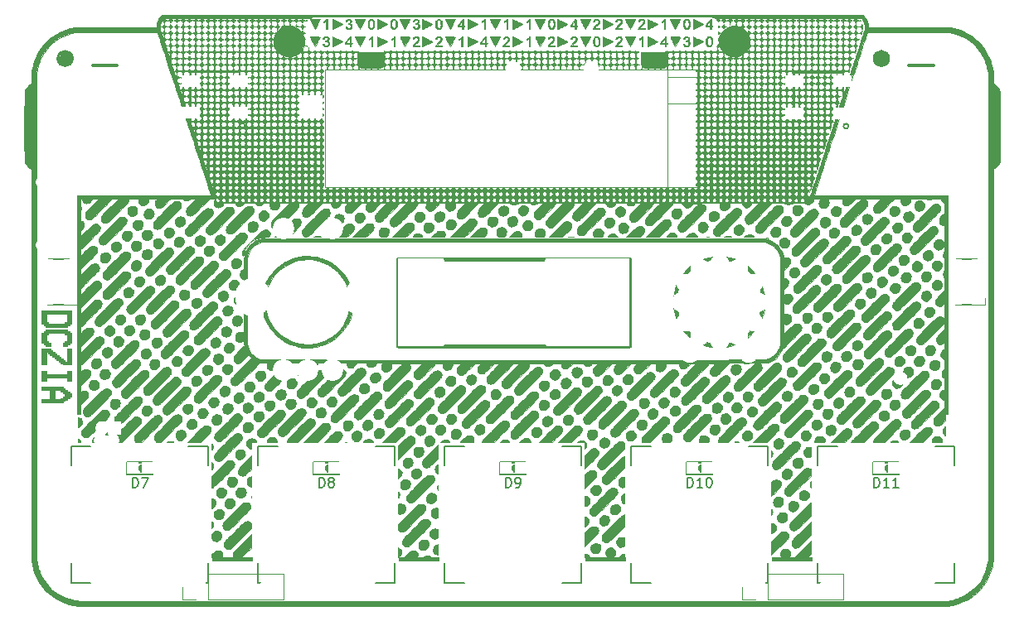
<source format=gto>
G04 #@! TF.GenerationSoftware,KiCad,Pcbnew,(5.1.0)-1*
G04 #@! TF.CreationDate,2019-06-03T00:00:13-06:00*
G04 #@! TF.ProjectId,laser-theremin,6c617365-722d-4746-9865-72656d696e2e,rev?*
G04 #@! TF.SameCoordinates,Original*
G04 #@! TF.FileFunction,Legend,Top*
G04 #@! TF.FilePolarity,Positive*
%FSLAX46Y46*%
G04 Gerber Fmt 4.6, Leading zero omitted, Abs format (unit mm)*
G04 Created by KiCad (PCBNEW (5.1.0)-1) date 2019-06-03 00:00:13*
%MOMM*%
%LPD*%
G04 APERTURE LIST*
%ADD10C,0.010000*%
%ADD11C,0.150000*%
%ADD12C,0.300000*%
%ADD13C,0.127000*%
%ADD14C,0.066040*%
%ADD15C,0.120000*%
%ADD16C,2.200000*%
%ADD17O,3.600000X3.900000*%
%ADD18C,1.385520*%
%ADD19C,1.388060*%
%ADD20C,2.650000*%
%ADD21C,2.650000*%
%ADD22O,2.550000X2.150000*%
%ADD23C,1.600000*%
%ADD24C,2.400000*%
%ADD25C,4.387800*%
%ADD26R,2.400000X2.400000*%
%ADD27C,2.100000*%
%ADD28O,2.100000X2.100000*%
%ADD29C,1.300000*%
%ADD30R,1.400000X0.950000*%
%ADD31O,2.550000X1.450000*%
%ADD32C,0.900000*%
%ADD33R,1.898600X1.299160*%
%ADD34R,1.162000X1.289000*%
%ADD35O,2.400000X1.600000*%
%ADD36C,1.400000*%
%ADD37R,2.100000X2.100000*%
%ADD38C,1.900000*%
%ADD39O,1.400000X1.400000*%
%ADD40R,1.400000X1.400000*%
G04 APERTURE END LIST*
D10*
G36*
X101813468Y-101585694D02*
G01*
X101813468Y-101744511D01*
X101591125Y-101744511D01*
X101591125Y-101903327D01*
X101379370Y-101903327D01*
X101379370Y-102062143D01*
X101167615Y-102062143D01*
X101167615Y-102231547D01*
X98997128Y-102231547D01*
X98997128Y-101892739D01*
X99854735Y-101892739D01*
X99854735Y-100929254D01*
X98997128Y-100929254D01*
X98997128Y-100601034D01*
X100934685Y-100601034D01*
X100934685Y-100929254D01*
X100299420Y-100929254D01*
X100299420Y-101892739D01*
X100934685Y-101892739D01*
X100934685Y-101733923D01*
X101157028Y-101733923D01*
X101157028Y-101575107D01*
X101368783Y-101575107D01*
X101368783Y-101257474D01*
X101157028Y-101257474D01*
X101157028Y-101098658D01*
X100934685Y-101098658D01*
X100934685Y-100929254D01*
X100934685Y-100601034D01*
X101167615Y-100601034D01*
X101167615Y-100759850D01*
X101379370Y-100759850D01*
X101379370Y-100918667D01*
X101591125Y-100918667D01*
X101591125Y-101088070D01*
X101813468Y-101088070D01*
X101813468Y-101246887D01*
X102025223Y-101246887D01*
X102025223Y-101585694D01*
X101813468Y-101585694D01*
X101813468Y-101585694D01*
G37*
X101813468Y-101585694D02*
X101813468Y-101744511D01*
X101591125Y-101744511D01*
X101591125Y-101903327D01*
X101379370Y-101903327D01*
X101379370Y-102062143D01*
X101167615Y-102062143D01*
X101167615Y-102231547D01*
X98997128Y-102231547D01*
X98997128Y-101892739D01*
X99854735Y-101892739D01*
X99854735Y-100929254D01*
X98997128Y-100929254D01*
X98997128Y-100601034D01*
X100934685Y-100601034D01*
X100934685Y-100929254D01*
X100299420Y-100929254D01*
X100299420Y-101892739D01*
X100934685Y-101892739D01*
X100934685Y-101733923D01*
X101157028Y-101733923D01*
X101157028Y-101575107D01*
X101368783Y-101575107D01*
X101368783Y-101257474D01*
X101157028Y-101257474D01*
X101157028Y-101098658D01*
X100934685Y-101098658D01*
X100934685Y-100929254D01*
X100934685Y-100601034D01*
X101167615Y-100601034D01*
X101167615Y-100759850D01*
X101379370Y-100759850D01*
X101379370Y-100918667D01*
X101591125Y-100918667D01*
X101591125Y-101088070D01*
X101813468Y-101088070D01*
X101813468Y-101246887D01*
X102025223Y-101246887D01*
X102025223Y-101585694D01*
X101813468Y-101585694D01*
G36*
X101580538Y-99955182D02*
G01*
X101580538Y-99637549D01*
X99441813Y-99637549D01*
X99441813Y-99955182D01*
X98997128Y-99955182D01*
X98997128Y-98981109D01*
X99441813Y-98981109D01*
X99441813Y-99298742D01*
X101580538Y-99298742D01*
X101580538Y-98981109D01*
X102025223Y-98981109D01*
X102025223Y-99955182D01*
X101580538Y-99955182D01*
X101580538Y-99955182D01*
G37*
X101580538Y-99955182D02*
X101580538Y-99637549D01*
X99441813Y-99637549D01*
X99441813Y-99955182D01*
X98997128Y-99955182D01*
X98997128Y-98981109D01*
X99441813Y-98981109D01*
X99441813Y-99298742D01*
X101580538Y-99298742D01*
X101580538Y-98981109D01*
X102025223Y-98981109D01*
X102025223Y-99955182D01*
X101580538Y-99955182D01*
G36*
X101157028Y-98335257D02*
G01*
X101157028Y-98176441D01*
X100934685Y-98176441D01*
X100934685Y-98017624D01*
X100722930Y-98017624D01*
X100722930Y-97858808D01*
X100500588Y-97858808D01*
X100500588Y-97689404D01*
X100288833Y-97689404D01*
X100288833Y-97530588D01*
X100077078Y-97530588D01*
X100077078Y-97371772D01*
X99854735Y-97371772D01*
X99854735Y-97202368D01*
X99642980Y-97202368D01*
X99642980Y-97043552D01*
X99441813Y-97043552D01*
X99441813Y-98335257D01*
X98997128Y-98335257D01*
X98997128Y-96704744D01*
X99865323Y-96704744D01*
X99865323Y-96874148D01*
X100087665Y-96874148D01*
X100087665Y-97032964D01*
X100299420Y-97032964D01*
X100299420Y-97191780D01*
X100511175Y-97191780D01*
X100511175Y-97361184D01*
X100733518Y-97361184D01*
X100733518Y-97520000D01*
X100945273Y-97520000D01*
X100945273Y-97678817D01*
X101167615Y-97678817D01*
X101167615Y-97848220D01*
X101379370Y-97848220D01*
X101379370Y-98007037D01*
X101580538Y-98007037D01*
X101580538Y-96704744D01*
X102025223Y-96704744D01*
X102025223Y-98335257D01*
X101157028Y-98335257D01*
X101157028Y-98335257D01*
G37*
X101157028Y-98335257D02*
X101157028Y-98176441D01*
X100934685Y-98176441D01*
X100934685Y-98017624D01*
X100722930Y-98017624D01*
X100722930Y-97858808D01*
X100500588Y-97858808D01*
X100500588Y-97689404D01*
X100288833Y-97689404D01*
X100288833Y-97530588D01*
X100077078Y-97530588D01*
X100077078Y-97371772D01*
X99854735Y-97371772D01*
X99854735Y-97202368D01*
X99642980Y-97202368D01*
X99642980Y-97043552D01*
X99441813Y-97043552D01*
X99441813Y-98335257D01*
X98997128Y-98335257D01*
X98997128Y-96704744D01*
X99865323Y-96704744D01*
X99865323Y-96874148D01*
X100087665Y-96874148D01*
X100087665Y-97032964D01*
X100299420Y-97032964D01*
X100299420Y-97191780D01*
X100511175Y-97191780D01*
X100511175Y-97361184D01*
X100733518Y-97361184D01*
X100733518Y-97520000D01*
X100945273Y-97520000D01*
X100945273Y-97678817D01*
X101167615Y-97678817D01*
X101167615Y-97848220D01*
X101379370Y-97848220D01*
X101379370Y-98007037D01*
X101580538Y-98007037D01*
X101580538Y-96704744D01*
X102025223Y-96704744D01*
X102025223Y-98335257D01*
X101157028Y-98335257D01*
G36*
X101813468Y-96069479D02*
G01*
X101813468Y-96238883D01*
X101591125Y-96238883D01*
X101591125Y-96397699D01*
X101157028Y-96397699D01*
X101157028Y-96058892D01*
X101368783Y-96058892D01*
X101368783Y-95900075D01*
X101580538Y-95900075D01*
X101580538Y-95264811D01*
X101368783Y-95264811D01*
X101368783Y-95095407D01*
X99653568Y-95095407D01*
X99653568Y-95264811D01*
X99441813Y-95264811D01*
X99441813Y-95900075D01*
X99653568Y-95900075D01*
X99653568Y-96058892D01*
X99865323Y-96058892D01*
X99865323Y-96397699D01*
X99431225Y-96397699D01*
X99431225Y-96238883D01*
X99208883Y-96238883D01*
X99208883Y-96069479D01*
X98997128Y-96069479D01*
X98997128Y-95084819D01*
X99208883Y-95084819D01*
X99208883Y-94926003D01*
X99431225Y-94926003D01*
X99431225Y-94767187D01*
X101591125Y-94767187D01*
X101591125Y-94926003D01*
X101813468Y-94926003D01*
X101813468Y-95084819D01*
X102025223Y-95084819D01*
X102025223Y-96069479D01*
X101813468Y-96069479D01*
X101813468Y-96069479D01*
G37*
X101813468Y-96069479D02*
X101813468Y-96238883D01*
X101591125Y-96238883D01*
X101591125Y-96397699D01*
X101157028Y-96397699D01*
X101157028Y-96058892D01*
X101368783Y-96058892D01*
X101368783Y-95900075D01*
X101580538Y-95900075D01*
X101580538Y-95264811D01*
X101368783Y-95264811D01*
X101368783Y-95095407D01*
X99653568Y-95095407D01*
X99653568Y-95264811D01*
X99441813Y-95264811D01*
X99441813Y-95900075D01*
X99653568Y-95900075D01*
X99653568Y-96058892D01*
X99865323Y-96058892D01*
X99865323Y-96397699D01*
X99431225Y-96397699D01*
X99431225Y-96238883D01*
X99208883Y-96238883D01*
X99208883Y-96069479D01*
X98997128Y-96069479D01*
X98997128Y-95084819D01*
X99208883Y-95084819D01*
X99208883Y-94926003D01*
X99431225Y-94926003D01*
X99431225Y-94767187D01*
X101591125Y-94767187D01*
X101591125Y-94926003D01*
X101813468Y-94926003D01*
X101813468Y-95084819D01*
X102025223Y-95084819D01*
X102025223Y-96069479D01*
X101813468Y-96069479D01*
G36*
X101813468Y-94131922D02*
G01*
X101813468Y-94290738D01*
X101591125Y-94290738D01*
X101591125Y-94449554D01*
X99431225Y-94449554D01*
X99431225Y-94290738D01*
X99208883Y-94290738D01*
X99208883Y-94131922D01*
X98997128Y-94131922D01*
X98997128Y-92819042D01*
X101580538Y-92819042D01*
X101580538Y-93147262D01*
X99441813Y-93147262D01*
X99441813Y-93951930D01*
X99653568Y-93951930D01*
X99653568Y-94121334D01*
X101368783Y-94121334D01*
X101368783Y-93951930D01*
X101580538Y-93951930D01*
X101580538Y-93147262D01*
X101580538Y-92819042D01*
X102025223Y-92819042D01*
X102025223Y-94131922D01*
X101813468Y-94131922D01*
X101813468Y-94131922D01*
G37*
X101813468Y-94131922D02*
X101813468Y-94290738D01*
X101591125Y-94290738D01*
X101591125Y-94449554D01*
X99431225Y-94449554D01*
X99431225Y-94290738D01*
X99208883Y-94290738D01*
X99208883Y-94131922D01*
X98997128Y-94131922D01*
X98997128Y-92819042D01*
X101580538Y-92819042D01*
X101580538Y-93147262D01*
X99441813Y-93147262D01*
X99441813Y-93951930D01*
X99653568Y-93951930D01*
X99653568Y-94121334D01*
X101368783Y-94121334D01*
X101368783Y-93951930D01*
X101580538Y-93951930D01*
X101580538Y-93147262D01*
X101580538Y-92819042D01*
X102025223Y-92819042D01*
X102025223Y-94131922D01*
X101813468Y-94131922D01*
G36*
X126258394Y-62851692D02*
G01*
X126259000Y-62856418D01*
X126243614Y-62885084D01*
X126237833Y-62889417D01*
X126219712Y-62884618D01*
X126216667Y-62869499D01*
X126227718Y-62840539D01*
X126237833Y-62836500D01*
X126258394Y-62851692D01*
X126258394Y-62851692D01*
G37*
X126258394Y-62851692D02*
X126259000Y-62856418D01*
X126243614Y-62885084D01*
X126237833Y-62889417D01*
X126219712Y-62884618D01*
X126216667Y-62869499D01*
X126227718Y-62840539D01*
X126237833Y-62836500D01*
X126258394Y-62851692D01*
G36*
X126094771Y-63088977D02*
G01*
X126067472Y-63133890D01*
X126045821Y-63149026D01*
X126014194Y-63141214D01*
X125994417Y-63132834D01*
X125968805Y-63118745D01*
X125982280Y-63113372D01*
X125986270Y-63113155D01*
X126025991Y-63099637D01*
X126074620Y-63069054D01*
X126076041Y-63067945D01*
X126131625Y-63024222D01*
X126094771Y-63088977D01*
X126094771Y-63088977D01*
G37*
X126094771Y-63088977D02*
X126067472Y-63133890D01*
X126045821Y-63149026D01*
X126014194Y-63141214D01*
X125994417Y-63132834D01*
X125968805Y-63118745D01*
X125982280Y-63113372D01*
X125986270Y-63113155D01*
X126025991Y-63099637D01*
X126074620Y-63069054D01*
X126076041Y-63067945D01*
X126131625Y-63024222D01*
X126094771Y-63088977D01*
G36*
X182583748Y-63123959D02*
G01*
X182591547Y-63131473D01*
X182621364Y-63169000D01*
X182619587Y-63184699D01*
X182589245Y-63173115D01*
X182574129Y-63162853D01*
X182522923Y-63138026D01*
X182489496Y-63131492D01*
X182462475Y-63128797D01*
X182472341Y-63120082D01*
X182497473Y-63109553D01*
X182543854Y-63100921D01*
X182583748Y-63123959D01*
X182583748Y-63123959D01*
G37*
X182583748Y-63123959D02*
X182591547Y-63131473D01*
X182621364Y-63169000D01*
X182619587Y-63184699D01*
X182589245Y-63173115D01*
X182574129Y-63162853D01*
X182522923Y-63138026D01*
X182489496Y-63131492D01*
X182462475Y-63128797D01*
X182472341Y-63120082D01*
X182497473Y-63109553D01*
X182543854Y-63100921D01*
X182583748Y-63123959D01*
G36*
X168018782Y-62912881D02*
G01*
X168053080Y-62972582D01*
X168107429Y-63032911D01*
X168169411Y-63082733D01*
X168226604Y-63110911D01*
X168242614Y-63113576D01*
X168258696Y-63118628D01*
X168233278Y-63130333D01*
X168218006Y-63134990D01*
X168158059Y-63163373D01*
X168097470Y-63208072D01*
X168088297Y-63216793D01*
X168025999Y-63279091D01*
X167962071Y-63150112D01*
X167898143Y-63021134D01*
X167945695Y-62931701D01*
X167993248Y-62842267D01*
X168018782Y-62912881D01*
X168018782Y-62912881D01*
G37*
X168018782Y-62912881D02*
X168053080Y-62972582D01*
X168107429Y-63032911D01*
X168169411Y-63082733D01*
X168226604Y-63110911D01*
X168242614Y-63113576D01*
X168258696Y-63118628D01*
X168233278Y-63130333D01*
X168218006Y-63134990D01*
X168158059Y-63163373D01*
X168097470Y-63208072D01*
X168088297Y-63216793D01*
X168025999Y-63279091D01*
X167962071Y-63150112D01*
X167898143Y-63021134D01*
X167945695Y-62931701D01*
X167993248Y-62842267D01*
X168018782Y-62912881D01*
G36*
X179552394Y-62916771D02*
G01*
X179582207Y-62956829D01*
X179594944Y-62975934D01*
X179652225Y-63038918D01*
X179726424Y-63088748D01*
X179732527Y-63091623D01*
X179776878Y-63115056D01*
X179790136Y-63129654D01*
X179781415Y-63132369D01*
X179722034Y-63148572D01*
X179656476Y-63188039D01*
X179602068Y-63238824D01*
X179581921Y-63269897D01*
X179556976Y-63309067D01*
X179535500Y-63323334D01*
X179511490Y-63306150D01*
X179489078Y-63269897D01*
X179450207Y-63218513D01*
X179390036Y-63171081D01*
X179325664Y-63139399D01*
X179290391Y-63132834D01*
X179284647Y-63124821D01*
X179311427Y-63104175D01*
X179345807Y-63085209D01*
X179412017Y-63042146D01*
X179467624Y-62989747D01*
X179482583Y-62969607D01*
X179512420Y-62925604D01*
X179533018Y-62902207D01*
X179535500Y-62901078D01*
X179552394Y-62916771D01*
X179552394Y-62916771D01*
G37*
X179552394Y-62916771D02*
X179582207Y-62956829D01*
X179594944Y-62975934D01*
X179652225Y-63038918D01*
X179726424Y-63088748D01*
X179732527Y-63091623D01*
X179776878Y-63115056D01*
X179790136Y-63129654D01*
X179781415Y-63132369D01*
X179722034Y-63148572D01*
X179656476Y-63188039D01*
X179602068Y-63238824D01*
X179581921Y-63269897D01*
X179556976Y-63309067D01*
X179535500Y-63323334D01*
X179511490Y-63306150D01*
X179489078Y-63269897D01*
X179450207Y-63218513D01*
X179390036Y-63171081D01*
X179325664Y-63139399D01*
X179290391Y-63132834D01*
X179284647Y-63124821D01*
X179311427Y-63104175D01*
X179345807Y-63085209D01*
X179412017Y-63042146D01*
X179467624Y-62989747D01*
X179482583Y-62969607D01*
X179512420Y-62925604D01*
X179533018Y-62902207D01*
X179535500Y-62901078D01*
X179552394Y-62916771D01*
G36*
X114062725Y-62917591D02*
G01*
X114091237Y-62957793D01*
X114098750Y-62969607D01*
X114144086Y-63020822D01*
X114208435Y-63069808D01*
X114235526Y-63085209D01*
X114281312Y-63111608D01*
X114298660Y-63128888D01*
X114290942Y-63132834D01*
X114232781Y-63148386D01*
X114167960Y-63187180D01*
X114113578Y-63237420D01*
X114092255Y-63269897D01*
X114067309Y-63309067D01*
X114045833Y-63323334D01*
X114021823Y-63306150D01*
X113999412Y-63269897D01*
X113960096Y-63218059D01*
X113899184Y-63170340D01*
X113834006Y-63138684D01*
X113799918Y-63132369D01*
X113792596Y-63124940D01*
X113819401Y-63106147D01*
X113848806Y-63091623D01*
X113923296Y-63043805D01*
X113982906Y-62981119D01*
X113986389Y-62975934D01*
X114018672Y-62929700D01*
X114041548Y-62903409D01*
X114045833Y-62901078D01*
X114062725Y-62917591D01*
X114062725Y-62917591D01*
G37*
X114062725Y-62917591D02*
X114091237Y-62957793D01*
X114098750Y-62969607D01*
X114144086Y-63020822D01*
X114208435Y-63069808D01*
X114235526Y-63085209D01*
X114281312Y-63111608D01*
X114298660Y-63128888D01*
X114290942Y-63132834D01*
X114232781Y-63148386D01*
X114167960Y-63187180D01*
X114113578Y-63237420D01*
X114092255Y-63269897D01*
X114067309Y-63309067D01*
X114045833Y-63323334D01*
X114021823Y-63306150D01*
X113999412Y-63269897D01*
X113960096Y-63218059D01*
X113899184Y-63170340D01*
X113834006Y-63138684D01*
X113799918Y-63132369D01*
X113792596Y-63124940D01*
X113819401Y-63106147D01*
X113848806Y-63091623D01*
X113923296Y-63043805D01*
X113982906Y-62981119D01*
X113986389Y-62975934D01*
X114018672Y-62929700D01*
X114041548Y-62903409D01*
X114045833Y-62901078D01*
X114062725Y-62917591D01*
G36*
X182115847Y-62853463D02*
G01*
X182117833Y-62865831D01*
X182134375Y-62924216D01*
X182176785Y-62989549D01*
X182234240Y-63050320D01*
X182295915Y-63095023D01*
X182349487Y-63112143D01*
X182351064Y-63120078D01*
X182320741Y-63140068D01*
X182281818Y-63159768D01*
X182212915Y-63198993D01*
X182169904Y-63245434D01*
X182144234Y-63296796D01*
X182114901Y-63357364D01*
X182091778Y-63384758D01*
X182077992Y-63376419D01*
X182075500Y-63353058D01*
X182057328Y-63290173D01*
X182010734Y-63225747D01*
X181947597Y-63171192D01*
X181879796Y-63137920D01*
X181846243Y-63132817D01*
X181842200Y-63124903D01*
X181870288Y-63104656D01*
X181901081Y-63088169D01*
X181982679Y-63034588D01*
X182042905Y-62969071D01*
X182073392Y-62901565D01*
X182075500Y-62880858D01*
X182084000Y-62845378D01*
X182096667Y-62836500D01*
X182115847Y-62853463D01*
X182115847Y-62853463D01*
G37*
X182115847Y-62853463D02*
X182117833Y-62865831D01*
X182134375Y-62924216D01*
X182176785Y-62989549D01*
X182234240Y-63050320D01*
X182295915Y-63095023D01*
X182349487Y-63112143D01*
X182351064Y-63120078D01*
X182320741Y-63140068D01*
X182281818Y-63159768D01*
X182212915Y-63198993D01*
X182169904Y-63245434D01*
X182144234Y-63296796D01*
X182114901Y-63357364D01*
X182091778Y-63384758D01*
X182077992Y-63376419D01*
X182075500Y-63353058D01*
X182057328Y-63290173D01*
X182010734Y-63225747D01*
X181947597Y-63171192D01*
X181879796Y-63137920D01*
X181846243Y-63132817D01*
X181842200Y-63124903D01*
X181870288Y-63104656D01*
X181901081Y-63088169D01*
X181982679Y-63034588D01*
X182042905Y-62969071D01*
X182073392Y-62901565D01*
X182075500Y-62880858D01*
X182084000Y-62845378D01*
X182096667Y-62836500D01*
X182115847Y-62853463D01*
G36*
X181458125Y-62863666D02*
G01*
X181463147Y-62875761D01*
X181529393Y-62987910D01*
X181625659Y-63070778D01*
X181657252Y-63088169D01*
X181701562Y-63113404D01*
X181717180Y-63129591D01*
X181709630Y-63132817D01*
X181659547Y-63146383D01*
X181599609Y-63179460D01*
X181548902Y-63220667D01*
X181535750Y-63236486D01*
X181509802Y-63277011D01*
X181481983Y-63323631D01*
X181449383Y-63380192D01*
X181409909Y-63291545D01*
X181366850Y-63220887D01*
X181304631Y-63174378D01*
X181281788Y-63163424D01*
X181193141Y-63123950D01*
X181249702Y-63091350D01*
X181300917Y-63060697D01*
X181336848Y-63037584D01*
X181378011Y-62995691D01*
X181416101Y-62936672D01*
X181439357Y-62880003D01*
X181441842Y-62863703D01*
X181446077Y-62844441D01*
X181458125Y-62863666D01*
X181458125Y-62863666D01*
G37*
X181458125Y-62863666D02*
X181463147Y-62875761D01*
X181529393Y-62987910D01*
X181625659Y-63070778D01*
X181657252Y-63088169D01*
X181701562Y-63113404D01*
X181717180Y-63129591D01*
X181709630Y-63132817D01*
X181659547Y-63146383D01*
X181599609Y-63179460D01*
X181548902Y-63220667D01*
X181535750Y-63236486D01*
X181509802Y-63277011D01*
X181481983Y-63323631D01*
X181449383Y-63380192D01*
X181409909Y-63291545D01*
X181366850Y-63220887D01*
X181304631Y-63174378D01*
X181281788Y-63163424D01*
X181193141Y-63123950D01*
X181249702Y-63091350D01*
X181300917Y-63060697D01*
X181336848Y-63037584D01*
X181378011Y-62995691D01*
X181416101Y-62936672D01*
X181439357Y-62880003D01*
X181441842Y-62863703D01*
X181446077Y-62844441D01*
X181458125Y-62863666D01*
G36*
X180832524Y-62885361D02*
G01*
X180845994Y-62913041D01*
X180889709Y-62983056D01*
X180949708Y-63046753D01*
X181014221Y-63093698D01*
X181071481Y-63113456D01*
X181072081Y-63113486D01*
X181091388Y-63117612D01*
X181070966Y-63127685D01*
X181057670Y-63131896D01*
X180950566Y-63184211D01*
X180872564Y-63266880D01*
X180853680Y-63300188D01*
X180814211Y-63379961D01*
X180774437Y-63298190D01*
X180726355Y-63228824D01*
X180661291Y-63171972D01*
X180592713Y-63138001D01*
X180559585Y-63132817D01*
X180552005Y-63125166D01*
X180578777Y-63104926D01*
X180610823Y-63087720D01*
X180677178Y-63043449D01*
X180738502Y-62983410D01*
X180784688Y-62919500D01*
X180805629Y-62863616D01*
X180805965Y-62858045D01*
X180813597Y-62855648D01*
X180832524Y-62885361D01*
X180832524Y-62885361D01*
G37*
X180832524Y-62885361D02*
X180845994Y-62913041D01*
X180889709Y-62983056D01*
X180949708Y-63046753D01*
X181014221Y-63093698D01*
X181071481Y-63113456D01*
X181072081Y-63113486D01*
X181091388Y-63117612D01*
X181070966Y-63127685D01*
X181057670Y-63131896D01*
X180950566Y-63184211D01*
X180872564Y-63266880D01*
X180853680Y-63300188D01*
X180814211Y-63379961D01*
X180774437Y-63298190D01*
X180726355Y-63228824D01*
X180661291Y-63171972D01*
X180592713Y-63138001D01*
X180559585Y-63132817D01*
X180552005Y-63125166D01*
X180578777Y-63104926D01*
X180610823Y-63087720D01*
X180677178Y-63043449D01*
X180738502Y-62983410D01*
X180784688Y-62919500D01*
X180805629Y-62863616D01*
X180805965Y-62858045D01*
X180813597Y-62855648D01*
X180832524Y-62885361D01*
G36*
X180185211Y-62854781D02*
G01*
X180198859Y-62898958D01*
X180199249Y-62900869D01*
X180227665Y-62962844D01*
X180281221Y-63027151D01*
X180346045Y-63079689D01*
X180399612Y-63104550D01*
X180425598Y-63113703D01*
X180422884Y-63125129D01*
X180387179Y-63144422D01*
X180359298Y-63157119D01*
X180277622Y-63202974D01*
X180228220Y-63257212D01*
X180201569Y-63328625D01*
X180186438Y-63370719D01*
X180170500Y-63386834D01*
X180153499Y-63368727D01*
X180139430Y-63328625D01*
X180116283Y-63263778D01*
X180074822Y-63214910D01*
X180004643Y-63170724D01*
X179984808Y-63160751D01*
X179932804Y-63133826D01*
X179915178Y-63118334D01*
X179927618Y-63108523D01*
X179942474Y-63104278D01*
X180005288Y-63072974D01*
X180068902Y-63017877D01*
X180119420Y-62953171D01*
X180141751Y-62900869D01*
X180155224Y-62856045D01*
X180170023Y-62836528D01*
X180170500Y-62836500D01*
X180185211Y-62854781D01*
X180185211Y-62854781D01*
G37*
X180185211Y-62854781D02*
X180198859Y-62898958D01*
X180199249Y-62900869D01*
X180227665Y-62962844D01*
X180281221Y-63027151D01*
X180346045Y-63079689D01*
X180399612Y-63104550D01*
X180425598Y-63113703D01*
X180422884Y-63125129D01*
X180387179Y-63144422D01*
X180359298Y-63157119D01*
X180277622Y-63202974D01*
X180228220Y-63257212D01*
X180201569Y-63328625D01*
X180186438Y-63370719D01*
X180170500Y-63386834D01*
X180153499Y-63368727D01*
X180139430Y-63328625D01*
X180116283Y-63263778D01*
X180074822Y-63214910D01*
X180004643Y-63170724D01*
X179984808Y-63160751D01*
X179932804Y-63133826D01*
X179915178Y-63118334D01*
X179927618Y-63108523D01*
X179942474Y-63104278D01*
X180005288Y-63072974D01*
X180068902Y-63017877D01*
X180119420Y-62953171D01*
X180141751Y-62900869D01*
X180155224Y-62856045D01*
X180170023Y-62836528D01*
X180170500Y-62836500D01*
X180185211Y-62854781D01*
G36*
X178919681Y-62853463D02*
G01*
X178921667Y-62865831D01*
X178938208Y-62924216D01*
X178980619Y-62989549D01*
X179038073Y-63050320D01*
X179099749Y-63095023D01*
X179153320Y-63112143D01*
X179154897Y-63120078D01*
X179124574Y-63140068D01*
X179085651Y-63159768D01*
X179016748Y-63198993D01*
X178973737Y-63245434D01*
X178948068Y-63296796D01*
X178918734Y-63357364D01*
X178895612Y-63384758D01*
X178881825Y-63376419D01*
X178879333Y-63353058D01*
X178861143Y-63290114D01*
X178814428Y-63225599D01*
X178750974Y-63170876D01*
X178682566Y-63137308D01*
X178650076Y-63132005D01*
X178642582Y-63124708D01*
X178669134Y-63107692D01*
X178678969Y-63103199D01*
X178747738Y-63062291D01*
X178810839Y-63006323D01*
X178858027Y-62946309D01*
X178879054Y-62893266D01*
X178879333Y-62887789D01*
X178886788Y-62848796D01*
X178900500Y-62836500D01*
X178919681Y-62853463D01*
X178919681Y-62853463D01*
G37*
X178919681Y-62853463D02*
X178921667Y-62865831D01*
X178938208Y-62924216D01*
X178980619Y-62989549D01*
X179038073Y-63050320D01*
X179099749Y-63095023D01*
X179153320Y-63112143D01*
X179154897Y-63120078D01*
X179124574Y-63140068D01*
X179085651Y-63159768D01*
X179016748Y-63198993D01*
X178973737Y-63245434D01*
X178948068Y-63296796D01*
X178918734Y-63357364D01*
X178895612Y-63384758D01*
X178881825Y-63376419D01*
X178879333Y-63353058D01*
X178861143Y-63290114D01*
X178814428Y-63225599D01*
X178750974Y-63170876D01*
X178682566Y-63137308D01*
X178650076Y-63132005D01*
X178642582Y-63124708D01*
X178669134Y-63107692D01*
X178678969Y-63103199D01*
X178747738Y-63062291D01*
X178810839Y-63006323D01*
X178858027Y-62946309D01*
X178879054Y-62893266D01*
X178879333Y-62887789D01*
X178886788Y-62848796D01*
X178900500Y-62836500D01*
X178919681Y-62853463D01*
G36*
X178262412Y-62866743D02*
G01*
X178289249Y-62916591D01*
X178289447Y-62916990D01*
X178334293Y-62983996D01*
X178395348Y-63046049D01*
X178460383Y-63092683D01*
X178517172Y-63113431D01*
X178519122Y-63113576D01*
X178523941Y-63119562D01*
X178494462Y-63131849D01*
X178485537Y-63134550D01*
X178404719Y-63176388D01*
X178330477Y-63247371D01*
X178283791Y-63319215D01*
X178254917Y-63377655D01*
X178211847Y-63293604D01*
X178143745Y-63206642D01*
X178076226Y-63160609D01*
X178030719Y-63133322D01*
X178012782Y-63115555D01*
X178019311Y-63111667D01*
X178058190Y-63095734D01*
X178109928Y-63055148D01*
X178164278Y-63000727D01*
X178210992Y-62943289D01*
X178239823Y-62893651D01*
X178244350Y-62874099D01*
X178248396Y-62853483D01*
X178262412Y-62866743D01*
X178262412Y-62866743D01*
G37*
X178262412Y-62866743D02*
X178289249Y-62916591D01*
X178289447Y-62916990D01*
X178334293Y-62983996D01*
X178395348Y-63046049D01*
X178460383Y-63092683D01*
X178517172Y-63113431D01*
X178519122Y-63113576D01*
X178523941Y-63119562D01*
X178494462Y-63131849D01*
X178485537Y-63134550D01*
X178404719Y-63176388D01*
X178330477Y-63247371D01*
X178283791Y-63319215D01*
X178254917Y-63377655D01*
X178211847Y-63293604D01*
X178143745Y-63206642D01*
X178076226Y-63160609D01*
X178030719Y-63133322D01*
X178012782Y-63115555D01*
X178019311Y-63111667D01*
X178058190Y-63095734D01*
X178109928Y-63055148D01*
X178164278Y-63000727D01*
X178210992Y-62943289D01*
X178239823Y-62893651D01*
X178244350Y-62874099D01*
X178248396Y-62853483D01*
X178262412Y-62866743D01*
G36*
X177630483Y-62873888D02*
G01*
X177630483Y-62874099D01*
X177645584Y-62915151D01*
X177684034Y-62969775D01*
X177735586Y-63027152D01*
X177789993Y-63076464D01*
X177837006Y-63106894D01*
X177855522Y-63111667D01*
X177859604Y-63120032D01*
X177831901Y-63141522D01*
X177798987Y-63160408D01*
X177706401Y-63231164D01*
X177661689Y-63294485D01*
X177616563Y-63379820D01*
X177590891Y-63321822D01*
X177538132Y-63239987D01*
X177464559Y-63172539D01*
X177389296Y-63134550D01*
X177354059Y-63121540D01*
X177351845Y-63114034D01*
X177355711Y-63113576D01*
X177411909Y-63094095D01*
X177476848Y-63048306D01*
X177538301Y-62986674D01*
X177584041Y-62919665D01*
X177585386Y-62916990D01*
X177612306Y-62866923D01*
X177626387Y-62853460D01*
X177630483Y-62873888D01*
X177630483Y-62873888D01*
G37*
X177630483Y-62873888D02*
X177630483Y-62874099D01*
X177645584Y-62915151D01*
X177684034Y-62969775D01*
X177735586Y-63027152D01*
X177789993Y-63076464D01*
X177837006Y-63106894D01*
X177855522Y-63111667D01*
X177859604Y-63120032D01*
X177831901Y-63141522D01*
X177798987Y-63160408D01*
X177706401Y-63231164D01*
X177661689Y-63294485D01*
X177616563Y-63379820D01*
X177590891Y-63321822D01*
X177538132Y-63239987D01*
X177464559Y-63172539D01*
X177389296Y-63134550D01*
X177354059Y-63121540D01*
X177351845Y-63114034D01*
X177355711Y-63113576D01*
X177411909Y-63094095D01*
X177476848Y-63048306D01*
X177538301Y-62986674D01*
X177584041Y-62919665D01*
X177585386Y-62916990D01*
X177612306Y-62866923D01*
X177626387Y-62853460D01*
X177630483Y-62873888D01*
G36*
X176993228Y-62860279D02*
G01*
X176995500Y-62888398D01*
X177011984Y-62936672D01*
X177053965Y-62994343D01*
X177110233Y-63049714D01*
X177169579Y-63091090D01*
X177202604Y-63104486D01*
X177229793Y-63113575D01*
X177228697Y-63124447D01*
X177195008Y-63142551D01*
X177160442Y-63157819D01*
X177083390Y-63205398D01*
X177025766Y-63268268D01*
X176997062Y-63335193D01*
X176995500Y-63353058D01*
X176987325Y-63383846D01*
X176968942Y-63381328D01*
X176949562Y-63349811D01*
X176943264Y-63328625D01*
X176920116Y-63263778D01*
X176878655Y-63214910D01*
X176808476Y-63170724D01*
X176788641Y-63160751D01*
X176736637Y-63133826D01*
X176719011Y-63118334D01*
X176731451Y-63108523D01*
X176746308Y-63104278D01*
X176809122Y-63072974D01*
X176872736Y-63017877D01*
X176923253Y-62953171D01*
X176945584Y-62900869D01*
X176961967Y-62852313D01*
X176980248Y-62838184D01*
X176993228Y-62860279D01*
X176993228Y-62860279D01*
G37*
X176993228Y-62860279D02*
X176995500Y-62888398D01*
X177011984Y-62936672D01*
X177053965Y-62994343D01*
X177110233Y-63049714D01*
X177169579Y-63091090D01*
X177202604Y-63104486D01*
X177229793Y-63113575D01*
X177228697Y-63124447D01*
X177195008Y-63142551D01*
X177160442Y-63157819D01*
X177083390Y-63205398D01*
X177025766Y-63268268D01*
X176997062Y-63335193D01*
X176995500Y-63353058D01*
X176987325Y-63383846D01*
X176968942Y-63381328D01*
X176949562Y-63349811D01*
X176943264Y-63328625D01*
X176920116Y-63263778D01*
X176878655Y-63214910D01*
X176808476Y-63170724D01*
X176788641Y-63160751D01*
X176736637Y-63133826D01*
X176719011Y-63118334D01*
X176731451Y-63108523D01*
X176746308Y-63104278D01*
X176809122Y-63072974D01*
X176872736Y-63017877D01*
X176923253Y-62953171D01*
X176945584Y-62900869D01*
X176961967Y-62852313D01*
X176980248Y-62838184D01*
X176993228Y-62860279D01*
G36*
X176343690Y-62872294D02*
G01*
X176346514Y-62883395D01*
X176387579Y-62968855D01*
X176460297Y-63044650D01*
X176538753Y-63092694D01*
X176585722Y-63117265D01*
X176594208Y-63130477D01*
X176582750Y-63132508D01*
X176517074Y-63151434D01*
X176448229Y-63200053D01*
X176388626Y-63268697D01*
X176371485Y-63297078D01*
X176328021Y-63378338D01*
X176290040Y-63298840D01*
X176243494Y-63231809D01*
X176178748Y-63175049D01*
X176109836Y-63139286D01*
X176072251Y-63132369D01*
X176063598Y-63125077D01*
X176090391Y-63106240D01*
X176117083Y-63093025D01*
X176207213Y-63039676D01*
X176268954Y-62970215D01*
X176303702Y-62902080D01*
X176323745Y-62857106D01*
X176334725Y-62848202D01*
X176343690Y-62872294D01*
X176343690Y-62872294D01*
G37*
X176343690Y-62872294D02*
X176346514Y-62883395D01*
X176387579Y-62968855D01*
X176460297Y-63044650D01*
X176538753Y-63092694D01*
X176585722Y-63117265D01*
X176594208Y-63130477D01*
X176582750Y-63132508D01*
X176517074Y-63151434D01*
X176448229Y-63200053D01*
X176388626Y-63268697D01*
X176371485Y-63297078D01*
X176328021Y-63378338D01*
X176290040Y-63298840D01*
X176243494Y-63231809D01*
X176178748Y-63175049D01*
X176109836Y-63139286D01*
X176072251Y-63132369D01*
X176063598Y-63125077D01*
X176090391Y-63106240D01*
X176117083Y-63093025D01*
X176207213Y-63039676D01*
X176268954Y-62970215D01*
X176303702Y-62902080D01*
X176323745Y-62857106D01*
X176334725Y-62848202D01*
X176343690Y-62872294D01*
G36*
X175702971Y-62860039D02*
G01*
X175702991Y-62860539D01*
X175721269Y-62923220D01*
X175764719Y-62991083D01*
X175822808Y-63052754D01*
X175885005Y-63096861D01*
X175935987Y-63112143D01*
X175937615Y-63120085D01*
X175907345Y-63140085D01*
X175868857Y-63159596D01*
X175799078Y-63199789D01*
X175754090Y-63249185D01*
X175726673Y-63301994D01*
X175702879Y-63350963D01*
X175687289Y-63373636D01*
X175683857Y-63370662D01*
X175665036Y-63313193D01*
X175618863Y-63249788D01*
X175556831Y-63191335D01*
X175490436Y-63148721D01*
X175432743Y-63132817D01*
X175428700Y-63124903D01*
X175456788Y-63104656D01*
X175487581Y-63088169D01*
X175591721Y-63013866D01*
X175666510Y-62909549D01*
X175681686Y-62875761D01*
X175696821Y-62847512D01*
X175702971Y-62860039D01*
X175702971Y-62860039D01*
G37*
X175702971Y-62860039D02*
X175702991Y-62860539D01*
X175721269Y-62923220D01*
X175764719Y-62991083D01*
X175822808Y-63052754D01*
X175885005Y-63096861D01*
X175935987Y-63112143D01*
X175937615Y-63120085D01*
X175907345Y-63140085D01*
X175868857Y-63159596D01*
X175799078Y-63199789D01*
X175754090Y-63249185D01*
X175726673Y-63301994D01*
X175702879Y-63350963D01*
X175687289Y-63373636D01*
X175683857Y-63370662D01*
X175665036Y-63313193D01*
X175618863Y-63249788D01*
X175556831Y-63191335D01*
X175490436Y-63148721D01*
X175432743Y-63132817D01*
X175428700Y-63124903D01*
X175456788Y-63104656D01*
X175487581Y-63088169D01*
X175591721Y-63013866D01*
X175666510Y-62909549D01*
X175681686Y-62875761D01*
X175696821Y-62847512D01*
X175702971Y-62860039D01*
G36*
X175044625Y-62863666D02*
G01*
X175049647Y-62875761D01*
X175115893Y-62987910D01*
X175212159Y-63070778D01*
X175243752Y-63088169D01*
X175288062Y-63113404D01*
X175303680Y-63129591D01*
X175296130Y-63132817D01*
X175246047Y-63146383D01*
X175186109Y-63179460D01*
X175135402Y-63220667D01*
X175122250Y-63236486D01*
X175096302Y-63277011D01*
X175068483Y-63323631D01*
X175035883Y-63380192D01*
X174996409Y-63291545D01*
X174953350Y-63220887D01*
X174891131Y-63174378D01*
X174868288Y-63163424D01*
X174779641Y-63123950D01*
X174836202Y-63091350D01*
X174887417Y-63060697D01*
X174923348Y-63037584D01*
X174964511Y-62995691D01*
X175002601Y-62936672D01*
X175025857Y-62880003D01*
X175028342Y-62863703D01*
X175032577Y-62844441D01*
X175044625Y-62863666D01*
X175044625Y-62863666D01*
G37*
X175044625Y-62863666D02*
X175049647Y-62875761D01*
X175115893Y-62987910D01*
X175212159Y-63070778D01*
X175243752Y-63088169D01*
X175288062Y-63113404D01*
X175303680Y-63129591D01*
X175296130Y-63132817D01*
X175246047Y-63146383D01*
X175186109Y-63179460D01*
X175135402Y-63220667D01*
X175122250Y-63236486D01*
X175096302Y-63277011D01*
X175068483Y-63323631D01*
X175035883Y-63380192D01*
X174996409Y-63291545D01*
X174953350Y-63220887D01*
X174891131Y-63174378D01*
X174868288Y-63163424D01*
X174779641Y-63123950D01*
X174836202Y-63091350D01*
X174887417Y-63060697D01*
X174923348Y-63037584D01*
X174964511Y-62995691D01*
X175002601Y-62936672D01*
X175025857Y-62880003D01*
X175028342Y-62863703D01*
X175032577Y-62844441D01*
X175044625Y-62863666D01*
G36*
X174419024Y-62885361D02*
G01*
X174432494Y-62913041D01*
X174476209Y-62983056D01*
X174536208Y-63046753D01*
X174600721Y-63093698D01*
X174657981Y-63113456D01*
X174658581Y-63113486D01*
X174677888Y-63117612D01*
X174657466Y-63127685D01*
X174644170Y-63131896D01*
X174537066Y-63184211D01*
X174459064Y-63266880D01*
X174440180Y-63300188D01*
X174400711Y-63379961D01*
X174360937Y-63298190D01*
X174312855Y-63228824D01*
X174247791Y-63171972D01*
X174179213Y-63138001D01*
X174146085Y-63132817D01*
X174138505Y-63125166D01*
X174165277Y-63104926D01*
X174197323Y-63087720D01*
X174263678Y-63043449D01*
X174325002Y-62983410D01*
X174371188Y-62919500D01*
X174392129Y-62863616D01*
X174392465Y-62858045D01*
X174400097Y-62855648D01*
X174419024Y-62885361D01*
X174419024Y-62885361D01*
G37*
X174419024Y-62885361D02*
X174432494Y-62913041D01*
X174476209Y-62983056D01*
X174536208Y-63046753D01*
X174600721Y-63093698D01*
X174657981Y-63113456D01*
X174658581Y-63113486D01*
X174677888Y-63117612D01*
X174657466Y-63127685D01*
X174644170Y-63131896D01*
X174537066Y-63184211D01*
X174459064Y-63266880D01*
X174440180Y-63300188D01*
X174400711Y-63379961D01*
X174360937Y-63298190D01*
X174312855Y-63228824D01*
X174247791Y-63171972D01*
X174179213Y-63138001D01*
X174146085Y-63132817D01*
X174138505Y-63125166D01*
X174165277Y-63104926D01*
X174197323Y-63087720D01*
X174263678Y-63043449D01*
X174325002Y-62983410D01*
X174371188Y-62919500D01*
X174392129Y-62863616D01*
X174392465Y-62858045D01*
X174400097Y-62855648D01*
X174419024Y-62885361D01*
G36*
X173771711Y-62854781D02*
G01*
X173785359Y-62898958D01*
X173785749Y-62900869D01*
X173814011Y-62962530D01*
X173867268Y-63026727D01*
X173931623Y-63079275D01*
X173985025Y-63104278D01*
X174010004Y-63113405D01*
X174006925Y-63125535D01*
X173971476Y-63146416D01*
X173942692Y-63160751D01*
X173864983Y-63205404D01*
X173818227Y-63252313D01*
X173792021Y-63312773D01*
X173788069Y-63328625D01*
X173772938Y-63370719D01*
X173757000Y-63386834D01*
X173739999Y-63368727D01*
X173725930Y-63328625D01*
X173702783Y-63263778D01*
X173661322Y-63214910D01*
X173591143Y-63170724D01*
X173571308Y-63160751D01*
X173519304Y-63133826D01*
X173501678Y-63118334D01*
X173514118Y-63108523D01*
X173528974Y-63104278D01*
X173591788Y-63072974D01*
X173655402Y-63017877D01*
X173705920Y-62953171D01*
X173728251Y-62900869D01*
X173741724Y-62856045D01*
X173756523Y-62836528D01*
X173757000Y-62836500D01*
X173771711Y-62854781D01*
X173771711Y-62854781D01*
G37*
X173771711Y-62854781D02*
X173785359Y-62898958D01*
X173785749Y-62900869D01*
X173814011Y-62962530D01*
X173867268Y-63026727D01*
X173931623Y-63079275D01*
X173985025Y-63104278D01*
X174010004Y-63113405D01*
X174006925Y-63125535D01*
X173971476Y-63146416D01*
X173942692Y-63160751D01*
X173864983Y-63205404D01*
X173818227Y-63252313D01*
X173792021Y-63312773D01*
X173788069Y-63328625D01*
X173772938Y-63370719D01*
X173757000Y-63386834D01*
X173739999Y-63368727D01*
X173725930Y-63328625D01*
X173702783Y-63263778D01*
X173661322Y-63214910D01*
X173591143Y-63170724D01*
X173571308Y-63160751D01*
X173519304Y-63133826D01*
X173501678Y-63118334D01*
X173514118Y-63108523D01*
X173528974Y-63104278D01*
X173591788Y-63072974D01*
X173655402Y-63017877D01*
X173705920Y-62953171D01*
X173728251Y-62900869D01*
X173741724Y-62856045D01*
X173756523Y-62836528D01*
X173757000Y-62836500D01*
X173771711Y-62854781D01*
G36*
X173121535Y-62858045D02*
G01*
X173138788Y-62912177D01*
X173182493Y-62975754D01*
X173242542Y-63036880D01*
X173308828Y-63083658D01*
X173316677Y-63087720D01*
X173365906Y-63115363D01*
X173377143Y-63130417D01*
X173365417Y-63132956D01*
X173299572Y-63151506D01*
X173230600Y-63200620D01*
X173170070Y-63271159D01*
X173151634Y-63301784D01*
X173123391Y-63352393D01*
X173107807Y-63369214D01*
X173098206Y-63356120D01*
X173092667Y-63336011D01*
X173060859Y-63273808D01*
X173003341Y-63210095D01*
X172934051Y-63158203D01*
X172882494Y-63134990D01*
X172847165Y-63121722D01*
X172848837Y-63114226D01*
X172855419Y-63113576D01*
X172912609Y-63094094D01*
X172977163Y-63047311D01*
X173037298Y-62983678D01*
X173081229Y-62913648D01*
X173081506Y-62913041D01*
X173104510Y-62868554D01*
X173119012Y-62852337D01*
X173121535Y-62858045D01*
X173121535Y-62858045D01*
G37*
X173121535Y-62858045D02*
X173138788Y-62912177D01*
X173182493Y-62975754D01*
X173242542Y-63036880D01*
X173308828Y-63083658D01*
X173316677Y-63087720D01*
X173365906Y-63115363D01*
X173377143Y-63130417D01*
X173365417Y-63132956D01*
X173299572Y-63151506D01*
X173230600Y-63200620D01*
X173170070Y-63271159D01*
X173151634Y-63301784D01*
X173123391Y-63352393D01*
X173107807Y-63369214D01*
X173098206Y-63356120D01*
X173092667Y-63336011D01*
X173060859Y-63273808D01*
X173003341Y-63210095D01*
X172934051Y-63158203D01*
X172882494Y-63134990D01*
X172847165Y-63121722D01*
X172848837Y-63114226D01*
X172855419Y-63113576D01*
X172912609Y-63094094D01*
X172977163Y-63047311D01*
X173037298Y-62983678D01*
X173081229Y-62913648D01*
X173081506Y-62913041D01*
X173104510Y-62868554D01*
X173119012Y-62852337D01*
X173121535Y-62858045D01*
G36*
X172485107Y-62854762D02*
G01*
X172485658Y-62863703D01*
X172500555Y-62914652D01*
X172534585Y-62975070D01*
X172575988Y-63025483D01*
X172590652Y-63037584D01*
X172631177Y-63063532D01*
X172677798Y-63091350D01*
X172734358Y-63123950D01*
X172646390Y-63163122D01*
X172580199Y-63202614D01*
X172533612Y-63259582D01*
X172512604Y-63299855D01*
X172487114Y-63349439D01*
X172470269Y-63373232D01*
X172466310Y-63370662D01*
X172447915Y-63313616D01*
X172402144Y-63250477D01*
X172340423Y-63192076D01*
X172274178Y-63149247D01*
X172215409Y-63132817D01*
X172211367Y-63124903D01*
X172239455Y-63104656D01*
X172270248Y-63088169D01*
X172374388Y-63013866D01*
X172449177Y-62909549D01*
X172464353Y-62875761D01*
X172479051Y-62845784D01*
X172485107Y-62854762D01*
X172485107Y-62854762D01*
G37*
X172485107Y-62854762D02*
X172485658Y-62863703D01*
X172500555Y-62914652D01*
X172534585Y-62975070D01*
X172575988Y-63025483D01*
X172590652Y-63037584D01*
X172631177Y-63063532D01*
X172677798Y-63091350D01*
X172734358Y-63123950D01*
X172646390Y-63163122D01*
X172580199Y-63202614D01*
X172533612Y-63259582D01*
X172512604Y-63299855D01*
X172487114Y-63349439D01*
X172470269Y-63373232D01*
X172466310Y-63370662D01*
X172447915Y-63313616D01*
X172402144Y-63250477D01*
X172340423Y-63192076D01*
X172274178Y-63149247D01*
X172215409Y-63132817D01*
X172211367Y-63124903D01*
X172239455Y-63104656D01*
X172270248Y-63088169D01*
X172374388Y-63013866D01*
X172449177Y-62909549D01*
X172464353Y-62875761D01*
X172479051Y-62845784D01*
X172485107Y-62854762D01*
G36*
X171832023Y-62875039D02*
G01*
X171832314Y-62875761D01*
X171898560Y-62987910D01*
X171994825Y-63070778D01*
X172026418Y-63088169D01*
X172070729Y-63113404D01*
X172086347Y-63129591D01*
X172078797Y-63132817D01*
X172028714Y-63146383D01*
X171968775Y-63179460D01*
X171918069Y-63220667D01*
X171904917Y-63236486D01*
X171879006Y-63276961D01*
X171851000Y-63323912D01*
X171818250Y-63380752D01*
X171782265Y-63293835D01*
X171748224Y-63231915D01*
X171698831Y-63188189D01*
X171645682Y-63159768D01*
X171596197Y-63133986D01*
X171573499Y-63116661D01*
X171578013Y-63112143D01*
X171634861Y-63093698D01*
X171697121Y-63047409D01*
X171754260Y-62984648D01*
X171795748Y-62916790D01*
X171811008Y-62860539D01*
X171817018Y-62847398D01*
X171832023Y-62875039D01*
X171832023Y-62875039D01*
G37*
X171832023Y-62875039D02*
X171832314Y-62875761D01*
X171898560Y-62987910D01*
X171994825Y-63070778D01*
X172026418Y-63088169D01*
X172070729Y-63113404D01*
X172086347Y-63129591D01*
X172078797Y-63132817D01*
X172028714Y-63146383D01*
X171968775Y-63179460D01*
X171918069Y-63220667D01*
X171904917Y-63236486D01*
X171879006Y-63276961D01*
X171851000Y-63323912D01*
X171818250Y-63380752D01*
X171782265Y-63293835D01*
X171748224Y-63231915D01*
X171698831Y-63188189D01*
X171645682Y-63159768D01*
X171596197Y-63133986D01*
X171573499Y-63116661D01*
X171578013Y-63112143D01*
X171634861Y-63093698D01*
X171697121Y-63047409D01*
X171754260Y-62984648D01*
X171795748Y-62916790D01*
X171811008Y-62860539D01*
X171817018Y-62847398D01*
X171832023Y-62875039D01*
G36*
X171200190Y-62872294D02*
G01*
X171203014Y-62883395D01*
X171244079Y-62968855D01*
X171316797Y-63044650D01*
X171395253Y-63092694D01*
X171439090Y-63115945D01*
X171450715Y-63130002D01*
X171441748Y-63132369D01*
X171376919Y-63150426D01*
X171307760Y-63196227D01*
X171248045Y-63259248D01*
X171223311Y-63299248D01*
X171183378Y-63379961D01*
X171143604Y-63298190D01*
X171095299Y-63228594D01*
X171029841Y-63171534D01*
X170960809Y-63137490D01*
X170928751Y-63132369D01*
X170920098Y-63125077D01*
X170946891Y-63106240D01*
X170973583Y-63093025D01*
X171063713Y-63039676D01*
X171125454Y-62970215D01*
X171160202Y-62902080D01*
X171180245Y-62857106D01*
X171191225Y-62848202D01*
X171200190Y-62872294D01*
X171200190Y-62872294D01*
G37*
X171200190Y-62872294D02*
X171203014Y-62883395D01*
X171244079Y-62968855D01*
X171316797Y-63044650D01*
X171395253Y-63092694D01*
X171439090Y-63115945D01*
X171450715Y-63130002D01*
X171441748Y-63132369D01*
X171376919Y-63150426D01*
X171307760Y-63196227D01*
X171248045Y-63259248D01*
X171223311Y-63299248D01*
X171183378Y-63379961D01*
X171143604Y-63298190D01*
X171095299Y-63228594D01*
X171029841Y-63171534D01*
X170960809Y-63137490D01*
X170928751Y-63132369D01*
X170920098Y-63125077D01*
X170946891Y-63106240D01*
X170973583Y-63093025D01*
X171063713Y-63039676D01*
X171125454Y-62970215D01*
X171160202Y-62902080D01*
X171180245Y-62857106D01*
X171191225Y-62848202D01*
X171200190Y-62872294D01*
G36*
X170560105Y-62870106D02*
G01*
X170568415Y-62900869D01*
X170596678Y-62962530D01*
X170649935Y-63026727D01*
X170714289Y-63079275D01*
X170767692Y-63104278D01*
X170792671Y-63113405D01*
X170789591Y-63125535D01*
X170754143Y-63146416D01*
X170725359Y-63160751D01*
X170647650Y-63205404D01*
X170600894Y-63252313D01*
X170574688Y-63312773D01*
X170570736Y-63328625D01*
X170553731Y-63371191D01*
X170533797Y-63386595D01*
X170520145Y-63370529D01*
X170518500Y-63353058D01*
X170499553Y-63287005D01*
X170449039Y-63221874D01*
X170376451Y-63168901D01*
X170353558Y-63157819D01*
X170299807Y-63133309D01*
X170281054Y-63119073D01*
X170292990Y-63109661D01*
X170311396Y-63104486D01*
X170367097Y-63077444D01*
X170426579Y-63029249D01*
X170478635Y-62971598D01*
X170512054Y-62916184D01*
X170518500Y-62888398D01*
X170525522Y-62845690D01*
X170541790Y-62840192D01*
X170560105Y-62870106D01*
X170560105Y-62870106D01*
G37*
X170560105Y-62870106D02*
X170568415Y-62900869D01*
X170596678Y-62962530D01*
X170649935Y-63026727D01*
X170714289Y-63079275D01*
X170767692Y-63104278D01*
X170792671Y-63113405D01*
X170789591Y-63125535D01*
X170754143Y-63146416D01*
X170725359Y-63160751D01*
X170647650Y-63205404D01*
X170600894Y-63252313D01*
X170574688Y-63312773D01*
X170570736Y-63328625D01*
X170553731Y-63371191D01*
X170533797Y-63386595D01*
X170520145Y-63370529D01*
X170518500Y-63353058D01*
X170499553Y-63287005D01*
X170449039Y-63221874D01*
X170376451Y-63168901D01*
X170353558Y-63157819D01*
X170299807Y-63133309D01*
X170281054Y-63119073D01*
X170292990Y-63109661D01*
X170311396Y-63104486D01*
X170367097Y-63077444D01*
X170426579Y-63029249D01*
X170478635Y-62971598D01*
X170512054Y-62916184D01*
X170518500Y-62888398D01*
X170525522Y-62845690D01*
X170541790Y-62840192D01*
X170560105Y-62870106D01*
G36*
X169901578Y-62866743D02*
G01*
X169928416Y-62916591D01*
X169928613Y-62916990D01*
X169973460Y-62983996D01*
X170034515Y-63046049D01*
X170099550Y-63092683D01*
X170156339Y-63113431D01*
X170158288Y-63113576D01*
X170163107Y-63119562D01*
X170133629Y-63131849D01*
X170124704Y-63134550D01*
X170043886Y-63176388D01*
X169969643Y-63247371D01*
X169922957Y-63319215D01*
X169894083Y-63377655D01*
X169851014Y-63293604D01*
X169782912Y-63206642D01*
X169715393Y-63160609D01*
X169669886Y-63133322D01*
X169651948Y-63115555D01*
X169658478Y-63111667D01*
X169697357Y-63095734D01*
X169749095Y-63055148D01*
X169803444Y-63000727D01*
X169850159Y-62943289D01*
X169878990Y-62893651D01*
X169883517Y-62874099D01*
X169887563Y-62853483D01*
X169901578Y-62866743D01*
X169901578Y-62866743D01*
G37*
X169901578Y-62866743D02*
X169928416Y-62916591D01*
X169928613Y-62916990D01*
X169973460Y-62983996D01*
X170034515Y-63046049D01*
X170099550Y-63092683D01*
X170156339Y-63113431D01*
X170158288Y-63113576D01*
X170163107Y-63119562D01*
X170133629Y-63131849D01*
X170124704Y-63134550D01*
X170043886Y-63176388D01*
X169969643Y-63247371D01*
X169922957Y-63319215D01*
X169894083Y-63377655D01*
X169851014Y-63293604D01*
X169782912Y-63206642D01*
X169715393Y-63160609D01*
X169669886Y-63133322D01*
X169651948Y-63115555D01*
X169658478Y-63111667D01*
X169697357Y-63095734D01*
X169749095Y-63055148D01*
X169803444Y-63000727D01*
X169850159Y-62943289D01*
X169878990Y-62893651D01*
X169883517Y-62874099D01*
X169887563Y-62853483D01*
X169901578Y-62866743D01*
G36*
X169269650Y-62873888D02*
G01*
X169269650Y-62874099D01*
X169284751Y-62915151D01*
X169323201Y-62969775D01*
X169374753Y-63027152D01*
X169429159Y-63076464D01*
X169476173Y-63106894D01*
X169494689Y-63111667D01*
X169498771Y-63120032D01*
X169471068Y-63141522D01*
X169438154Y-63160408D01*
X169345568Y-63231164D01*
X169300856Y-63294485D01*
X169255730Y-63379820D01*
X169230057Y-63321822D01*
X169177299Y-63239987D01*
X169103725Y-63172539D01*
X169028462Y-63134550D01*
X168993226Y-63121540D01*
X168991011Y-63114034D01*
X168994878Y-63113576D01*
X169051075Y-63094095D01*
X169116014Y-63048306D01*
X169177468Y-62986674D01*
X169223208Y-62919665D01*
X169224553Y-62916990D01*
X169251473Y-62866923D01*
X169265554Y-62853460D01*
X169269650Y-62873888D01*
X169269650Y-62873888D01*
G37*
X169269650Y-62873888D02*
X169269650Y-62874099D01*
X169284751Y-62915151D01*
X169323201Y-62969775D01*
X169374753Y-63027152D01*
X169429159Y-63076464D01*
X169476173Y-63106894D01*
X169494689Y-63111667D01*
X169498771Y-63120032D01*
X169471068Y-63141522D01*
X169438154Y-63160408D01*
X169345568Y-63231164D01*
X169300856Y-63294485D01*
X169255730Y-63379820D01*
X169230057Y-63321822D01*
X169177299Y-63239987D01*
X169103725Y-63172539D01*
X169028462Y-63134550D01*
X168993226Y-63121540D01*
X168991011Y-63114034D01*
X168994878Y-63113576D01*
X169051075Y-63094095D01*
X169116014Y-63048306D01*
X169177468Y-62986674D01*
X169223208Y-62919665D01*
X169224553Y-62916990D01*
X169251473Y-62866923D01*
X169265554Y-62853460D01*
X169269650Y-62873888D01*
G36*
X168631225Y-62865037D02*
G01*
X168632211Y-62882497D01*
X168651729Y-62938840D01*
X168699070Y-63002001D01*
X168763815Y-63060641D01*
X168835031Y-63103199D01*
X168870742Y-63122437D01*
X168867774Y-63131524D01*
X168861463Y-63132005D01*
X168811226Y-63146381D01*
X168749943Y-63180621D01*
X168695765Y-63223932D01*
X168682540Y-63238376D01*
X168656846Y-63283079D01*
X168640206Y-63327629D01*
X168629665Y-63360431D01*
X168619524Y-63364969D01*
X168603409Y-63337430D01*
X168583759Y-63293870D01*
X168542413Y-63223876D01*
X168484506Y-63178083D01*
X168453653Y-63162918D01*
X168363871Y-63122939D01*
X168419894Y-63097233D01*
X168515618Y-63033309D01*
X168586984Y-62945197D01*
X168619227Y-62867368D01*
X168627030Y-62846415D01*
X168631225Y-62865037D01*
X168631225Y-62865037D01*
G37*
X168631225Y-62865037D02*
X168632211Y-62882497D01*
X168651729Y-62938840D01*
X168699070Y-63002001D01*
X168763815Y-63060641D01*
X168835031Y-63103199D01*
X168870742Y-63122437D01*
X168867774Y-63131524D01*
X168861463Y-63132005D01*
X168811226Y-63146381D01*
X168749943Y-63180621D01*
X168695765Y-63223932D01*
X168682540Y-63238376D01*
X168656846Y-63283079D01*
X168640206Y-63327629D01*
X168629665Y-63360431D01*
X168619524Y-63364969D01*
X168603409Y-63337430D01*
X168583759Y-63293870D01*
X168542413Y-63223876D01*
X168484506Y-63178083D01*
X168453653Y-63162918D01*
X168363871Y-63122939D01*
X168419894Y-63097233D01*
X168515618Y-63033309D01*
X168586984Y-62945197D01*
X168619227Y-62867368D01*
X168627030Y-62846415D01*
X168631225Y-62865037D01*
G36*
X125602368Y-62858045D02*
G01*
X125619419Y-62912154D01*
X125662373Y-62975951D01*
X125720892Y-63037244D01*
X125784639Y-63083839D01*
X125800732Y-63092014D01*
X125848131Y-63116759D01*
X125857638Y-63130310D01*
X125846250Y-63132508D01*
X125779825Y-63151723D01*
X125710521Y-63201473D01*
X125649991Y-63272530D01*
X125632467Y-63301784D01*
X125604225Y-63352393D01*
X125588640Y-63369214D01*
X125579040Y-63356120D01*
X125573500Y-63336011D01*
X125541692Y-63273808D01*
X125484174Y-63210095D01*
X125414884Y-63158203D01*
X125363327Y-63134990D01*
X125327998Y-63121722D01*
X125329670Y-63114226D01*
X125336252Y-63113576D01*
X125393442Y-63094094D01*
X125457997Y-63047311D01*
X125518132Y-62983678D01*
X125562062Y-62913648D01*
X125562339Y-62913041D01*
X125585343Y-62868554D01*
X125599845Y-62852337D01*
X125602368Y-62858045D01*
X125602368Y-62858045D01*
G37*
X125602368Y-62858045D02*
X125619419Y-62912154D01*
X125662373Y-62975951D01*
X125720892Y-63037244D01*
X125784639Y-63083839D01*
X125800732Y-63092014D01*
X125848131Y-63116759D01*
X125857638Y-63130310D01*
X125846250Y-63132508D01*
X125779825Y-63151723D01*
X125710521Y-63201473D01*
X125649991Y-63272530D01*
X125632467Y-63301784D01*
X125604225Y-63352393D01*
X125588640Y-63369214D01*
X125579040Y-63356120D01*
X125573500Y-63336011D01*
X125541692Y-63273808D01*
X125484174Y-63210095D01*
X125414884Y-63158203D01*
X125363327Y-63134990D01*
X125327998Y-63121722D01*
X125329670Y-63114226D01*
X125336252Y-63113576D01*
X125393442Y-63094094D01*
X125457997Y-63047311D01*
X125518132Y-62983678D01*
X125562062Y-62913648D01*
X125562339Y-62913041D01*
X125585343Y-62868554D01*
X125599845Y-62852337D01*
X125602368Y-62858045D01*
G36*
X124958669Y-62855063D02*
G01*
X124962106Y-62867368D01*
X125007606Y-62966299D01*
X125085257Y-63050030D01*
X125161439Y-63097233D01*
X125217462Y-63122939D01*
X125128359Y-63162616D01*
X125061790Y-63201997D01*
X125015287Y-63258141D01*
X124993437Y-63299855D01*
X124968187Y-63346985D01*
X124951342Y-63365750D01*
X124947143Y-63358349D01*
X124927992Y-63291017D01*
X124879980Y-63223703D01*
X124814946Y-63168070D01*
X124744727Y-63135782D01*
X124717409Y-63132005D01*
X124709916Y-63124708D01*
X124736467Y-63107692D01*
X124746302Y-63103199D01*
X124818019Y-63060263D01*
X124882677Y-63001550D01*
X124929855Y-62938398D01*
X124949122Y-62882497D01*
X124952410Y-62848621D01*
X124958669Y-62855063D01*
X124958669Y-62855063D01*
G37*
X124958669Y-62855063D02*
X124962106Y-62867368D01*
X125007606Y-62966299D01*
X125085257Y-63050030D01*
X125161439Y-63097233D01*
X125217462Y-63122939D01*
X125128359Y-63162616D01*
X125061790Y-63201997D01*
X125015287Y-63258141D01*
X124993437Y-63299855D01*
X124968187Y-63346985D01*
X124951342Y-63365750D01*
X124947143Y-63358349D01*
X124927992Y-63291017D01*
X124879980Y-63223703D01*
X124814946Y-63168070D01*
X124744727Y-63135782D01*
X124717409Y-63132005D01*
X124709916Y-63124708D01*
X124736467Y-63107692D01*
X124746302Y-63103199D01*
X124818019Y-63060263D01*
X124882677Y-63001550D01*
X124929855Y-62938398D01*
X124949122Y-62882497D01*
X124952410Y-62848621D01*
X124958669Y-62855063D01*
G36*
X124334314Y-62875761D02*
G01*
X124400560Y-62987910D01*
X124496825Y-63070778D01*
X124528418Y-63088169D01*
X124572729Y-63113404D01*
X124588347Y-63129591D01*
X124580797Y-63132817D01*
X124530714Y-63146383D01*
X124470775Y-63179460D01*
X124420069Y-63220667D01*
X124406917Y-63236486D01*
X124380662Y-63277323D01*
X124354000Y-63321687D01*
X124322250Y-63376303D01*
X124279181Y-63292927D01*
X124211160Y-63206757D01*
X124143560Y-63160609D01*
X124098052Y-63133322D01*
X124080115Y-63115555D01*
X124086644Y-63111667D01*
X124125012Y-63095812D01*
X124176542Y-63055402D01*
X124231010Y-63001167D01*
X124278192Y-62943839D01*
X124307862Y-62894148D01*
X124313008Y-62874099D01*
X124314350Y-62825917D01*
X124334314Y-62875761D01*
X124334314Y-62875761D01*
G37*
X124334314Y-62875761D02*
X124400560Y-62987910D01*
X124496825Y-63070778D01*
X124528418Y-63088169D01*
X124572729Y-63113404D01*
X124588347Y-63129591D01*
X124580797Y-63132817D01*
X124530714Y-63146383D01*
X124470775Y-63179460D01*
X124420069Y-63220667D01*
X124406917Y-63236486D01*
X124380662Y-63277323D01*
X124354000Y-63321687D01*
X124322250Y-63376303D01*
X124279181Y-63292927D01*
X124211160Y-63206757D01*
X124143560Y-63160609D01*
X124098052Y-63133322D01*
X124080115Y-63115555D01*
X124086644Y-63111667D01*
X124125012Y-63095812D01*
X124176542Y-63055402D01*
X124231010Y-63001167D01*
X124278192Y-62943839D01*
X124307862Y-62894148D01*
X124313008Y-62874099D01*
X124314350Y-62825917D01*
X124334314Y-62875761D01*
G36*
X123697816Y-62873888D02*
G01*
X123697816Y-62874099D01*
X123712917Y-62915151D01*
X123751368Y-62969775D01*
X123802920Y-63027152D01*
X123857326Y-63076464D01*
X123904340Y-63106894D01*
X123922855Y-63111667D01*
X123926937Y-63120032D01*
X123899234Y-63141522D01*
X123866320Y-63160408D01*
X123773734Y-63231164D01*
X123729023Y-63294485D01*
X123683896Y-63379820D01*
X123658224Y-63321822D01*
X123605466Y-63239987D01*
X123531892Y-63172539D01*
X123456629Y-63134550D01*
X123421393Y-63121540D01*
X123419178Y-63114034D01*
X123423045Y-63113576D01*
X123479242Y-63094095D01*
X123544181Y-63048306D01*
X123605634Y-62986674D01*
X123651374Y-62919665D01*
X123652720Y-62916990D01*
X123679639Y-62866923D01*
X123693721Y-62853460D01*
X123697816Y-62873888D01*
X123697816Y-62873888D01*
G37*
X123697816Y-62873888D02*
X123697816Y-62874099D01*
X123712917Y-62915151D01*
X123751368Y-62969775D01*
X123802920Y-63027152D01*
X123857326Y-63076464D01*
X123904340Y-63106894D01*
X123922855Y-63111667D01*
X123926937Y-63120032D01*
X123899234Y-63141522D01*
X123866320Y-63160408D01*
X123773734Y-63231164D01*
X123729023Y-63294485D01*
X123683896Y-63379820D01*
X123658224Y-63321822D01*
X123605466Y-63239987D01*
X123531892Y-63172539D01*
X123456629Y-63134550D01*
X123421393Y-63121540D01*
X123419178Y-63114034D01*
X123423045Y-63113576D01*
X123479242Y-63094095D01*
X123544181Y-63048306D01*
X123605634Y-62986674D01*
X123651374Y-62919665D01*
X123652720Y-62916990D01*
X123679639Y-62866923D01*
X123693721Y-62853460D01*
X123697816Y-62873888D01*
G36*
X123060562Y-62860279D02*
G01*
X123062833Y-62888398D01*
X123079318Y-62936672D01*
X123121298Y-62994343D01*
X123177566Y-63049714D01*
X123236913Y-63091090D01*
X123269937Y-63104486D01*
X123297127Y-63113575D01*
X123296031Y-63124447D01*
X123262341Y-63142551D01*
X123227775Y-63157819D01*
X123150723Y-63205398D01*
X123093099Y-63268268D01*
X123064395Y-63335193D01*
X123062833Y-63353058D01*
X123054658Y-63383846D01*
X123036275Y-63381328D01*
X123016895Y-63349811D01*
X123010597Y-63328625D01*
X122987450Y-63263778D01*
X122945988Y-63214910D01*
X122875809Y-63170724D01*
X122855974Y-63160751D01*
X122803970Y-63133826D01*
X122786344Y-63118334D01*
X122798785Y-63108523D01*
X122813641Y-63104278D01*
X122876455Y-63072974D01*
X122940069Y-63017877D01*
X122990586Y-62953171D01*
X123012918Y-62900869D01*
X123029300Y-62852313D01*
X123047581Y-62838184D01*
X123060562Y-62860279D01*
X123060562Y-62860279D01*
G37*
X123060562Y-62860279D02*
X123062833Y-62888398D01*
X123079318Y-62936672D01*
X123121298Y-62994343D01*
X123177566Y-63049714D01*
X123236913Y-63091090D01*
X123269937Y-63104486D01*
X123297127Y-63113575D01*
X123296031Y-63124447D01*
X123262341Y-63142551D01*
X123227775Y-63157819D01*
X123150723Y-63205398D01*
X123093099Y-63268268D01*
X123064395Y-63335193D01*
X123062833Y-63353058D01*
X123054658Y-63383846D01*
X123036275Y-63381328D01*
X123016895Y-63349811D01*
X123010597Y-63328625D01*
X122987450Y-63263778D01*
X122945988Y-63214910D01*
X122875809Y-63170724D01*
X122855974Y-63160751D01*
X122803970Y-63133826D01*
X122786344Y-63118334D01*
X122798785Y-63108523D01*
X122813641Y-63104278D01*
X122876455Y-63072974D01*
X122940069Y-63017877D01*
X122990586Y-62953171D01*
X123012918Y-62900869D01*
X123029300Y-62852313D01*
X123047581Y-62838184D01*
X123060562Y-62860279D01*
G36*
X122411023Y-62872294D02*
G01*
X122413847Y-62883395D01*
X122454912Y-62968855D01*
X122527630Y-63044650D01*
X122606086Y-63092694D01*
X122653055Y-63117265D01*
X122661541Y-63130477D01*
X122650083Y-63132508D01*
X122584408Y-63151434D01*
X122515563Y-63200053D01*
X122455959Y-63268697D01*
X122438818Y-63297078D01*
X122395354Y-63378338D01*
X122357374Y-63298840D01*
X122310827Y-63231809D01*
X122246081Y-63175049D01*
X122177169Y-63139286D01*
X122139585Y-63132369D01*
X122130931Y-63125077D01*
X122157724Y-63106240D01*
X122184417Y-63093025D01*
X122274547Y-63039676D01*
X122336288Y-62970215D01*
X122371035Y-62902080D01*
X122391079Y-62857106D01*
X122402059Y-62848202D01*
X122411023Y-62872294D01*
X122411023Y-62872294D01*
G37*
X122411023Y-62872294D02*
X122413847Y-62883395D01*
X122454912Y-62968855D01*
X122527630Y-63044650D01*
X122606086Y-63092694D01*
X122653055Y-63117265D01*
X122661541Y-63130477D01*
X122650083Y-63132508D01*
X122584408Y-63151434D01*
X122515563Y-63200053D01*
X122455959Y-63268697D01*
X122438818Y-63297078D01*
X122395354Y-63378338D01*
X122357374Y-63298840D01*
X122310827Y-63231809D01*
X122246081Y-63175049D01*
X122177169Y-63139286D01*
X122139585Y-63132369D01*
X122130931Y-63125077D01*
X122157724Y-63106240D01*
X122184417Y-63093025D01*
X122274547Y-63039676D01*
X122336288Y-62970215D01*
X122371035Y-62902080D01*
X122391079Y-62857106D01*
X122402059Y-62848202D01*
X122411023Y-62872294D01*
G36*
X121770304Y-62860039D02*
G01*
X121770325Y-62860539D01*
X121788603Y-62923220D01*
X121832052Y-62991083D01*
X121890141Y-63052754D01*
X121952338Y-63096861D01*
X122003320Y-63112143D01*
X122004948Y-63120085D01*
X121974679Y-63140085D01*
X121936191Y-63159596D01*
X121866412Y-63199789D01*
X121821424Y-63249185D01*
X121794006Y-63301994D01*
X121770213Y-63350963D01*
X121754622Y-63373636D01*
X121751190Y-63370662D01*
X121732370Y-63313193D01*
X121686196Y-63249788D01*
X121624165Y-63191335D01*
X121557769Y-63148721D01*
X121500076Y-63132817D01*
X121496034Y-63124903D01*
X121524122Y-63104656D01*
X121554915Y-63088169D01*
X121659054Y-63013866D01*
X121733843Y-62909549D01*
X121749019Y-62875761D01*
X121764155Y-62847512D01*
X121770304Y-62860039D01*
X121770304Y-62860039D01*
G37*
X121770304Y-62860039D02*
X121770325Y-62860539D01*
X121788603Y-62923220D01*
X121832052Y-62991083D01*
X121890141Y-63052754D01*
X121952338Y-63096861D01*
X122003320Y-63112143D01*
X122004948Y-63120085D01*
X121974679Y-63140085D01*
X121936191Y-63159596D01*
X121866412Y-63199789D01*
X121821424Y-63249185D01*
X121794006Y-63301994D01*
X121770213Y-63350963D01*
X121754622Y-63373636D01*
X121751190Y-63370662D01*
X121732370Y-63313193D01*
X121686196Y-63249788D01*
X121624165Y-63191335D01*
X121557769Y-63148721D01*
X121500076Y-63132817D01*
X121496034Y-63124903D01*
X121524122Y-63104656D01*
X121554915Y-63088169D01*
X121659054Y-63013866D01*
X121733843Y-62909549D01*
X121749019Y-62875761D01*
X121764155Y-62847512D01*
X121770304Y-62860039D01*
G36*
X121111958Y-62863666D02*
G01*
X121116980Y-62875761D01*
X121183226Y-62987910D01*
X121279492Y-63070778D01*
X121311085Y-63088169D01*
X121355396Y-63113404D01*
X121371014Y-63129591D01*
X121363463Y-63132817D01*
X121313381Y-63146383D01*
X121253442Y-63179460D01*
X121202735Y-63220667D01*
X121189583Y-63236486D01*
X121163635Y-63277011D01*
X121135817Y-63323631D01*
X121103217Y-63380192D01*
X121063743Y-63291545D01*
X121020683Y-63220887D01*
X120958464Y-63174378D01*
X120935622Y-63163424D01*
X120846975Y-63123950D01*
X120903535Y-63091350D01*
X120954750Y-63060697D01*
X120990681Y-63037584D01*
X121031845Y-62995691D01*
X121069934Y-62936672D01*
X121093190Y-62880003D01*
X121095675Y-62863703D01*
X121099910Y-62844441D01*
X121111958Y-62863666D01*
X121111958Y-62863666D01*
G37*
X121111958Y-62863666D02*
X121116980Y-62875761D01*
X121183226Y-62987910D01*
X121279492Y-63070778D01*
X121311085Y-63088169D01*
X121355396Y-63113404D01*
X121371014Y-63129591D01*
X121363463Y-63132817D01*
X121313381Y-63146383D01*
X121253442Y-63179460D01*
X121202735Y-63220667D01*
X121189583Y-63236486D01*
X121163635Y-63277011D01*
X121135817Y-63323631D01*
X121103217Y-63380192D01*
X121063743Y-63291545D01*
X121020683Y-63220887D01*
X120958464Y-63174378D01*
X120935622Y-63163424D01*
X120846975Y-63123950D01*
X120903535Y-63091350D01*
X120954750Y-63060697D01*
X120990681Y-63037584D01*
X121031845Y-62995691D01*
X121069934Y-62936672D01*
X121093190Y-62880003D01*
X121095675Y-62863703D01*
X121099910Y-62844441D01*
X121111958Y-62863666D01*
G36*
X120486357Y-62885361D02*
G01*
X120499827Y-62913041D01*
X120543542Y-62983056D01*
X120603541Y-63046753D01*
X120668055Y-63093698D01*
X120725314Y-63113456D01*
X120725914Y-63113486D01*
X120745221Y-63117612D01*
X120724799Y-63127685D01*
X120711504Y-63131896D01*
X120604399Y-63184211D01*
X120526398Y-63266880D01*
X120507513Y-63300188D01*
X120468045Y-63379961D01*
X120428271Y-63298190D01*
X120380188Y-63228824D01*
X120315124Y-63171972D01*
X120246547Y-63138001D01*
X120213418Y-63132817D01*
X120205838Y-63125166D01*
X120232610Y-63104926D01*
X120264656Y-63087720D01*
X120331011Y-63043449D01*
X120392335Y-62983410D01*
X120438522Y-62919500D01*
X120459462Y-62863616D01*
X120459798Y-62858045D01*
X120467430Y-62855648D01*
X120486357Y-62885361D01*
X120486357Y-62885361D01*
G37*
X120486357Y-62885361D02*
X120499827Y-62913041D01*
X120543542Y-62983056D01*
X120603541Y-63046753D01*
X120668055Y-63093698D01*
X120725314Y-63113456D01*
X120725914Y-63113486D01*
X120745221Y-63117612D01*
X120724799Y-63127685D01*
X120711504Y-63131896D01*
X120604399Y-63184211D01*
X120526398Y-63266880D01*
X120507513Y-63300188D01*
X120468045Y-63379961D01*
X120428271Y-63298190D01*
X120380188Y-63228824D01*
X120315124Y-63171972D01*
X120246547Y-63138001D01*
X120213418Y-63132817D01*
X120205838Y-63125166D01*
X120232610Y-63104926D01*
X120264656Y-63087720D01*
X120331011Y-63043449D01*
X120392335Y-62983410D01*
X120438522Y-62919500D01*
X120459462Y-62863616D01*
X120459798Y-62858045D01*
X120467430Y-62855648D01*
X120486357Y-62885361D01*
G36*
X119839044Y-62854781D02*
G01*
X119852693Y-62898958D01*
X119853082Y-62900869D01*
X119881344Y-62962530D01*
X119934601Y-63026727D01*
X119998956Y-63079275D01*
X120052359Y-63104278D01*
X120077337Y-63113405D01*
X120074258Y-63125535D01*
X120038810Y-63146416D01*
X120010025Y-63160751D01*
X119932316Y-63205404D01*
X119885560Y-63252313D01*
X119859355Y-63312773D01*
X119855403Y-63328625D01*
X119840271Y-63370719D01*
X119824333Y-63386834D01*
X119807332Y-63368727D01*
X119793264Y-63328625D01*
X119770116Y-63263778D01*
X119728655Y-63214910D01*
X119658476Y-63170724D01*
X119638641Y-63160751D01*
X119586637Y-63133826D01*
X119569011Y-63118334D01*
X119581451Y-63108523D01*
X119596308Y-63104278D01*
X119659122Y-63072974D01*
X119722736Y-63017877D01*
X119773253Y-62953171D01*
X119795584Y-62900869D01*
X119809058Y-62856045D01*
X119823856Y-62836528D01*
X119824333Y-62836500D01*
X119839044Y-62854781D01*
X119839044Y-62854781D01*
G37*
X119839044Y-62854781D02*
X119852693Y-62898958D01*
X119853082Y-62900869D01*
X119881344Y-62962530D01*
X119934601Y-63026727D01*
X119998956Y-63079275D01*
X120052359Y-63104278D01*
X120077337Y-63113405D01*
X120074258Y-63125535D01*
X120038810Y-63146416D01*
X120010025Y-63160751D01*
X119932316Y-63205404D01*
X119885560Y-63252313D01*
X119859355Y-63312773D01*
X119855403Y-63328625D01*
X119840271Y-63370719D01*
X119824333Y-63386834D01*
X119807332Y-63368727D01*
X119793264Y-63328625D01*
X119770116Y-63263778D01*
X119728655Y-63214910D01*
X119658476Y-63170724D01*
X119638641Y-63160751D01*
X119586637Y-63133826D01*
X119569011Y-63118334D01*
X119581451Y-63108523D01*
X119596308Y-63104278D01*
X119659122Y-63072974D01*
X119722736Y-63017877D01*
X119773253Y-62953171D01*
X119795584Y-62900869D01*
X119809058Y-62856045D01*
X119823856Y-62836528D01*
X119824333Y-62836500D01*
X119839044Y-62854781D01*
G36*
X119188868Y-62858045D02*
G01*
X119206121Y-62912177D01*
X119249826Y-62975754D01*
X119309875Y-63036880D01*
X119376161Y-63083658D01*
X119384010Y-63087720D01*
X119433239Y-63115363D01*
X119444477Y-63130417D01*
X119432750Y-63132956D01*
X119366905Y-63151506D01*
X119297933Y-63200620D01*
X119237403Y-63271159D01*
X119218967Y-63301784D01*
X119190725Y-63352393D01*
X119175140Y-63369214D01*
X119165540Y-63356120D01*
X119160000Y-63336011D01*
X119128192Y-63273808D01*
X119070674Y-63210095D01*
X119001384Y-63158203D01*
X118949827Y-63134990D01*
X118914498Y-63121722D01*
X118916170Y-63114226D01*
X118922752Y-63113576D01*
X118979942Y-63094094D01*
X119044497Y-63047311D01*
X119104632Y-62983678D01*
X119148562Y-62913648D01*
X119148839Y-62913041D01*
X119171843Y-62868554D01*
X119186345Y-62852337D01*
X119188868Y-62858045D01*
X119188868Y-62858045D01*
G37*
X119188868Y-62858045D02*
X119206121Y-62912177D01*
X119249826Y-62975754D01*
X119309875Y-63036880D01*
X119376161Y-63083658D01*
X119384010Y-63087720D01*
X119433239Y-63115363D01*
X119444477Y-63130417D01*
X119432750Y-63132956D01*
X119366905Y-63151506D01*
X119297933Y-63200620D01*
X119237403Y-63271159D01*
X119218967Y-63301784D01*
X119190725Y-63352393D01*
X119175140Y-63369214D01*
X119165540Y-63356120D01*
X119160000Y-63336011D01*
X119128192Y-63273808D01*
X119070674Y-63210095D01*
X119001384Y-63158203D01*
X118949827Y-63134990D01*
X118914498Y-63121722D01*
X118916170Y-63114226D01*
X118922752Y-63113576D01*
X118979942Y-63094094D01*
X119044497Y-63047311D01*
X119104632Y-62983678D01*
X119148562Y-62913648D01*
X119148839Y-62913041D01*
X119171843Y-62868554D01*
X119186345Y-62852337D01*
X119188868Y-62858045D01*
G36*
X118552440Y-62854762D02*
G01*
X118552991Y-62863703D01*
X118567888Y-62914652D01*
X118601918Y-62975070D01*
X118643321Y-63025483D01*
X118657985Y-63037584D01*
X118698511Y-63063532D01*
X118745131Y-63091350D01*
X118801692Y-63123950D01*
X118713723Y-63163122D01*
X118647533Y-63202614D01*
X118600946Y-63259582D01*
X118579937Y-63299855D01*
X118554447Y-63349439D01*
X118537602Y-63373232D01*
X118533643Y-63370662D01*
X118515249Y-63313616D01*
X118469478Y-63250477D01*
X118407757Y-63192076D01*
X118341512Y-63149247D01*
X118282743Y-63132817D01*
X118278700Y-63124903D01*
X118306788Y-63104656D01*
X118337581Y-63088169D01*
X118441721Y-63013866D01*
X118516510Y-62909549D01*
X118531686Y-62875761D01*
X118546385Y-62845784D01*
X118552440Y-62854762D01*
X118552440Y-62854762D01*
G37*
X118552440Y-62854762D02*
X118552991Y-62863703D01*
X118567888Y-62914652D01*
X118601918Y-62975070D01*
X118643321Y-63025483D01*
X118657985Y-63037584D01*
X118698511Y-63063532D01*
X118745131Y-63091350D01*
X118801692Y-63123950D01*
X118713723Y-63163122D01*
X118647533Y-63202614D01*
X118600946Y-63259582D01*
X118579937Y-63299855D01*
X118554447Y-63349439D01*
X118537602Y-63373232D01*
X118533643Y-63370662D01*
X118515249Y-63313616D01*
X118469478Y-63250477D01*
X118407757Y-63192076D01*
X118341512Y-63149247D01*
X118282743Y-63132817D01*
X118278700Y-63124903D01*
X118306788Y-63104656D01*
X118337581Y-63088169D01*
X118441721Y-63013866D01*
X118516510Y-62909549D01*
X118531686Y-62875761D01*
X118546385Y-62845784D01*
X118552440Y-62854762D01*
G36*
X117899357Y-62875039D02*
G01*
X117899647Y-62875761D01*
X117965893Y-62987910D01*
X118062159Y-63070778D01*
X118093752Y-63088169D01*
X118138062Y-63113404D01*
X118153680Y-63129591D01*
X118146130Y-63132817D01*
X118096047Y-63146383D01*
X118036109Y-63179460D01*
X117985402Y-63220667D01*
X117972250Y-63236486D01*
X117946340Y-63276961D01*
X117918333Y-63323912D01*
X117885583Y-63380752D01*
X117849599Y-63293835D01*
X117815557Y-63231915D01*
X117766164Y-63188189D01*
X117713015Y-63159768D01*
X117663530Y-63133986D01*
X117640832Y-63116661D01*
X117645346Y-63112143D01*
X117702195Y-63093698D01*
X117764454Y-63047409D01*
X117821594Y-62984648D01*
X117863081Y-62916790D01*
X117878342Y-62860539D01*
X117884352Y-62847398D01*
X117899357Y-62875039D01*
X117899357Y-62875039D01*
G37*
X117899357Y-62875039D02*
X117899647Y-62875761D01*
X117965893Y-62987910D01*
X118062159Y-63070778D01*
X118093752Y-63088169D01*
X118138062Y-63113404D01*
X118153680Y-63129591D01*
X118146130Y-63132817D01*
X118096047Y-63146383D01*
X118036109Y-63179460D01*
X117985402Y-63220667D01*
X117972250Y-63236486D01*
X117946340Y-63276961D01*
X117918333Y-63323912D01*
X117885583Y-63380752D01*
X117849599Y-63293835D01*
X117815557Y-63231915D01*
X117766164Y-63188189D01*
X117713015Y-63159768D01*
X117663530Y-63133986D01*
X117640832Y-63116661D01*
X117645346Y-63112143D01*
X117702195Y-63093698D01*
X117764454Y-63047409D01*
X117821594Y-62984648D01*
X117863081Y-62916790D01*
X117878342Y-62860539D01*
X117884352Y-62847398D01*
X117899357Y-62875039D01*
G36*
X117267523Y-62872294D02*
G01*
X117270347Y-62883395D01*
X117311412Y-62968855D01*
X117384130Y-63044650D01*
X117462586Y-63092694D01*
X117506424Y-63115945D01*
X117518048Y-63130002D01*
X117509082Y-63132369D01*
X117444253Y-63150426D01*
X117375094Y-63196227D01*
X117315378Y-63259248D01*
X117290645Y-63299248D01*
X117250711Y-63379961D01*
X117210937Y-63298190D01*
X117162632Y-63228594D01*
X117097174Y-63171534D01*
X117028142Y-63137490D01*
X116996085Y-63132369D01*
X116987431Y-63125077D01*
X117014224Y-63106240D01*
X117040917Y-63093025D01*
X117131047Y-63039676D01*
X117192788Y-62970215D01*
X117227535Y-62902080D01*
X117247579Y-62857106D01*
X117258559Y-62848202D01*
X117267523Y-62872294D01*
X117267523Y-62872294D01*
G37*
X117267523Y-62872294D02*
X117270347Y-62883395D01*
X117311412Y-62968855D01*
X117384130Y-63044650D01*
X117462586Y-63092694D01*
X117506424Y-63115945D01*
X117518048Y-63130002D01*
X117509082Y-63132369D01*
X117444253Y-63150426D01*
X117375094Y-63196227D01*
X117315378Y-63259248D01*
X117290645Y-63299248D01*
X117250711Y-63379961D01*
X117210937Y-63298190D01*
X117162632Y-63228594D01*
X117097174Y-63171534D01*
X117028142Y-63137490D01*
X116996085Y-63132369D01*
X116987431Y-63125077D01*
X117014224Y-63106240D01*
X117040917Y-63093025D01*
X117131047Y-63039676D01*
X117192788Y-62970215D01*
X117227535Y-62902080D01*
X117247579Y-62857106D01*
X117258559Y-62848202D01*
X117267523Y-62872294D01*
G36*
X116626181Y-62853463D02*
G01*
X116628167Y-62865831D01*
X116644708Y-62924216D01*
X116687119Y-62989549D01*
X116744573Y-63050320D01*
X116806249Y-63095023D01*
X116859820Y-63112143D01*
X116861397Y-63120078D01*
X116831074Y-63140068D01*
X116792151Y-63159768D01*
X116723248Y-63198993D01*
X116680237Y-63245434D01*
X116654568Y-63296796D01*
X116625234Y-63357364D01*
X116602112Y-63384758D01*
X116588325Y-63376419D01*
X116585833Y-63353058D01*
X116566886Y-63287005D01*
X116516372Y-63221874D01*
X116443784Y-63168901D01*
X116420891Y-63157819D01*
X116367141Y-63133309D01*
X116348388Y-63119073D01*
X116360324Y-63109661D01*
X116378729Y-63104486D01*
X116434430Y-63077444D01*
X116493913Y-63029249D01*
X116545968Y-62971598D01*
X116579387Y-62916184D01*
X116585833Y-62888398D01*
X116593208Y-62849109D01*
X116607000Y-62836500D01*
X116626181Y-62853463D01*
X116626181Y-62853463D01*
G37*
X116626181Y-62853463D02*
X116628167Y-62865831D01*
X116644708Y-62924216D01*
X116687119Y-62989549D01*
X116744573Y-63050320D01*
X116806249Y-63095023D01*
X116859820Y-63112143D01*
X116861397Y-63120078D01*
X116831074Y-63140068D01*
X116792151Y-63159768D01*
X116723248Y-63198993D01*
X116680237Y-63245434D01*
X116654568Y-63296796D01*
X116625234Y-63357364D01*
X116602112Y-63384758D01*
X116588325Y-63376419D01*
X116585833Y-63353058D01*
X116566886Y-63287005D01*
X116516372Y-63221874D01*
X116443784Y-63168901D01*
X116420891Y-63157819D01*
X116367141Y-63133309D01*
X116348388Y-63119073D01*
X116360324Y-63109661D01*
X116378729Y-63104486D01*
X116434430Y-63077444D01*
X116493913Y-63029249D01*
X116545968Y-62971598D01*
X116579387Y-62916184D01*
X116585833Y-62888398D01*
X116593208Y-62849109D01*
X116607000Y-62836500D01*
X116626181Y-62853463D01*
G36*
X115968912Y-62866743D02*
G01*
X115995749Y-62916591D01*
X115995947Y-62916990D01*
X116040793Y-62983996D01*
X116101848Y-63046049D01*
X116166883Y-63092683D01*
X116223672Y-63113431D01*
X116225622Y-63113576D01*
X116230441Y-63119562D01*
X116200962Y-63131849D01*
X116192037Y-63134550D01*
X116111219Y-63176388D01*
X116036977Y-63247371D01*
X115990291Y-63319215D01*
X115961417Y-63377655D01*
X115918347Y-63293604D01*
X115850245Y-63206642D01*
X115782726Y-63160609D01*
X115737219Y-63133322D01*
X115719282Y-63115555D01*
X115725811Y-63111667D01*
X115764690Y-63095734D01*
X115816428Y-63055148D01*
X115870778Y-63000727D01*
X115917492Y-62943289D01*
X115946323Y-62893651D01*
X115950850Y-62874099D01*
X115954896Y-62853483D01*
X115968912Y-62866743D01*
X115968912Y-62866743D01*
G37*
X115968912Y-62866743D02*
X115995749Y-62916591D01*
X115995947Y-62916990D01*
X116040793Y-62983996D01*
X116101848Y-63046049D01*
X116166883Y-63092683D01*
X116223672Y-63113431D01*
X116225622Y-63113576D01*
X116230441Y-63119562D01*
X116200962Y-63131849D01*
X116192037Y-63134550D01*
X116111219Y-63176388D01*
X116036977Y-63247371D01*
X115990291Y-63319215D01*
X115961417Y-63377655D01*
X115918347Y-63293604D01*
X115850245Y-63206642D01*
X115782726Y-63160609D01*
X115737219Y-63133322D01*
X115719282Y-63115555D01*
X115725811Y-63111667D01*
X115764690Y-63095734D01*
X115816428Y-63055148D01*
X115870778Y-63000727D01*
X115917492Y-62943289D01*
X115946323Y-62893651D01*
X115950850Y-62874099D01*
X115954896Y-62853483D01*
X115968912Y-62866743D01*
G36*
X115336983Y-62873888D02*
G01*
X115336983Y-62874099D01*
X115352084Y-62915151D01*
X115390534Y-62969775D01*
X115442086Y-63027152D01*
X115496493Y-63076464D01*
X115543506Y-63106894D01*
X115562022Y-63111667D01*
X115566104Y-63120032D01*
X115538401Y-63141522D01*
X115505487Y-63160408D01*
X115412901Y-63231164D01*
X115368189Y-63294485D01*
X115323063Y-63379820D01*
X115297391Y-63321822D01*
X115244632Y-63239987D01*
X115171059Y-63172539D01*
X115095796Y-63134550D01*
X115060559Y-63121540D01*
X115058345Y-63114034D01*
X115062211Y-63113576D01*
X115118409Y-63094095D01*
X115183348Y-63048306D01*
X115244801Y-62986674D01*
X115290541Y-62919665D01*
X115291886Y-62916990D01*
X115318806Y-62866923D01*
X115332887Y-62853460D01*
X115336983Y-62873888D01*
X115336983Y-62873888D01*
G37*
X115336983Y-62873888D02*
X115336983Y-62874099D01*
X115352084Y-62915151D01*
X115390534Y-62969775D01*
X115442086Y-63027152D01*
X115496493Y-63076464D01*
X115543506Y-63106894D01*
X115562022Y-63111667D01*
X115566104Y-63120032D01*
X115538401Y-63141522D01*
X115505487Y-63160408D01*
X115412901Y-63231164D01*
X115368189Y-63294485D01*
X115323063Y-63379820D01*
X115297391Y-63321822D01*
X115244632Y-63239987D01*
X115171059Y-63172539D01*
X115095796Y-63134550D01*
X115060559Y-63121540D01*
X115058345Y-63114034D01*
X115062211Y-63113576D01*
X115118409Y-63094095D01*
X115183348Y-63048306D01*
X115244801Y-62986674D01*
X115290541Y-62919665D01*
X115291886Y-62916990D01*
X115318806Y-62866923D01*
X115332887Y-62853460D01*
X115336983Y-62873888D01*
G36*
X114696925Y-62854563D02*
G01*
X114702000Y-62887789D01*
X114719122Y-62939222D01*
X114763659Y-62998974D01*
X114825363Y-63056029D01*
X114893988Y-63099372D01*
X114902364Y-63103199D01*
X114935651Y-63121618D01*
X114936093Y-63131514D01*
X114931257Y-63132005D01*
X114864803Y-63150676D01*
X114797390Y-63196205D01*
X114740803Y-63257227D01*
X114706826Y-63322379D01*
X114702000Y-63353058D01*
X114695350Y-63384172D01*
X114677481Y-63378013D01*
X114651518Y-63337137D01*
X114633265Y-63296796D01*
X114599621Y-63233888D01*
X114552288Y-63190350D01*
X114495682Y-63159768D01*
X114446197Y-63133986D01*
X114423499Y-63116661D01*
X114428013Y-63112143D01*
X114483453Y-63093992D01*
X114545160Y-63048619D01*
X114602311Y-62987533D01*
X114644082Y-62922243D01*
X114659667Y-62865831D01*
X114671908Y-62839252D01*
X114680833Y-62836500D01*
X114696925Y-62854563D01*
X114696925Y-62854563D01*
G37*
X114696925Y-62854563D02*
X114702000Y-62887789D01*
X114719122Y-62939222D01*
X114763659Y-62998974D01*
X114825363Y-63056029D01*
X114893988Y-63099372D01*
X114902364Y-63103199D01*
X114935651Y-63121618D01*
X114936093Y-63131514D01*
X114931257Y-63132005D01*
X114864803Y-63150676D01*
X114797390Y-63196205D01*
X114740803Y-63257227D01*
X114706826Y-63322379D01*
X114702000Y-63353058D01*
X114695350Y-63384172D01*
X114677481Y-63378013D01*
X114651518Y-63337137D01*
X114633265Y-63296796D01*
X114599621Y-63233888D01*
X114552288Y-63190350D01*
X114495682Y-63159768D01*
X114446197Y-63133986D01*
X114423499Y-63116661D01*
X114428013Y-63112143D01*
X114483453Y-63093992D01*
X114545160Y-63048619D01*
X114602311Y-62987533D01*
X114644082Y-62922243D01*
X114659667Y-62865831D01*
X114671908Y-62839252D01*
X114680833Y-62836500D01*
X114696925Y-62854563D01*
G36*
X113425544Y-62854781D02*
G01*
X113439193Y-62898958D01*
X113439582Y-62900869D01*
X113467844Y-62962530D01*
X113521101Y-63026727D01*
X113585456Y-63079275D01*
X113638859Y-63104278D01*
X113663837Y-63113405D01*
X113660758Y-63125535D01*
X113625310Y-63146416D01*
X113596525Y-63160751D01*
X113518816Y-63205404D01*
X113472060Y-63252313D01*
X113445855Y-63312773D01*
X113441903Y-63328625D01*
X113426771Y-63370719D01*
X113410833Y-63386834D01*
X113393832Y-63368727D01*
X113379764Y-63328625D01*
X113352229Y-63255730D01*
X113302170Y-63201820D01*
X113222035Y-63157119D01*
X113170133Y-63132479D01*
X113153146Y-63118215D01*
X113166785Y-63108734D01*
X113181721Y-63104550D01*
X113245220Y-63073088D01*
X113309235Y-63017877D01*
X113359894Y-62953019D01*
X113382084Y-62900869D01*
X113395558Y-62856045D01*
X113410356Y-62836528D01*
X113410833Y-62836500D01*
X113425544Y-62854781D01*
X113425544Y-62854781D01*
G37*
X113425544Y-62854781D02*
X113439193Y-62898958D01*
X113439582Y-62900869D01*
X113467844Y-62962530D01*
X113521101Y-63026727D01*
X113585456Y-63079275D01*
X113638859Y-63104278D01*
X113663837Y-63113405D01*
X113660758Y-63125535D01*
X113625310Y-63146416D01*
X113596525Y-63160751D01*
X113518816Y-63205404D01*
X113472060Y-63252313D01*
X113445855Y-63312773D01*
X113441903Y-63328625D01*
X113426771Y-63370719D01*
X113410833Y-63386834D01*
X113393832Y-63368727D01*
X113379764Y-63328625D01*
X113352229Y-63255730D01*
X113302170Y-63201820D01*
X113222035Y-63157119D01*
X113170133Y-63132479D01*
X113153146Y-63118215D01*
X113166785Y-63108734D01*
X113181721Y-63104550D01*
X113245220Y-63073088D01*
X113309235Y-63017877D01*
X113359894Y-62953019D01*
X113382084Y-62900869D01*
X113395558Y-62856045D01*
X113410356Y-62836528D01*
X113410833Y-62836500D01*
X113425544Y-62854781D01*
G36*
X112777314Y-62875761D02*
G01*
X112843560Y-62987910D01*
X112939825Y-63070778D01*
X112971418Y-63088169D01*
X113020384Y-63115693D01*
X113031037Y-63130532D01*
X113019250Y-63132956D01*
X112953405Y-63151506D01*
X112884433Y-63200620D01*
X112823903Y-63271159D01*
X112805467Y-63301784D01*
X112777225Y-63352393D01*
X112761640Y-63369214D01*
X112752040Y-63356120D01*
X112746500Y-63336011D01*
X112714692Y-63273808D01*
X112657174Y-63210095D01*
X112587884Y-63158203D01*
X112536327Y-63134990D01*
X112496692Y-63121866D01*
X112496048Y-63115444D01*
X112517099Y-63113576D01*
X112561944Y-63096260D01*
X112618780Y-63054338D01*
X112676786Y-62998657D01*
X112725139Y-62940062D01*
X112753020Y-62889401D01*
X112756008Y-62874099D01*
X112757350Y-62825917D01*
X112777314Y-62875761D01*
X112777314Y-62875761D01*
G37*
X112777314Y-62875761D02*
X112843560Y-62987910D01*
X112939825Y-63070778D01*
X112971418Y-63088169D01*
X113020384Y-63115693D01*
X113031037Y-63130532D01*
X113019250Y-63132956D01*
X112953405Y-63151506D01*
X112884433Y-63200620D01*
X112823903Y-63271159D01*
X112805467Y-63301784D01*
X112777225Y-63352393D01*
X112761640Y-63369214D01*
X112752040Y-63356120D01*
X112746500Y-63336011D01*
X112714692Y-63273808D01*
X112657174Y-63210095D01*
X112587884Y-63158203D01*
X112536327Y-63134990D01*
X112496692Y-63121866D01*
X112496048Y-63115444D01*
X112517099Y-63113576D01*
X112561944Y-63096260D01*
X112618780Y-63054338D01*
X112676786Y-62998657D01*
X112725139Y-62940062D01*
X112753020Y-62889401D01*
X112756008Y-62874099D01*
X112757350Y-62825917D01*
X112777314Y-62875761D01*
G36*
X112138940Y-62854762D02*
G01*
X112139491Y-62863703D01*
X112154388Y-62914652D01*
X112188418Y-62975070D01*
X112229821Y-63025483D01*
X112244485Y-63037584D01*
X112285011Y-63063532D01*
X112331631Y-63091350D01*
X112388192Y-63123950D01*
X112300223Y-63163122D01*
X112234033Y-63202614D01*
X112187446Y-63259582D01*
X112166437Y-63299855D01*
X112140947Y-63349439D01*
X112124102Y-63373232D01*
X112120143Y-63370662D01*
X112101749Y-63313616D01*
X112055978Y-63250477D01*
X111994257Y-63192076D01*
X111928012Y-63149247D01*
X111869243Y-63132817D01*
X111865200Y-63124903D01*
X111893288Y-63104656D01*
X111924081Y-63088169D01*
X112028221Y-63013866D01*
X112103010Y-62909549D01*
X112118186Y-62875761D01*
X112132885Y-62845784D01*
X112138940Y-62854762D01*
X112138940Y-62854762D01*
G37*
X112138940Y-62854762D02*
X112139491Y-62863703D01*
X112154388Y-62914652D01*
X112188418Y-62975070D01*
X112229821Y-63025483D01*
X112244485Y-63037584D01*
X112285011Y-63063532D01*
X112331631Y-63091350D01*
X112388192Y-63123950D01*
X112300223Y-63163122D01*
X112234033Y-63202614D01*
X112187446Y-63259582D01*
X112166437Y-63299855D01*
X112140947Y-63349439D01*
X112124102Y-63373232D01*
X112120143Y-63370662D01*
X112101749Y-63313616D01*
X112055978Y-63250477D01*
X111994257Y-63192076D01*
X111928012Y-63149247D01*
X111869243Y-63132817D01*
X111865200Y-63124903D01*
X111893288Y-63104656D01*
X111924081Y-63088169D01*
X112028221Y-63013866D01*
X112103010Y-62909549D01*
X112118186Y-62875761D01*
X112132885Y-62845784D01*
X112138940Y-62854762D01*
G36*
X111505833Y-62898033D02*
G01*
X111523312Y-62948634D01*
X111569055Y-63006314D01*
X111633023Y-63060131D01*
X111680252Y-63088169D01*
X111725069Y-63113453D01*
X111741728Y-63129637D01*
X111735090Y-63132817D01*
X111669608Y-63150296D01*
X111602534Y-63195067D01*
X111545749Y-63255719D01*
X111511131Y-63320838D01*
X111505833Y-63353058D01*
X111499285Y-63384251D01*
X111481522Y-63377956D01*
X111455367Y-63336623D01*
X111434945Y-63291504D01*
X111407037Y-63236050D01*
X111379946Y-63201746D01*
X111368745Y-63196334D01*
X111332601Y-63181534D01*
X111318495Y-63168393D01*
X111310759Y-63141258D01*
X111330108Y-63102201D01*
X111357376Y-63067851D01*
X111395029Y-63020592D01*
X111417560Y-62986124D01*
X111420306Y-62978490D01*
X111432187Y-62952247D01*
X111457901Y-62921857D01*
X111485714Y-62898360D01*
X111503890Y-62892797D01*
X111505833Y-62898033D01*
X111505833Y-62898033D01*
G37*
X111505833Y-62898033D02*
X111523312Y-62948634D01*
X111569055Y-63006314D01*
X111633023Y-63060131D01*
X111680252Y-63088169D01*
X111725069Y-63113453D01*
X111741728Y-63129637D01*
X111735090Y-63132817D01*
X111669608Y-63150296D01*
X111602534Y-63195067D01*
X111545749Y-63255719D01*
X111511131Y-63320838D01*
X111505833Y-63353058D01*
X111499285Y-63384251D01*
X111481522Y-63377956D01*
X111455367Y-63336623D01*
X111434945Y-63291504D01*
X111407037Y-63236050D01*
X111379946Y-63201746D01*
X111368745Y-63196334D01*
X111332601Y-63181534D01*
X111318495Y-63168393D01*
X111310759Y-63141258D01*
X111330108Y-63102201D01*
X111357376Y-63067851D01*
X111395029Y-63020592D01*
X111417560Y-62986124D01*
X111420306Y-62978490D01*
X111432187Y-62952247D01*
X111457901Y-62921857D01*
X111485714Y-62898360D01*
X111503890Y-62892797D01*
X111505833Y-62898033D01*
G36*
X169903192Y-63510075D02*
G01*
X169910800Y-63535000D01*
X169909375Y-63570177D01*
X169894083Y-63577334D01*
X169875226Y-63561149D01*
X169877367Y-63535000D01*
X169888622Y-63500837D01*
X169894083Y-63492667D01*
X169903192Y-63510075D01*
X169903192Y-63510075D01*
G37*
X169903192Y-63510075D02*
X169910800Y-63535000D01*
X169909375Y-63570177D01*
X169894083Y-63577334D01*
X169875226Y-63561149D01*
X169877367Y-63535000D01*
X169888622Y-63500837D01*
X169894083Y-63492667D01*
X169903192Y-63510075D01*
G36*
X124331359Y-63510075D02*
G01*
X124338966Y-63535000D01*
X124337542Y-63570177D01*
X124322250Y-63577334D01*
X124303393Y-63561149D01*
X124305533Y-63535000D01*
X124316789Y-63500837D01*
X124322250Y-63492667D01*
X124331359Y-63510075D01*
X124331359Y-63510075D01*
G37*
X124331359Y-63510075D02*
X124338966Y-63535000D01*
X124337542Y-63570177D01*
X124322250Y-63577334D01*
X124303393Y-63561149D01*
X124305533Y-63535000D01*
X124316789Y-63500837D01*
X124322250Y-63492667D01*
X124331359Y-63510075D01*
G36*
X169276793Y-63538801D02*
G01*
X169276796Y-63583350D01*
X169263579Y-63602710D01*
X169227881Y-63618051D01*
X169207017Y-63614939D01*
X169206167Y-63611503D01*
X169214860Y-63588940D01*
X169235256Y-63547269D01*
X169256225Y-63509643D01*
X169267067Y-63507762D01*
X169276793Y-63538801D01*
X169276793Y-63538801D01*
G37*
X169276793Y-63538801D02*
X169276796Y-63583350D01*
X169263579Y-63602710D01*
X169227881Y-63618051D01*
X169207017Y-63614939D01*
X169206167Y-63611503D01*
X169214860Y-63588940D01*
X169235256Y-63547269D01*
X169256225Y-63509643D01*
X169267067Y-63507762D01*
X169276793Y-63538801D01*
G36*
X123754722Y-63638277D02*
G01*
X123623138Y-63703055D01*
X123548877Y-63735851D01*
X123482902Y-63758490D01*
X123441236Y-63765925D01*
X123412717Y-63763145D01*
X123420932Y-63756125D01*
X123456629Y-63744951D01*
X123537707Y-63702948D01*
X123611891Y-63631714D01*
X123658376Y-63559520D01*
X123687250Y-63500315D01*
X123754722Y-63638277D01*
X123754722Y-63638277D01*
G37*
X123754722Y-63638277D02*
X123623138Y-63703055D01*
X123548877Y-63735851D01*
X123482902Y-63758490D01*
X123441236Y-63765925D01*
X123412717Y-63763145D01*
X123420932Y-63756125D01*
X123456629Y-63744951D01*
X123537707Y-63702948D01*
X123611891Y-63631714D01*
X123658376Y-63559520D01*
X123687250Y-63500315D01*
X123754722Y-63638277D01*
G36*
X111124833Y-63757250D02*
G01*
X111114250Y-63767834D01*
X111103667Y-63757250D01*
X111114250Y-63746667D01*
X111124833Y-63757250D01*
X111124833Y-63757250D01*
G37*
X111124833Y-63757250D02*
X111114250Y-63767834D01*
X111103667Y-63757250D01*
X111114250Y-63746667D01*
X111124833Y-63757250D01*
G36*
X124974163Y-63541606D02*
G01*
X124993127Y-63578975D01*
X125037135Y-63651980D01*
X125094659Y-63699963D01*
X125128888Y-63717717D01*
X125219143Y-63759568D01*
X125160014Y-63781887D01*
X125119004Y-63791594D01*
X125074362Y-63785908D01*
X125012243Y-63762224D01*
X124982148Y-63748420D01*
X124863410Y-63692634D01*
X124904899Y-63629692D01*
X124933520Y-63574935D01*
X124946890Y-63527108D01*
X124947003Y-63524417D01*
X124954364Y-63514403D01*
X124974163Y-63541606D01*
X124974163Y-63541606D01*
G37*
X124974163Y-63541606D02*
X124993127Y-63578975D01*
X125037135Y-63651980D01*
X125094659Y-63699963D01*
X125128888Y-63717717D01*
X125219143Y-63759568D01*
X125160014Y-63781887D01*
X125119004Y-63791594D01*
X125074362Y-63785908D01*
X125012243Y-63762224D01*
X124982148Y-63748420D01*
X124863410Y-63692634D01*
X124904899Y-63629692D01*
X124933520Y-63574935D01*
X124946890Y-63527108D01*
X124947003Y-63524417D01*
X124954364Y-63514403D01*
X124974163Y-63541606D01*
G36*
X170545058Y-63498172D02*
G01*
X170564438Y-63529689D01*
X170570736Y-63550875D01*
X170593018Y-63614144D01*
X170632677Y-63662138D01*
X170699887Y-63705724D01*
X170730167Y-63721149D01*
X170777498Y-63747071D01*
X170797713Y-63764016D01*
X170792487Y-63767817D01*
X170755555Y-63779754D01*
X170703843Y-63809495D01*
X170687833Y-63820750D01*
X170626628Y-63860448D01*
X170584383Y-63870943D01*
X170550660Y-63853492D01*
X170537143Y-63838877D01*
X170499887Y-63808719D01*
X170442312Y-63776094D01*
X170423427Y-63767409D01*
X170338583Y-63730732D01*
X170393293Y-63705146D01*
X170446236Y-63664889D01*
X170491502Y-63605156D01*
X170516699Y-63543633D01*
X170518500Y-63526443D01*
X170526675Y-63495654D01*
X170545058Y-63498172D01*
X170545058Y-63498172D01*
G37*
X170545058Y-63498172D02*
X170564438Y-63529689D01*
X170570736Y-63550875D01*
X170593018Y-63614144D01*
X170632677Y-63662138D01*
X170699887Y-63705724D01*
X170730167Y-63721149D01*
X170777498Y-63747071D01*
X170797713Y-63764016D01*
X170792487Y-63767817D01*
X170755555Y-63779754D01*
X170703843Y-63809495D01*
X170687833Y-63820750D01*
X170626628Y-63860448D01*
X170584383Y-63870943D01*
X170550660Y-63853492D01*
X170537143Y-63838877D01*
X170499887Y-63808719D01*
X170442312Y-63776094D01*
X170423427Y-63767409D01*
X170338583Y-63730732D01*
X170393293Y-63705146D01*
X170446236Y-63664889D01*
X170491502Y-63605156D01*
X170516699Y-63543633D01*
X170518500Y-63526443D01*
X170526675Y-63495654D01*
X170545058Y-63498172D01*
G36*
X168119545Y-63694072D02*
G01*
X168179353Y-63726901D01*
X168230670Y-63747604D01*
X168262675Y-63759701D01*
X168254553Y-63765340D01*
X168245081Y-63766014D01*
X168203215Y-63779553D01*
X168148936Y-63810988D01*
X168133956Y-63821827D01*
X168063167Y-63875821D01*
X168063167Y-63657131D01*
X168119545Y-63694072D01*
X168119545Y-63694072D01*
G37*
X168119545Y-63694072D02*
X168179353Y-63726901D01*
X168230670Y-63747604D01*
X168262675Y-63759701D01*
X168254553Y-63765340D01*
X168245081Y-63766014D01*
X168203215Y-63779553D01*
X168148936Y-63810988D01*
X168133956Y-63821827D01*
X168063167Y-63875821D01*
X168063167Y-63657131D01*
X168119545Y-63694072D01*
G36*
X168634190Y-63521151D02*
G01*
X168653341Y-63588483D01*
X168701353Y-63655798D01*
X168766387Y-63711431D01*
X168836606Y-63743719D01*
X168863924Y-63747495D01*
X168871165Y-63754817D01*
X168844550Y-63771899D01*
X168833858Y-63776794D01*
X168779072Y-63809701D01*
X168717406Y-63859378D01*
X168694136Y-63881799D01*
X168649159Y-63925677D01*
X168616235Y-63953364D01*
X168606815Y-63958334D01*
X168588263Y-63941900D01*
X168568454Y-63910709D01*
X168516612Y-63843001D01*
X168436833Y-63790352D01*
X168419894Y-63782267D01*
X168363871Y-63756562D01*
X168452974Y-63716884D01*
X168519543Y-63677503D01*
X168566046Y-63621359D01*
X168587896Y-63579645D01*
X168613146Y-63532515D01*
X168629991Y-63513750D01*
X168634190Y-63521151D01*
X168634190Y-63521151D01*
G37*
X168634190Y-63521151D02*
X168653341Y-63588483D01*
X168701353Y-63655798D01*
X168766387Y-63711431D01*
X168836606Y-63743719D01*
X168863924Y-63747495D01*
X168871165Y-63754817D01*
X168844550Y-63771899D01*
X168833858Y-63776794D01*
X168779072Y-63809701D01*
X168717406Y-63859378D01*
X168694136Y-63881799D01*
X168649159Y-63925677D01*
X168616235Y-63953364D01*
X168606815Y-63958334D01*
X168588263Y-63941900D01*
X168568454Y-63910709D01*
X168516612Y-63843001D01*
X168436833Y-63790352D01*
X168419894Y-63782267D01*
X168363871Y-63756562D01*
X168452974Y-63716884D01*
X168519543Y-63677503D01*
X168566046Y-63621359D01*
X168587896Y-63579645D01*
X168613146Y-63532515D01*
X168629991Y-63513750D01*
X168634190Y-63521151D01*
G36*
X179547213Y-63564863D02*
G01*
X179561958Y-63586553D01*
X179623117Y-63660728D01*
X179694291Y-63716176D01*
X179752988Y-63740423D01*
X179812971Y-63752419D01*
X179728388Y-63790288D01*
X179657727Y-63835942D01*
X179599321Y-63897113D01*
X179594944Y-63903567D01*
X179562661Y-63949801D01*
X179539785Y-63976091D01*
X179535500Y-63978423D01*
X179518608Y-63961910D01*
X179490096Y-63921707D01*
X179482583Y-63909893D01*
X179436459Y-63857502D01*
X179372464Y-63808927D01*
X179350920Y-63796812D01*
X179298176Y-63769371D01*
X179279772Y-63754590D01*
X179292224Y-63746117D01*
X179319792Y-63740067D01*
X179386523Y-63710277D01*
X179455883Y-63652713D01*
X179509042Y-63586553D01*
X179530754Y-63557810D01*
X179547213Y-63564863D01*
X179547213Y-63564863D01*
G37*
X179547213Y-63564863D02*
X179561958Y-63586553D01*
X179623117Y-63660728D01*
X179694291Y-63716176D01*
X179752988Y-63740423D01*
X179812971Y-63752419D01*
X179728388Y-63790288D01*
X179657727Y-63835942D01*
X179599321Y-63897113D01*
X179594944Y-63903567D01*
X179562661Y-63949801D01*
X179539785Y-63976091D01*
X179535500Y-63978423D01*
X179518608Y-63961910D01*
X179490096Y-63921707D01*
X179482583Y-63909893D01*
X179436459Y-63857502D01*
X179372464Y-63808927D01*
X179350920Y-63796812D01*
X179298176Y-63769371D01*
X179279772Y-63754590D01*
X179292224Y-63746117D01*
X179319792Y-63740067D01*
X179386523Y-63710277D01*
X179455883Y-63652713D01*
X179509042Y-63586553D01*
X179530754Y-63557810D01*
X179547213Y-63564863D01*
G36*
X114057546Y-63564863D02*
G01*
X114072292Y-63586553D01*
X114132211Y-63659499D01*
X114201935Y-63714755D01*
X114261541Y-63740067D01*
X114294892Y-63747979D01*
X114300006Y-63757425D01*
X114273397Y-63774758D01*
X114230413Y-63796812D01*
X114165298Y-63839961D01*
X114110798Y-63893157D01*
X114098750Y-63909893D01*
X114068913Y-63953896D01*
X114048315Y-63977293D01*
X114045833Y-63978423D01*
X114028939Y-63962730D01*
X113999126Y-63922671D01*
X113986389Y-63903567D01*
X113930814Y-63842061D01*
X113860206Y-63793713D01*
X113852945Y-63790288D01*
X113768362Y-63752419D01*
X113828345Y-63740423D01*
X113897118Y-63709940D01*
X113967717Y-63651195D01*
X114019375Y-63586553D01*
X114041088Y-63557810D01*
X114057546Y-63564863D01*
X114057546Y-63564863D01*
G37*
X114057546Y-63564863D02*
X114072292Y-63586553D01*
X114132211Y-63659499D01*
X114201935Y-63714755D01*
X114261541Y-63740067D01*
X114294892Y-63747979D01*
X114300006Y-63757425D01*
X114273397Y-63774758D01*
X114230413Y-63796812D01*
X114165298Y-63839961D01*
X114110798Y-63893157D01*
X114098750Y-63909893D01*
X114068913Y-63953896D01*
X114048315Y-63977293D01*
X114045833Y-63978423D01*
X114028939Y-63962730D01*
X113999126Y-63922671D01*
X113986389Y-63903567D01*
X113930814Y-63842061D01*
X113860206Y-63793713D01*
X113852945Y-63790288D01*
X113768362Y-63752419D01*
X113828345Y-63740423D01*
X113897118Y-63709940D01*
X113967717Y-63651195D01*
X114019375Y-63586553D01*
X114041088Y-63557810D01*
X114057546Y-63564863D01*
G36*
X167364667Y-63640834D02*
G01*
X167428167Y-63640834D01*
X167473144Y-63646078D01*
X167489721Y-63670818D01*
X167491667Y-63704334D01*
X167486422Y-63749311D01*
X167461682Y-63765888D01*
X167428167Y-63767834D01*
X167364667Y-63767834D01*
X167364667Y-64021834D01*
X167237667Y-64021834D01*
X167237667Y-63767834D01*
X166750833Y-63767834D01*
X166750833Y-63704418D01*
X166763546Y-63664008D01*
X166790422Y-63614375D01*
X166890899Y-63614375D01*
X166892919Y-63627669D01*
X166921664Y-63635906D01*
X166982720Y-63639976D01*
X167056501Y-63640834D01*
X167237667Y-63640834D01*
X167237667Y-63408000D01*
X167236961Y-63314436D01*
X167235050Y-63238823D01*
X167232236Y-63189704D01*
X167229351Y-63175167D01*
X167214556Y-63190836D01*
X167180281Y-63232748D01*
X167132418Y-63293256D01*
X167076859Y-63364715D01*
X167019494Y-63439478D01*
X166966216Y-63509901D01*
X166922917Y-63568337D01*
X166895488Y-63607141D01*
X166890899Y-63614375D01*
X166790422Y-63614375D01*
X166798493Y-63599471D01*
X166850885Y-63517081D01*
X166915933Y-63423114D01*
X166988848Y-63323845D01*
X167064842Y-63225549D01*
X167139125Y-63134500D01*
X167206910Y-63056975D01*
X167263406Y-62999247D01*
X167303826Y-62967592D01*
X167316268Y-62963500D01*
X167364667Y-62963500D01*
X167364667Y-63640834D01*
X167364667Y-63640834D01*
G37*
X167364667Y-63640834D02*
X167428167Y-63640834D01*
X167473144Y-63646078D01*
X167489721Y-63670818D01*
X167491667Y-63704334D01*
X167486422Y-63749311D01*
X167461682Y-63765888D01*
X167428167Y-63767834D01*
X167364667Y-63767834D01*
X167364667Y-64021834D01*
X167237667Y-64021834D01*
X167237667Y-63767834D01*
X166750833Y-63767834D01*
X166750833Y-63704418D01*
X166763546Y-63664008D01*
X166790422Y-63614375D01*
X166890899Y-63614375D01*
X166892919Y-63627669D01*
X166921664Y-63635906D01*
X166982720Y-63639976D01*
X167056501Y-63640834D01*
X167237667Y-63640834D01*
X167237667Y-63408000D01*
X167236961Y-63314436D01*
X167235050Y-63238823D01*
X167232236Y-63189704D01*
X167229351Y-63175167D01*
X167214556Y-63190836D01*
X167180281Y-63232748D01*
X167132418Y-63293256D01*
X167076859Y-63364715D01*
X167019494Y-63439478D01*
X166966216Y-63509901D01*
X166922917Y-63568337D01*
X166895488Y-63607141D01*
X166890899Y-63614375D01*
X166790422Y-63614375D01*
X166798493Y-63599471D01*
X166850885Y-63517081D01*
X166915933Y-63423114D01*
X166988848Y-63323845D01*
X167064842Y-63225549D01*
X167139125Y-63134500D01*
X167206910Y-63056975D01*
X167263406Y-62999247D01*
X167303826Y-62967592D01*
X167316268Y-62963500D01*
X167364667Y-62963500D01*
X167364667Y-63640834D01*
G36*
X165993948Y-63262393D02*
G01*
X166507063Y-63519121D01*
X166009823Y-63769342D01*
X165876198Y-63836334D01*
X165754951Y-63896641D01*
X165651220Y-63947747D01*
X165570144Y-63987135D01*
X165516862Y-64012286D01*
X165496708Y-64020698D01*
X165492285Y-64000822D01*
X165488336Y-63944380D01*
X165485042Y-63857139D01*
X165482584Y-63744866D01*
X165481142Y-63613326D01*
X165480833Y-63513749D01*
X165480833Y-63005664D01*
X165993948Y-63262393D01*
X165993948Y-63262393D01*
G37*
X165993948Y-63262393D02*
X166507063Y-63519121D01*
X166009823Y-63769342D01*
X165876198Y-63836334D01*
X165754951Y-63896641D01*
X165651220Y-63947747D01*
X165570144Y-63987135D01*
X165516862Y-64012286D01*
X165496708Y-64020698D01*
X165492285Y-64000822D01*
X165488336Y-63944380D01*
X165485042Y-63857139D01*
X165482584Y-63744866D01*
X165481142Y-63613326D01*
X165480833Y-63513749D01*
X165480833Y-63005664D01*
X165993948Y-63262393D01*
G36*
X164940883Y-62978280D02*
G01*
X165024563Y-63025247D01*
X165092178Y-63108341D01*
X165115217Y-63150887D01*
X165142265Y-63210157D01*
X165159496Y-63263278D01*
X165169072Y-63322832D01*
X165173153Y-63401401D01*
X165173917Y-63492667D01*
X165172809Y-63597331D01*
X165168047Y-63672271D01*
X165157468Y-63730069D01*
X165138911Y-63783308D01*
X165115217Y-63834446D01*
X165066042Y-63918585D01*
X165014552Y-63970664D01*
X164985019Y-63987905D01*
X164877238Y-64017942D01*
X164764498Y-64013457D01*
X164677238Y-63982852D01*
X164605340Y-63921464D01*
X164549132Y-63826335D01*
X164510581Y-63703770D01*
X164492822Y-63568942D01*
X164617516Y-63568942D01*
X164635375Y-63699911D01*
X164673196Y-63801421D01*
X164721802Y-63862334D01*
X164795252Y-63906576D01*
X164865286Y-63909525D01*
X164937787Y-63871187D01*
X164948395Y-63862588D01*
X164999944Y-63794527D01*
X165035913Y-63695209D01*
X165055011Y-63573228D01*
X165055948Y-63437175D01*
X165037432Y-63295643D01*
X165035167Y-63284781D01*
X164998733Y-63181178D01*
X164943037Y-63111160D01*
X164871545Y-63077143D01*
X164787722Y-63081541D01*
X164758152Y-63091749D01*
X164704160Y-63128205D01*
X164664858Y-63189763D01*
X164637904Y-63281898D01*
X164620957Y-63410085D01*
X164620687Y-63413250D01*
X164617516Y-63568942D01*
X164492822Y-63568942D01*
X164491654Y-63560077D01*
X164494316Y-63401559D01*
X164494680Y-63397417D01*
X164521654Y-63241174D01*
X164571068Y-63118687D01*
X164642148Y-63030945D01*
X164734116Y-62978938D01*
X164835250Y-62963500D01*
X164940883Y-62978280D01*
X164940883Y-62978280D01*
G37*
X164940883Y-62978280D02*
X165024563Y-63025247D01*
X165092178Y-63108341D01*
X165115217Y-63150887D01*
X165142265Y-63210157D01*
X165159496Y-63263278D01*
X165169072Y-63322832D01*
X165173153Y-63401401D01*
X165173917Y-63492667D01*
X165172809Y-63597331D01*
X165168047Y-63672271D01*
X165157468Y-63730069D01*
X165138911Y-63783308D01*
X165115217Y-63834446D01*
X165066042Y-63918585D01*
X165014552Y-63970664D01*
X164985019Y-63987905D01*
X164877238Y-64017942D01*
X164764498Y-64013457D01*
X164677238Y-63982852D01*
X164605340Y-63921464D01*
X164549132Y-63826335D01*
X164510581Y-63703770D01*
X164492822Y-63568942D01*
X164617516Y-63568942D01*
X164635375Y-63699911D01*
X164673196Y-63801421D01*
X164721802Y-63862334D01*
X164795252Y-63906576D01*
X164865286Y-63909525D01*
X164937787Y-63871187D01*
X164948395Y-63862588D01*
X164999944Y-63794527D01*
X165035913Y-63695209D01*
X165055011Y-63573228D01*
X165055948Y-63437175D01*
X165037432Y-63295643D01*
X165035167Y-63284781D01*
X164998733Y-63181178D01*
X164943037Y-63111160D01*
X164871545Y-63077143D01*
X164787722Y-63081541D01*
X164758152Y-63091749D01*
X164704160Y-63128205D01*
X164664858Y-63189763D01*
X164637904Y-63281898D01*
X164620957Y-63410085D01*
X164620687Y-63413250D01*
X164617516Y-63568942D01*
X164492822Y-63568942D01*
X164491654Y-63560077D01*
X164494316Y-63401559D01*
X164494680Y-63397417D01*
X164521654Y-63241174D01*
X164571068Y-63118687D01*
X164642148Y-63030945D01*
X164734116Y-62978938D01*
X164835250Y-62963500D01*
X164940883Y-62978280D01*
G36*
X163823103Y-63006464D02*
G01*
X163949360Y-63008237D01*
X164054587Y-63010970D01*
X164133018Y-63014483D01*
X164178885Y-63018597D01*
X164188531Y-63021709D01*
X164179074Y-63044145D01*
X164153012Y-63099211D01*
X164112863Y-63181768D01*
X164061143Y-63286677D01*
X164000371Y-63408798D01*
X163937175Y-63534824D01*
X163686954Y-64032064D01*
X163430226Y-63518949D01*
X163173497Y-63005834D01*
X163681582Y-63005834D01*
X163823103Y-63006464D01*
X163823103Y-63006464D01*
G37*
X163823103Y-63006464D02*
X163949360Y-63008237D01*
X164054587Y-63010970D01*
X164133018Y-63014483D01*
X164178885Y-63018597D01*
X164188531Y-63021709D01*
X164179074Y-63044145D01*
X164153012Y-63099211D01*
X164112863Y-63181768D01*
X164061143Y-63286677D01*
X164000371Y-63408798D01*
X163937175Y-63534824D01*
X163686954Y-64032064D01*
X163430226Y-63518949D01*
X163173497Y-63005834D01*
X163681582Y-63005834D01*
X163823103Y-63006464D01*
G36*
X162639144Y-62972837D02*
G01*
X162651697Y-63005692D01*
X162659492Y-63066657D01*
X162663663Y-63159108D01*
X162665342Y-63286419D01*
X162665665Y-63451967D01*
X162665667Y-63492667D01*
X162665667Y-64021834D01*
X162538667Y-64021834D01*
X162538667Y-63191465D01*
X162482286Y-63228407D01*
X162423981Y-63265338D01*
X162359160Y-63304724D01*
X162355286Y-63307015D01*
X162284667Y-63348682D01*
X162284667Y-63287904D01*
X162294001Y-63240852D01*
X162328917Y-63205046D01*
X162359498Y-63186828D01*
X162417100Y-63147579D01*
X162482743Y-63091175D01*
X162518684Y-63055014D01*
X162561603Y-63009181D01*
X162595231Y-62977957D01*
X162620700Y-62964717D01*
X162639144Y-62972837D01*
X162639144Y-62972837D01*
G37*
X162639144Y-62972837D02*
X162651697Y-63005692D01*
X162659492Y-63066657D01*
X162663663Y-63159108D01*
X162665342Y-63286419D01*
X162665665Y-63451967D01*
X162665667Y-63492667D01*
X162665667Y-64021834D01*
X162538667Y-64021834D01*
X162538667Y-63191465D01*
X162482286Y-63228407D01*
X162423981Y-63265338D01*
X162359160Y-63304724D01*
X162355286Y-63307015D01*
X162284667Y-63348682D01*
X162284667Y-63287904D01*
X162294001Y-63240852D01*
X162328917Y-63205046D01*
X162359498Y-63186828D01*
X162417100Y-63147579D01*
X162482743Y-63091175D01*
X162518684Y-63055014D01*
X162561603Y-63009181D01*
X162595231Y-62977957D01*
X162620700Y-62964717D01*
X162639144Y-62972837D01*
G36*
X160899602Y-63014913D02*
G01*
X160953355Y-63040123D01*
X161032207Y-63078425D01*
X161130140Y-63126777D01*
X161241136Y-63182139D01*
X161359176Y-63241470D01*
X161478242Y-63301730D01*
X161592314Y-63359879D01*
X161695376Y-63412875D01*
X161781408Y-63457678D01*
X161844393Y-63491248D01*
X161878310Y-63510544D01*
X161882500Y-63513834D01*
X161864528Y-63525269D01*
X161814626Y-63552425D01*
X161738812Y-63592262D01*
X161643105Y-63641738D01*
X161533521Y-63697814D01*
X161416081Y-63757448D01*
X161296803Y-63817600D01*
X161181704Y-63875231D01*
X161076804Y-63927298D01*
X160988120Y-63970762D01*
X160921672Y-64002582D01*
X160883477Y-64019717D01*
X160876966Y-64021834D01*
X160874049Y-64001631D01*
X160871445Y-63944880D01*
X160869273Y-63857365D01*
X160867652Y-63744871D01*
X160866702Y-63613181D01*
X160866500Y-63513834D01*
X160866916Y-63372245D01*
X160868085Y-63245849D01*
X160869888Y-63140428D01*
X160872206Y-63061768D01*
X160874919Y-63015653D01*
X160876966Y-63005834D01*
X160899602Y-63014913D01*
X160899602Y-63014913D01*
G37*
X160899602Y-63014913D02*
X160953355Y-63040123D01*
X161032207Y-63078425D01*
X161130140Y-63126777D01*
X161241136Y-63182139D01*
X161359176Y-63241470D01*
X161478242Y-63301730D01*
X161592314Y-63359879D01*
X161695376Y-63412875D01*
X161781408Y-63457678D01*
X161844393Y-63491248D01*
X161878310Y-63510544D01*
X161882500Y-63513834D01*
X161864528Y-63525269D01*
X161814626Y-63552425D01*
X161738812Y-63592262D01*
X161643105Y-63641738D01*
X161533521Y-63697814D01*
X161416081Y-63757448D01*
X161296803Y-63817600D01*
X161181704Y-63875231D01*
X161076804Y-63927298D01*
X160988120Y-63970762D01*
X160921672Y-64002582D01*
X160883477Y-64019717D01*
X160876966Y-64021834D01*
X160874049Y-64001631D01*
X160871445Y-63944880D01*
X160869273Y-63857365D01*
X160867652Y-63744871D01*
X160866702Y-63613181D01*
X160866500Y-63513834D01*
X160866916Y-63372245D01*
X160868085Y-63245849D01*
X160869888Y-63140428D01*
X160872206Y-63061768D01*
X160874919Y-63015653D01*
X160876966Y-63005834D01*
X160899602Y-63014913D01*
G36*
X160341795Y-62979511D02*
G01*
X160438945Y-63025152D01*
X160507810Y-63096840D01*
X160544206Y-63190991D01*
X160548921Y-63244802D01*
X160540392Y-63318126D01*
X160512083Y-63391214D01*
X160460128Y-63469868D01*
X160380664Y-63559891D01*
X160269829Y-63667085D01*
X160264415Y-63672062D01*
X160188742Y-63742881D01*
X160125954Y-63804222D01*
X160081939Y-63850143D01*
X160062582Y-63874700D01*
X160062167Y-63876273D01*
X160081967Y-63883438D01*
X160135917Y-63889318D01*
X160215836Y-63893315D01*
X160313547Y-63894833D01*
X160316167Y-63894834D01*
X160570167Y-63894834D01*
X160570167Y-64021834D01*
X160220917Y-64021834D01*
X160084495Y-64021039D01*
X159985897Y-64018430D01*
X159920634Y-64013666D01*
X159884223Y-64006406D01*
X159872177Y-63996310D01*
X159872131Y-63995375D01*
X159892328Y-63920017D01*
X159950623Y-63826798D01*
X160047079Y-63715637D01*
X160155627Y-63610178D01*
X160258878Y-63512704D01*
X160332865Y-63435476D01*
X160381782Y-63372806D01*
X160409824Y-63319004D01*
X160421184Y-63268381D01*
X160422000Y-63248910D01*
X160406494Y-63168240D01*
X160357631Y-63112292D01*
X160317328Y-63090981D01*
X160226465Y-63072449D01*
X160142023Y-63089360D01*
X160073713Y-63137596D01*
X160031494Y-63212209D01*
X160005641Y-63251941D01*
X159959672Y-63257185D01*
X159928230Y-63247721D01*
X159908187Y-63228890D01*
X159910552Y-63188658D01*
X159915275Y-63170721D01*
X159962760Y-63075838D01*
X160040580Y-63008014D01*
X160144167Y-62970349D01*
X160220545Y-62963500D01*
X160341795Y-62979511D01*
X160341795Y-62979511D01*
G37*
X160341795Y-62979511D02*
X160438945Y-63025152D01*
X160507810Y-63096840D01*
X160544206Y-63190991D01*
X160548921Y-63244802D01*
X160540392Y-63318126D01*
X160512083Y-63391214D01*
X160460128Y-63469868D01*
X160380664Y-63559891D01*
X160269829Y-63667085D01*
X160264415Y-63672062D01*
X160188742Y-63742881D01*
X160125954Y-63804222D01*
X160081939Y-63850143D01*
X160062582Y-63874700D01*
X160062167Y-63876273D01*
X160081967Y-63883438D01*
X160135917Y-63889318D01*
X160215836Y-63893315D01*
X160313547Y-63894833D01*
X160316167Y-63894834D01*
X160570167Y-63894834D01*
X160570167Y-64021834D01*
X160220917Y-64021834D01*
X160084495Y-64021039D01*
X159985897Y-64018430D01*
X159920634Y-64013666D01*
X159884223Y-64006406D01*
X159872177Y-63996310D01*
X159872131Y-63995375D01*
X159892328Y-63920017D01*
X159950623Y-63826798D01*
X160047079Y-63715637D01*
X160155627Y-63610178D01*
X160258878Y-63512704D01*
X160332865Y-63435476D01*
X160381782Y-63372806D01*
X160409824Y-63319004D01*
X160421184Y-63268381D01*
X160422000Y-63248910D01*
X160406494Y-63168240D01*
X160357631Y-63112292D01*
X160317328Y-63090981D01*
X160226465Y-63072449D01*
X160142023Y-63089360D01*
X160073713Y-63137596D01*
X160031494Y-63212209D01*
X160005641Y-63251941D01*
X159959672Y-63257185D01*
X159928230Y-63247721D01*
X159908187Y-63228890D01*
X159910552Y-63188658D01*
X159915275Y-63170721D01*
X159962760Y-63075838D01*
X160040580Y-63008014D01*
X160144167Y-62970349D01*
X160220545Y-62963500D01*
X160341795Y-62979511D01*
G36*
X159342500Y-63513834D02*
G01*
X159275114Y-63648130D01*
X159214040Y-63769106D01*
X159161782Y-63871863D01*
X159120845Y-63951502D01*
X159093729Y-64003123D01*
X159082941Y-64021829D01*
X159082914Y-64021834D01*
X159072413Y-64003705D01*
X159045597Y-63952620D01*
X159004995Y-63873533D01*
X158953134Y-63771395D01*
X158892541Y-63651162D01*
X158828999Y-63524300D01*
X158762548Y-63390872D01*
X158702800Y-63270171D01*
X158652241Y-63167274D01*
X158613353Y-63087261D01*
X158588621Y-63035209D01*
X158580500Y-63016300D01*
X158600702Y-63013383D01*
X158657454Y-63010779D01*
X158744970Y-63008607D01*
X158857468Y-63006986D01*
X158989163Y-63006036D01*
X159088585Y-63005834D01*
X159596669Y-63005834D01*
X159342500Y-63513834D01*
X159342500Y-63513834D01*
G37*
X159342500Y-63513834D02*
X159275114Y-63648130D01*
X159214040Y-63769106D01*
X159161782Y-63871863D01*
X159120845Y-63951502D01*
X159093729Y-64003123D01*
X159082941Y-64021829D01*
X159082914Y-64021834D01*
X159072413Y-64003705D01*
X159045597Y-63952620D01*
X159004995Y-63873533D01*
X158953134Y-63771395D01*
X158892541Y-63651162D01*
X158828999Y-63524300D01*
X158762548Y-63390872D01*
X158702800Y-63270171D01*
X158652241Y-63167274D01*
X158613353Y-63087261D01*
X158588621Y-63035209D01*
X158580500Y-63016300D01*
X158600702Y-63013383D01*
X158657454Y-63010779D01*
X158744970Y-63008607D01*
X158857468Y-63006986D01*
X158989163Y-63006036D01*
X159088585Y-63005834D01*
X159596669Y-63005834D01*
X159342500Y-63513834D01*
G36*
X158034629Y-62979511D02*
G01*
X158131778Y-63025152D01*
X158200643Y-63096840D01*
X158237040Y-63190991D01*
X158241754Y-63244802D01*
X158233226Y-63318126D01*
X158204916Y-63391214D01*
X158152961Y-63469868D01*
X158073498Y-63559891D01*
X157962662Y-63667085D01*
X157957249Y-63672062D01*
X157881575Y-63742881D01*
X157818788Y-63804222D01*
X157774773Y-63850143D01*
X157755416Y-63874700D01*
X157755000Y-63876273D01*
X157774801Y-63883438D01*
X157828750Y-63889318D01*
X157908670Y-63893315D01*
X158006380Y-63894833D01*
X158009000Y-63894834D01*
X158263000Y-63894834D01*
X158263000Y-64021834D01*
X157913750Y-64021834D01*
X157777329Y-64021039D01*
X157678730Y-64018430D01*
X157613467Y-64013666D01*
X157577056Y-64006406D01*
X157565010Y-63996310D01*
X157564965Y-63995375D01*
X157585161Y-63920017D01*
X157643457Y-63826798D01*
X157739912Y-63715637D01*
X157848460Y-63610178D01*
X157951711Y-63512704D01*
X158025698Y-63435476D01*
X158074615Y-63372806D01*
X158102657Y-63319004D01*
X158114017Y-63268381D01*
X158114833Y-63248910D01*
X158099327Y-63168240D01*
X158050464Y-63112292D01*
X158010162Y-63090981D01*
X157919298Y-63072449D01*
X157834857Y-63089360D01*
X157766546Y-63137596D01*
X157724327Y-63212209D01*
X157698475Y-63251941D01*
X157652505Y-63257185D01*
X157621064Y-63247721D01*
X157601020Y-63228890D01*
X157603386Y-63188658D01*
X157608108Y-63170721D01*
X157655593Y-63075838D01*
X157733413Y-63008014D01*
X157837000Y-62970349D01*
X157913379Y-62963500D01*
X158034629Y-62979511D01*
X158034629Y-62979511D01*
G37*
X158034629Y-62979511D02*
X158131778Y-63025152D01*
X158200643Y-63096840D01*
X158237040Y-63190991D01*
X158241754Y-63244802D01*
X158233226Y-63318126D01*
X158204916Y-63391214D01*
X158152961Y-63469868D01*
X158073498Y-63559891D01*
X157962662Y-63667085D01*
X157957249Y-63672062D01*
X157881575Y-63742881D01*
X157818788Y-63804222D01*
X157774773Y-63850143D01*
X157755416Y-63874700D01*
X157755000Y-63876273D01*
X157774801Y-63883438D01*
X157828750Y-63889318D01*
X157908670Y-63893315D01*
X158006380Y-63894833D01*
X158009000Y-63894834D01*
X158263000Y-63894834D01*
X158263000Y-64021834D01*
X157913750Y-64021834D01*
X157777329Y-64021039D01*
X157678730Y-64018430D01*
X157613467Y-64013666D01*
X157577056Y-64006406D01*
X157565010Y-63996310D01*
X157564965Y-63995375D01*
X157585161Y-63920017D01*
X157643457Y-63826798D01*
X157739912Y-63715637D01*
X157848460Y-63610178D01*
X157951711Y-63512704D01*
X158025698Y-63435476D01*
X158074615Y-63372806D01*
X158102657Y-63319004D01*
X158114017Y-63268381D01*
X158114833Y-63248910D01*
X158099327Y-63168240D01*
X158050464Y-63112292D01*
X158010162Y-63090981D01*
X157919298Y-63072449D01*
X157834857Y-63089360D01*
X157766546Y-63137596D01*
X157724327Y-63212209D01*
X157698475Y-63251941D01*
X157652505Y-63257185D01*
X157621064Y-63247721D01*
X157601020Y-63228890D01*
X157603386Y-63188658D01*
X157608108Y-63170721D01*
X157655593Y-63075838D01*
X157733413Y-63008014D01*
X157837000Y-62970349D01*
X157913379Y-62963500D01*
X158034629Y-62979511D01*
G36*
X156786448Y-63262393D02*
G01*
X157299563Y-63519121D01*
X156802323Y-63769342D01*
X156668698Y-63836334D01*
X156547451Y-63896641D01*
X156443720Y-63947747D01*
X156362644Y-63987135D01*
X156309362Y-64012286D01*
X156289208Y-64020698D01*
X156284785Y-64000822D01*
X156280836Y-63944380D01*
X156277542Y-63857139D01*
X156275084Y-63744866D01*
X156273642Y-63613326D01*
X156273333Y-63513749D01*
X156273333Y-63005664D01*
X156786448Y-63262393D01*
X156786448Y-63262393D01*
G37*
X156786448Y-63262393D02*
X157299563Y-63519121D01*
X156802323Y-63769342D01*
X156668698Y-63836334D01*
X156547451Y-63896641D01*
X156443720Y-63947747D01*
X156362644Y-63987135D01*
X156309362Y-64012286D01*
X156289208Y-64020698D01*
X156284785Y-64000822D01*
X156280836Y-63944380D01*
X156277542Y-63857139D01*
X156275084Y-63744866D01*
X156273642Y-63613326D01*
X156273333Y-63513749D01*
X156273333Y-63005664D01*
X156786448Y-63262393D01*
G36*
X155689495Y-62967213D02*
G01*
X155788466Y-62999512D01*
X155872236Y-63061231D01*
X155889908Y-63081641D01*
X155938672Y-63168681D01*
X155950490Y-63260576D01*
X155924670Y-63359044D01*
X155860521Y-63465804D01*
X155757349Y-63582575D01*
X155647819Y-63683015D01*
X155571475Y-63749868D01*
X155508570Y-63807908D01*
X155465316Y-63851190D01*
X155447922Y-63873768D01*
X155447833Y-63874453D01*
X155467915Y-63882930D01*
X155523868Y-63889491D01*
X155609254Y-63893621D01*
X155701833Y-63894834D01*
X155955833Y-63894834D01*
X155955833Y-64021834D01*
X155617167Y-64021834D01*
X155489696Y-64021436D01*
X155398592Y-64019824D01*
X155337892Y-64016371D01*
X155301631Y-64010448D01*
X155283848Y-64001429D01*
X155278580Y-63988685D01*
X155278500Y-63986183D01*
X155297659Y-63906237D01*
X155353947Y-63812089D01*
X155445580Y-63706210D01*
X155553331Y-63605899D01*
X155678423Y-63489600D01*
X155766306Y-63387889D01*
X155816385Y-63301545D01*
X155828833Y-63243931D01*
X155810396Y-63183490D01*
X155763628Y-63126732D01*
X155701339Y-63087300D01*
X155674237Y-63079300D01*
X155590862Y-63078624D01*
X155515098Y-63103877D01*
X155457538Y-63148903D01*
X155428777Y-63207545D01*
X155427340Y-63222792D01*
X155410576Y-63252768D01*
X155373086Y-63259834D01*
X155323409Y-63246730D01*
X155306981Y-63207749D01*
X155323931Y-63143386D01*
X155335593Y-63119108D01*
X155398372Y-63040282D01*
X155484748Y-62988254D01*
X155585022Y-62963679D01*
X155689495Y-62967213D01*
X155689495Y-62967213D01*
G37*
X155689495Y-62967213D02*
X155788466Y-62999512D01*
X155872236Y-63061231D01*
X155889908Y-63081641D01*
X155938672Y-63168681D01*
X155950490Y-63260576D01*
X155924670Y-63359044D01*
X155860521Y-63465804D01*
X155757349Y-63582575D01*
X155647819Y-63683015D01*
X155571475Y-63749868D01*
X155508570Y-63807908D01*
X155465316Y-63851190D01*
X155447922Y-63873768D01*
X155447833Y-63874453D01*
X155467915Y-63882930D01*
X155523868Y-63889491D01*
X155609254Y-63893621D01*
X155701833Y-63894834D01*
X155955833Y-63894834D01*
X155955833Y-64021834D01*
X155617167Y-64021834D01*
X155489696Y-64021436D01*
X155398592Y-64019824D01*
X155337892Y-64016371D01*
X155301631Y-64010448D01*
X155283848Y-64001429D01*
X155278580Y-63988685D01*
X155278500Y-63986183D01*
X155297659Y-63906237D01*
X155353947Y-63812089D01*
X155445580Y-63706210D01*
X155553331Y-63605899D01*
X155678423Y-63489600D01*
X155766306Y-63387889D01*
X155816385Y-63301545D01*
X155828833Y-63243931D01*
X155810396Y-63183490D01*
X155763628Y-63126732D01*
X155701339Y-63087300D01*
X155674237Y-63079300D01*
X155590862Y-63078624D01*
X155515098Y-63103877D01*
X155457538Y-63148903D01*
X155428777Y-63207545D01*
X155427340Y-63222792D01*
X155410576Y-63252768D01*
X155373086Y-63259834D01*
X155323409Y-63246730D01*
X155306981Y-63207749D01*
X155323931Y-63143386D01*
X155335593Y-63119108D01*
X155398372Y-63040282D01*
X155484748Y-62988254D01*
X155585022Y-62963679D01*
X155689495Y-62967213D01*
G36*
X154749333Y-63513834D02*
G01*
X154681947Y-63648130D01*
X154620873Y-63769106D01*
X154568616Y-63871863D01*
X154527678Y-63951502D01*
X154500563Y-64003123D01*
X154489774Y-64021829D01*
X154489747Y-64021834D01*
X154479246Y-64003705D01*
X154452431Y-63952620D01*
X154411828Y-63873533D01*
X154359967Y-63771395D01*
X154299374Y-63651162D01*
X154235832Y-63524300D01*
X154169381Y-63390872D01*
X154109634Y-63270171D01*
X154059074Y-63167274D01*
X154020186Y-63087261D01*
X153995454Y-63035209D01*
X153987333Y-63016300D01*
X154007536Y-63013383D01*
X154064287Y-63010779D01*
X154151804Y-63008607D01*
X154264301Y-63006986D01*
X154395996Y-63006036D01*
X154495418Y-63005834D01*
X155003503Y-63005834D01*
X154749333Y-63513834D01*
X154749333Y-63513834D01*
G37*
X154749333Y-63513834D02*
X154681947Y-63648130D01*
X154620873Y-63769106D01*
X154568616Y-63871863D01*
X154527678Y-63951502D01*
X154500563Y-64003123D01*
X154489774Y-64021829D01*
X154489747Y-64021834D01*
X154479246Y-64003705D01*
X154452431Y-63952620D01*
X154411828Y-63873533D01*
X154359967Y-63771395D01*
X154299374Y-63651162D01*
X154235832Y-63524300D01*
X154169381Y-63390872D01*
X154109634Y-63270171D01*
X154059074Y-63167274D01*
X154020186Y-63087261D01*
X153995454Y-63035209D01*
X153987333Y-63016300D01*
X154007536Y-63013383D01*
X154064287Y-63010779D01*
X154151804Y-63008607D01*
X154264301Y-63006986D01*
X154395996Y-63006036D01*
X154495418Y-63005834D01*
X155003503Y-63005834D01*
X154749333Y-63513834D01*
G36*
X153526083Y-62971650D02*
G01*
X153534331Y-62990408D01*
X153539298Y-63028194D01*
X153541816Y-63090982D01*
X153542717Y-63184746D01*
X153542833Y-63300695D01*
X153542833Y-63640834D01*
X153606333Y-63640834D01*
X153651310Y-63646078D01*
X153667888Y-63670818D01*
X153669833Y-63704334D01*
X153664588Y-63749311D01*
X153639848Y-63765888D01*
X153606333Y-63767834D01*
X153542833Y-63767834D01*
X153542833Y-64021834D01*
X153415833Y-64021834D01*
X153415833Y-63767834D01*
X152950167Y-63767834D01*
X152950167Y-63697979D01*
X152954780Y-63666729D01*
X152970725Y-63627258D01*
X152972052Y-63624959D01*
X153077361Y-63624959D01*
X153096758Y-63632330D01*
X153148480Y-63637881D01*
X153222525Y-63640674D01*
X153246500Y-63640834D01*
X153415833Y-63640834D01*
X153415833Y-63168547D01*
X153246694Y-63388815D01*
X153183730Y-63471941D01*
X153131369Y-63543218D01*
X153094453Y-63595892D01*
X153077826Y-63623210D01*
X153077361Y-63624959D01*
X152972052Y-63624959D01*
X153001161Y-63574549D01*
X153049245Y-63503588D01*
X153118136Y-63409359D01*
X153200086Y-63301104D01*
X153305202Y-63166378D01*
X153387885Y-63066699D01*
X153448623Y-63001520D01*
X153487899Y-62970294D01*
X153496419Y-62967320D01*
X153513723Y-62965945D01*
X153526083Y-62971650D01*
X153526083Y-62971650D01*
G37*
X153526083Y-62971650D02*
X153534331Y-62990408D01*
X153539298Y-63028194D01*
X153541816Y-63090982D01*
X153542717Y-63184746D01*
X153542833Y-63300695D01*
X153542833Y-63640834D01*
X153606333Y-63640834D01*
X153651310Y-63646078D01*
X153667888Y-63670818D01*
X153669833Y-63704334D01*
X153664588Y-63749311D01*
X153639848Y-63765888D01*
X153606333Y-63767834D01*
X153542833Y-63767834D01*
X153542833Y-64021834D01*
X153415833Y-64021834D01*
X153415833Y-63767834D01*
X152950167Y-63767834D01*
X152950167Y-63697979D01*
X152954780Y-63666729D01*
X152970725Y-63627258D01*
X152972052Y-63624959D01*
X153077361Y-63624959D01*
X153096758Y-63632330D01*
X153148480Y-63637881D01*
X153222525Y-63640674D01*
X153246500Y-63640834D01*
X153415833Y-63640834D01*
X153415833Y-63168547D01*
X153246694Y-63388815D01*
X153183730Y-63471941D01*
X153131369Y-63543218D01*
X153094453Y-63595892D01*
X153077826Y-63623210D01*
X153077361Y-63624959D01*
X152972052Y-63624959D01*
X153001161Y-63574549D01*
X153049245Y-63503588D01*
X153118136Y-63409359D01*
X153200086Y-63301104D01*
X153305202Y-63166378D01*
X153387885Y-63066699D01*
X153448623Y-63001520D01*
X153487899Y-62970294D01*
X153496419Y-62967320D01*
X153513723Y-62965945D01*
X153526083Y-62971650D01*
G36*
X151692102Y-63014913D02*
G01*
X151745855Y-63040123D01*
X151824707Y-63078425D01*
X151922640Y-63126777D01*
X152033636Y-63182139D01*
X152151676Y-63241470D01*
X152270742Y-63301730D01*
X152384814Y-63359879D01*
X152487876Y-63412875D01*
X152573908Y-63457678D01*
X152636893Y-63491248D01*
X152670810Y-63510544D01*
X152675000Y-63513834D01*
X152657028Y-63525269D01*
X152607126Y-63552425D01*
X152531312Y-63592262D01*
X152435605Y-63641738D01*
X152326021Y-63697814D01*
X152208581Y-63757448D01*
X152089303Y-63817600D01*
X151974204Y-63875231D01*
X151869304Y-63927298D01*
X151780620Y-63970762D01*
X151714172Y-64002582D01*
X151675977Y-64019717D01*
X151669466Y-64021834D01*
X151666549Y-64001631D01*
X151663945Y-63944880D01*
X151661773Y-63857365D01*
X151660152Y-63744871D01*
X151659202Y-63613181D01*
X151659000Y-63513834D01*
X151659416Y-63372245D01*
X151660585Y-63245849D01*
X151662388Y-63140428D01*
X151664706Y-63061768D01*
X151667419Y-63015653D01*
X151669466Y-63005834D01*
X151692102Y-63014913D01*
X151692102Y-63014913D01*
G37*
X151692102Y-63014913D02*
X151745855Y-63040123D01*
X151824707Y-63078425D01*
X151922640Y-63126777D01*
X152033636Y-63182139D01*
X152151676Y-63241470D01*
X152270742Y-63301730D01*
X152384814Y-63359879D01*
X152487876Y-63412875D01*
X152573908Y-63457678D01*
X152636893Y-63491248D01*
X152670810Y-63510544D01*
X152675000Y-63513834D01*
X152657028Y-63525269D01*
X152607126Y-63552425D01*
X152531312Y-63592262D01*
X152435605Y-63641738D01*
X152326021Y-63697814D01*
X152208581Y-63757448D01*
X152089303Y-63817600D01*
X151974204Y-63875231D01*
X151869304Y-63927298D01*
X151780620Y-63970762D01*
X151714172Y-64002582D01*
X151675977Y-64019717D01*
X151669466Y-64021834D01*
X151666549Y-64001631D01*
X151663945Y-63944880D01*
X151661773Y-63857365D01*
X151660152Y-63744871D01*
X151659202Y-63613181D01*
X151659000Y-63513834D01*
X151659416Y-63372245D01*
X151660585Y-63245849D01*
X151662388Y-63140428D01*
X151664706Y-63061768D01*
X151667419Y-63015653D01*
X151669466Y-63005834D01*
X151692102Y-63014913D01*
G36*
X151140217Y-62978280D02*
G01*
X151223897Y-63025247D01*
X151291511Y-63108341D01*
X151314551Y-63150887D01*
X151341598Y-63210157D01*
X151358830Y-63263278D01*
X151368405Y-63322832D01*
X151372487Y-63401401D01*
X151373250Y-63492667D01*
X151372143Y-63597331D01*
X151367380Y-63672271D01*
X151356801Y-63730069D01*
X151338245Y-63783308D01*
X151314551Y-63834446D01*
X151265375Y-63918585D01*
X151213885Y-63970664D01*
X151184352Y-63987905D01*
X151076571Y-64017942D01*
X150963831Y-64013457D01*
X150876572Y-63982852D01*
X150804673Y-63921464D01*
X150748465Y-63826335D01*
X150709914Y-63703770D01*
X150692155Y-63568942D01*
X150816850Y-63568942D01*
X150834708Y-63699911D01*
X150872530Y-63801421D01*
X150921136Y-63862334D01*
X150994585Y-63906576D01*
X151064620Y-63909525D01*
X151137121Y-63871187D01*
X151147728Y-63862588D01*
X151199278Y-63794527D01*
X151235246Y-63695209D01*
X151254344Y-63573228D01*
X151255281Y-63437175D01*
X151236766Y-63295643D01*
X151234500Y-63284781D01*
X151198066Y-63181178D01*
X151142370Y-63111160D01*
X151070878Y-63077143D01*
X150987055Y-63081541D01*
X150957485Y-63091749D01*
X150903494Y-63128205D01*
X150864191Y-63189763D01*
X150837237Y-63281898D01*
X150820290Y-63410085D01*
X150820021Y-63413250D01*
X150816850Y-63568942D01*
X150692155Y-63568942D01*
X150690987Y-63560077D01*
X150693650Y-63401559D01*
X150694014Y-63397417D01*
X150720987Y-63241174D01*
X150770401Y-63118687D01*
X150841481Y-63030945D01*
X150933449Y-62978938D01*
X151034583Y-62963500D01*
X151140217Y-62978280D01*
X151140217Y-62978280D01*
G37*
X151140217Y-62978280D02*
X151223897Y-63025247D01*
X151291511Y-63108341D01*
X151314551Y-63150887D01*
X151341598Y-63210157D01*
X151358830Y-63263278D01*
X151368405Y-63322832D01*
X151372487Y-63401401D01*
X151373250Y-63492667D01*
X151372143Y-63597331D01*
X151367380Y-63672271D01*
X151356801Y-63730069D01*
X151338245Y-63783308D01*
X151314551Y-63834446D01*
X151265375Y-63918585D01*
X151213885Y-63970664D01*
X151184352Y-63987905D01*
X151076571Y-64017942D01*
X150963831Y-64013457D01*
X150876572Y-63982852D01*
X150804673Y-63921464D01*
X150748465Y-63826335D01*
X150709914Y-63703770D01*
X150692155Y-63568942D01*
X150816850Y-63568942D01*
X150834708Y-63699911D01*
X150872530Y-63801421D01*
X150921136Y-63862334D01*
X150994585Y-63906576D01*
X151064620Y-63909525D01*
X151137121Y-63871187D01*
X151147728Y-63862588D01*
X151199278Y-63794527D01*
X151235246Y-63695209D01*
X151254344Y-63573228D01*
X151255281Y-63437175D01*
X151236766Y-63295643D01*
X151234500Y-63284781D01*
X151198066Y-63181178D01*
X151142370Y-63111160D01*
X151070878Y-63077143D01*
X150987055Y-63081541D01*
X150957485Y-63091749D01*
X150903494Y-63128205D01*
X150864191Y-63189763D01*
X150837237Y-63281898D01*
X150820290Y-63410085D01*
X150820021Y-63413250D01*
X150816850Y-63568942D01*
X150692155Y-63568942D01*
X150690987Y-63560077D01*
X150693650Y-63401559D01*
X150694014Y-63397417D01*
X150720987Y-63241174D01*
X150770401Y-63118687D01*
X150841481Y-63030945D01*
X150933449Y-62978938D01*
X151034583Y-62963500D01*
X151140217Y-62978280D01*
G36*
X150022436Y-63006464D02*
G01*
X150148694Y-63008237D01*
X150253921Y-63010970D01*
X150332351Y-63014483D01*
X150378218Y-63018597D01*
X150387864Y-63021709D01*
X150378407Y-63044145D01*
X150352345Y-63099211D01*
X150312196Y-63181768D01*
X150260476Y-63286677D01*
X150199704Y-63408798D01*
X150136508Y-63534824D01*
X149886288Y-64032064D01*
X149372830Y-63005834D01*
X149880915Y-63005834D01*
X150022436Y-63006464D01*
X150022436Y-63006464D01*
G37*
X150022436Y-63006464D02*
X150148694Y-63008237D01*
X150253921Y-63010970D01*
X150332351Y-63014483D01*
X150378218Y-63018597D01*
X150387864Y-63021709D01*
X150378407Y-63044145D01*
X150352345Y-63099211D01*
X150312196Y-63181768D01*
X150260476Y-63286677D01*
X150199704Y-63408798D01*
X150136508Y-63534824D01*
X149886288Y-64032064D01*
X149372830Y-63005834D01*
X149880915Y-63005834D01*
X150022436Y-63006464D01*
G36*
X148838478Y-62972837D02*
G01*
X148851031Y-63005692D01*
X148858825Y-63066657D01*
X148862996Y-63159108D01*
X148864676Y-63286419D01*
X148864998Y-63451967D01*
X148865000Y-63492667D01*
X148865000Y-64021834D01*
X148738000Y-64021834D01*
X148738000Y-63191465D01*
X148681619Y-63228407D01*
X148623315Y-63265338D01*
X148558493Y-63304724D01*
X148554619Y-63307015D01*
X148484000Y-63348682D01*
X148484000Y-63287904D01*
X148493334Y-63240852D01*
X148528250Y-63205046D01*
X148558831Y-63186828D01*
X148616433Y-63147579D01*
X148682076Y-63091175D01*
X148718017Y-63055014D01*
X148760937Y-63009181D01*
X148794564Y-62977957D01*
X148820034Y-62964717D01*
X148838478Y-62972837D01*
X148838478Y-62972837D01*
G37*
X148838478Y-62972837D02*
X148851031Y-63005692D01*
X148858825Y-63066657D01*
X148862996Y-63159108D01*
X148864676Y-63286419D01*
X148864998Y-63451967D01*
X148865000Y-63492667D01*
X148865000Y-64021834D01*
X148738000Y-64021834D01*
X148738000Y-63191465D01*
X148681619Y-63228407D01*
X148623315Y-63265338D01*
X148558493Y-63304724D01*
X148554619Y-63307015D01*
X148484000Y-63348682D01*
X148484000Y-63287904D01*
X148493334Y-63240852D01*
X148528250Y-63205046D01*
X148558831Y-63186828D01*
X148616433Y-63147579D01*
X148682076Y-63091175D01*
X148718017Y-63055014D01*
X148760937Y-63009181D01*
X148794564Y-62977957D01*
X148820034Y-62964717D01*
X148838478Y-62972837D01*
G36*
X147098935Y-63014913D02*
G01*
X147152688Y-63040123D01*
X147231540Y-63078425D01*
X147329474Y-63126777D01*
X147440469Y-63182139D01*
X147558509Y-63241470D01*
X147677575Y-63301730D01*
X147791648Y-63359879D01*
X147894709Y-63412875D01*
X147980742Y-63457678D01*
X148043726Y-63491248D01*
X148077644Y-63510544D01*
X148081833Y-63513834D01*
X148063862Y-63525269D01*
X148013960Y-63552425D01*
X147938146Y-63592262D01*
X147842438Y-63641738D01*
X147732855Y-63697814D01*
X147615415Y-63757448D01*
X147496136Y-63817600D01*
X147381037Y-63875231D01*
X147276137Y-63927298D01*
X147187453Y-63970762D01*
X147121005Y-64002582D01*
X147082810Y-64019717D01*
X147076300Y-64021834D01*
X147073382Y-64001631D01*
X147070778Y-63944880D01*
X147068606Y-63857365D01*
X147066986Y-63744871D01*
X147066035Y-63613181D01*
X147065833Y-63513834D01*
X147066249Y-63372245D01*
X147067419Y-63245849D01*
X147069222Y-63140428D01*
X147071539Y-63061768D01*
X147074253Y-63015653D01*
X147076300Y-63005834D01*
X147098935Y-63014913D01*
X147098935Y-63014913D01*
G37*
X147098935Y-63014913D02*
X147152688Y-63040123D01*
X147231540Y-63078425D01*
X147329474Y-63126777D01*
X147440469Y-63182139D01*
X147558509Y-63241470D01*
X147677575Y-63301730D01*
X147791648Y-63359879D01*
X147894709Y-63412875D01*
X147980742Y-63457678D01*
X148043726Y-63491248D01*
X148077644Y-63510544D01*
X148081833Y-63513834D01*
X148063862Y-63525269D01*
X148013960Y-63552425D01*
X147938146Y-63592262D01*
X147842438Y-63641738D01*
X147732855Y-63697814D01*
X147615415Y-63757448D01*
X147496136Y-63817600D01*
X147381037Y-63875231D01*
X147276137Y-63927298D01*
X147187453Y-63970762D01*
X147121005Y-64002582D01*
X147082810Y-64019717D01*
X147076300Y-64021834D01*
X147073382Y-64001631D01*
X147070778Y-63944880D01*
X147068606Y-63857365D01*
X147066986Y-63744871D01*
X147066035Y-63613181D01*
X147065833Y-63513834D01*
X147066249Y-63372245D01*
X147067419Y-63245849D01*
X147069222Y-63140428D01*
X147071539Y-63061768D01*
X147074253Y-63015653D01*
X147076300Y-63005834D01*
X147098935Y-63014913D01*
G36*
X146531311Y-62972837D02*
G01*
X146543864Y-63005692D01*
X146551659Y-63066657D01*
X146555829Y-63159108D01*
X146557509Y-63286419D01*
X146557832Y-63451967D01*
X146557833Y-63492667D01*
X146557833Y-64021834D01*
X146430833Y-64021834D01*
X146430833Y-63191465D01*
X146374452Y-63228407D01*
X146316148Y-63265338D01*
X146251327Y-63304724D01*
X146247452Y-63307015D01*
X146176833Y-63348682D01*
X146176833Y-63287904D01*
X146186167Y-63240852D01*
X146221083Y-63205046D01*
X146251664Y-63186828D01*
X146309266Y-63147579D01*
X146374910Y-63091175D01*
X146410850Y-63055014D01*
X146453770Y-63009181D01*
X146487398Y-62977957D01*
X146512867Y-62964717D01*
X146531311Y-62972837D01*
X146531311Y-62972837D01*
G37*
X146531311Y-62972837D02*
X146543864Y-63005692D01*
X146551659Y-63066657D01*
X146555829Y-63159108D01*
X146557509Y-63286419D01*
X146557832Y-63451967D01*
X146557833Y-63492667D01*
X146557833Y-64021834D01*
X146430833Y-64021834D01*
X146430833Y-63191465D01*
X146374452Y-63228407D01*
X146316148Y-63265338D01*
X146251327Y-63304724D01*
X146247452Y-63307015D01*
X146176833Y-63348682D01*
X146176833Y-63287904D01*
X146186167Y-63240852D01*
X146221083Y-63205046D01*
X146251664Y-63186828D01*
X146309266Y-63147579D01*
X146374910Y-63091175D01*
X146410850Y-63055014D01*
X146453770Y-63009181D01*
X146487398Y-62977957D01*
X146512867Y-62964717D01*
X146531311Y-62972837D01*
G36*
X145541833Y-63513834D02*
G01*
X145474447Y-63648130D01*
X145413373Y-63769106D01*
X145361116Y-63871863D01*
X145320178Y-63951502D01*
X145293063Y-64003123D01*
X145282274Y-64021829D01*
X145282247Y-64021834D01*
X145271746Y-64003705D01*
X145244931Y-63952620D01*
X145204328Y-63873533D01*
X145152467Y-63771395D01*
X145091874Y-63651162D01*
X145028332Y-63524300D01*
X144961881Y-63390872D01*
X144902134Y-63270171D01*
X144851574Y-63167274D01*
X144812686Y-63087261D01*
X144787954Y-63035209D01*
X144779833Y-63016300D01*
X144800036Y-63013383D01*
X144856787Y-63010779D01*
X144944304Y-63008607D01*
X145056801Y-63006986D01*
X145188496Y-63006036D01*
X145287918Y-63005834D01*
X145796003Y-63005834D01*
X145541833Y-63513834D01*
X145541833Y-63513834D01*
G37*
X145541833Y-63513834D02*
X145474447Y-63648130D01*
X145413373Y-63769106D01*
X145361116Y-63871863D01*
X145320178Y-63951502D01*
X145293063Y-64003123D01*
X145282274Y-64021829D01*
X145282247Y-64021834D01*
X145271746Y-64003705D01*
X145244931Y-63952620D01*
X145204328Y-63873533D01*
X145152467Y-63771395D01*
X145091874Y-63651162D01*
X145028332Y-63524300D01*
X144961881Y-63390872D01*
X144902134Y-63270171D01*
X144851574Y-63167274D01*
X144812686Y-63087261D01*
X144787954Y-63035209D01*
X144779833Y-63016300D01*
X144800036Y-63013383D01*
X144856787Y-63010779D01*
X144944304Y-63008607D01*
X145056801Y-63006986D01*
X145188496Y-63006036D01*
X145287918Y-63005834D01*
X145796003Y-63005834D01*
X145541833Y-63513834D01*
G36*
X144243545Y-62965194D02*
G01*
X144253254Y-62973524D01*
X144260446Y-62993369D01*
X144265496Y-63029602D01*
X144268783Y-63087100D01*
X144270681Y-63170739D01*
X144271570Y-63285395D01*
X144271824Y-63435943D01*
X144271833Y-63492667D01*
X144271833Y-64021834D01*
X144144833Y-64021834D01*
X144144833Y-63609084D01*
X144144354Y-63482122D01*
X144143017Y-63370985D01*
X144140977Y-63282090D01*
X144138386Y-63221854D01*
X144135397Y-63196693D01*
X144134985Y-63196334D01*
X144113164Y-63206754D01*
X144067192Y-63233640D01*
X144025008Y-63259834D01*
X143957110Y-63301103D01*
X143916838Y-63318798D01*
X143897166Y-63313657D01*
X143891067Y-63286423D01*
X143890833Y-63273982D01*
X143903681Y-63234459D01*
X143946192Y-63191566D01*
X143995991Y-63156490D01*
X144062840Y-63107319D01*
X144120841Y-63054718D01*
X144145599Y-63025925D01*
X144185983Y-62984099D01*
X144226359Y-62963851D01*
X144230941Y-62963500D01*
X144243545Y-62965194D01*
X144243545Y-62965194D01*
G37*
X144243545Y-62965194D02*
X144253254Y-62973524D01*
X144260446Y-62993369D01*
X144265496Y-63029602D01*
X144268783Y-63087100D01*
X144270681Y-63170739D01*
X144271570Y-63285395D01*
X144271824Y-63435943D01*
X144271833Y-63492667D01*
X144271833Y-64021834D01*
X144144833Y-64021834D01*
X144144833Y-63609084D01*
X144144354Y-63482122D01*
X144143017Y-63370985D01*
X144140977Y-63282090D01*
X144138386Y-63221854D01*
X144135397Y-63196693D01*
X144134985Y-63196334D01*
X144113164Y-63206754D01*
X144067192Y-63233640D01*
X144025008Y-63259834D01*
X143957110Y-63301103D01*
X143916838Y-63318798D01*
X143897166Y-63313657D01*
X143891067Y-63286423D01*
X143890833Y-63273982D01*
X143903681Y-63234459D01*
X143946192Y-63191566D01*
X143995991Y-63156490D01*
X144062840Y-63107319D01*
X144120841Y-63054718D01*
X144145599Y-63025925D01*
X144185983Y-62984099D01*
X144226359Y-62963851D01*
X144230941Y-62963500D01*
X144243545Y-62965194D01*
G36*
X142985782Y-63262393D02*
G01*
X143498897Y-63519121D01*
X143001657Y-63769342D01*
X142868032Y-63836334D01*
X142746784Y-63896641D01*
X142643053Y-63947747D01*
X142561978Y-63987135D01*
X142508696Y-64012286D01*
X142488542Y-64020698D01*
X142484118Y-64000822D01*
X142480169Y-63944380D01*
X142476876Y-63857139D01*
X142474417Y-63744866D01*
X142472975Y-63613326D01*
X142472667Y-63513749D01*
X142472667Y-63005664D01*
X142985782Y-63262393D01*
X142985782Y-63262393D01*
G37*
X142985782Y-63262393D02*
X143498897Y-63519121D01*
X143001657Y-63769342D01*
X142868032Y-63836334D01*
X142746784Y-63896641D01*
X142643053Y-63947747D01*
X142561978Y-63987135D01*
X142508696Y-64012286D01*
X142488542Y-64020698D01*
X142484118Y-64000822D01*
X142480169Y-63944380D01*
X142476876Y-63857139D01*
X142474417Y-63744866D01*
X142472975Y-63613326D01*
X142472667Y-63513749D01*
X142472667Y-63005664D01*
X142985782Y-63262393D01*
G36*
X142032583Y-62971650D02*
G01*
X142040831Y-62990408D01*
X142045798Y-63028194D01*
X142048316Y-63090982D01*
X142049217Y-63184746D01*
X142049333Y-63300695D01*
X142049333Y-63640834D01*
X142112833Y-63640834D01*
X142157810Y-63646078D01*
X142174388Y-63670818D01*
X142176333Y-63704334D01*
X142171088Y-63749311D01*
X142146348Y-63765888D01*
X142112833Y-63767834D01*
X142049333Y-63767834D01*
X142049333Y-64021834D01*
X141922333Y-64021834D01*
X141922333Y-63767834D01*
X141456667Y-63767834D01*
X141456667Y-63697979D01*
X141461280Y-63666729D01*
X141477225Y-63627258D01*
X141478552Y-63624959D01*
X141583861Y-63624959D01*
X141603258Y-63632330D01*
X141654980Y-63637881D01*
X141729025Y-63640674D01*
X141753000Y-63640834D01*
X141922333Y-63640834D01*
X141922333Y-63168547D01*
X141753194Y-63388815D01*
X141690230Y-63471941D01*
X141637869Y-63543218D01*
X141600953Y-63595892D01*
X141584326Y-63623210D01*
X141583861Y-63624959D01*
X141478552Y-63624959D01*
X141507661Y-63574549D01*
X141555745Y-63503588D01*
X141624636Y-63409359D01*
X141706586Y-63301104D01*
X141811702Y-63166378D01*
X141894385Y-63066699D01*
X141955123Y-63001520D01*
X141994399Y-62970294D01*
X142002919Y-62967320D01*
X142020223Y-62965945D01*
X142032583Y-62971650D01*
X142032583Y-62971650D01*
G37*
X142032583Y-62971650D02*
X142040831Y-62990408D01*
X142045798Y-63028194D01*
X142048316Y-63090982D01*
X142049217Y-63184746D01*
X142049333Y-63300695D01*
X142049333Y-63640834D01*
X142112833Y-63640834D01*
X142157810Y-63646078D01*
X142174388Y-63670818D01*
X142176333Y-63704334D01*
X142171088Y-63749311D01*
X142146348Y-63765888D01*
X142112833Y-63767834D01*
X142049333Y-63767834D01*
X142049333Y-64021834D01*
X141922333Y-64021834D01*
X141922333Y-63767834D01*
X141456667Y-63767834D01*
X141456667Y-63697979D01*
X141461280Y-63666729D01*
X141477225Y-63627258D01*
X141478552Y-63624959D01*
X141583861Y-63624959D01*
X141603258Y-63632330D01*
X141654980Y-63637881D01*
X141729025Y-63640674D01*
X141753000Y-63640834D01*
X141922333Y-63640834D01*
X141922333Y-63168547D01*
X141753194Y-63388815D01*
X141690230Y-63471941D01*
X141637869Y-63543218D01*
X141600953Y-63595892D01*
X141584326Y-63623210D01*
X141583861Y-63624959D01*
X141478552Y-63624959D01*
X141507661Y-63574549D01*
X141555745Y-63503588D01*
X141624636Y-63409359D01*
X141706586Y-63301104D01*
X141811702Y-63166378D01*
X141894385Y-63066699D01*
X141955123Y-63001520D01*
X141994399Y-62970294D01*
X142002919Y-62967320D01*
X142020223Y-62965945D01*
X142032583Y-62971650D01*
G36*
X140814936Y-63006464D02*
G01*
X140941194Y-63008237D01*
X141046421Y-63010970D01*
X141124851Y-63014483D01*
X141170718Y-63018597D01*
X141180364Y-63021709D01*
X141170907Y-63044145D01*
X141144845Y-63099211D01*
X141104696Y-63181768D01*
X141052976Y-63286677D01*
X140992204Y-63408798D01*
X140929008Y-63534824D01*
X140678788Y-64032064D01*
X140165330Y-63005834D01*
X140673415Y-63005834D01*
X140814936Y-63006464D01*
X140814936Y-63006464D01*
G37*
X140814936Y-63006464D02*
X140941194Y-63008237D01*
X141046421Y-63010970D01*
X141124851Y-63014483D01*
X141170718Y-63018597D01*
X141180364Y-63021709D01*
X141170907Y-63044145D01*
X141144845Y-63099211D01*
X141104696Y-63181768D01*
X141052976Y-63286677D01*
X140992204Y-63408798D01*
X140929008Y-63534824D01*
X140678788Y-64032064D01*
X140165330Y-63005834D01*
X140673415Y-63005834D01*
X140814936Y-63006464D01*
G36*
X139642714Y-62982463D02*
G01*
X139735118Y-63038615D01*
X139807078Y-63131720D01*
X139810104Y-63137295D01*
X139830789Y-63180412D01*
X139844649Y-63224332D01*
X139853008Y-63278779D01*
X139857196Y-63353479D01*
X139858537Y-63458156D01*
X139858583Y-63492667D01*
X139857781Y-63607063D01*
X139854489Y-63688866D01*
X139847381Y-63747802D01*
X139835131Y-63793597D01*
X139816412Y-63835974D01*
X139810104Y-63848039D01*
X139739175Y-63942968D01*
X139647771Y-64000962D01*
X139536525Y-64021629D01*
X139530500Y-64021675D01*
X139438442Y-64009188D01*
X139367312Y-63980251D01*
X139315076Y-63935306D01*
X139265148Y-63872009D01*
X139250895Y-63848039D01*
X139230210Y-63804922D01*
X139216351Y-63761002D01*
X139207991Y-63706555D01*
X139203804Y-63631855D01*
X139202463Y-63527178D01*
X139202456Y-63521201D01*
X139325692Y-63521201D01*
X139330229Y-63630404D01*
X139340762Y-63725605D01*
X139357291Y-63795624D01*
X139367692Y-63817528D01*
X139430016Y-63879500D01*
X139506497Y-63907143D01*
X139586385Y-63899580D01*
X139658929Y-63855934D01*
X139672018Y-63842336D01*
X139707931Y-63781982D01*
X139730584Y-63695003D01*
X139740675Y-63576796D01*
X139738905Y-63422756D01*
X139738187Y-63406963D01*
X139731039Y-63304760D01*
X139719744Y-63234346D01*
X139702081Y-63185221D01*
X139685864Y-63159369D01*
X139619444Y-63100787D01*
X139541335Y-63077702D01*
X139462082Y-63089827D01*
X139392231Y-63136878D01*
X139367565Y-63168000D01*
X139348090Y-63221396D01*
X139334621Y-63305515D01*
X139327156Y-63409177D01*
X139325692Y-63521201D01*
X139202456Y-63521201D01*
X139202417Y-63492667D01*
X139203219Y-63378271D01*
X139206511Y-63296468D01*
X139213618Y-63237531D01*
X139225868Y-63191737D01*
X139244588Y-63149360D01*
X139250895Y-63137295D01*
X139321824Y-63042366D01*
X139413229Y-62984372D01*
X139524475Y-62963705D01*
X139530500Y-62963658D01*
X139642714Y-62982463D01*
X139642714Y-62982463D01*
G37*
X139642714Y-62982463D02*
X139735118Y-63038615D01*
X139807078Y-63131720D01*
X139810104Y-63137295D01*
X139830789Y-63180412D01*
X139844649Y-63224332D01*
X139853008Y-63278779D01*
X139857196Y-63353479D01*
X139858537Y-63458156D01*
X139858583Y-63492667D01*
X139857781Y-63607063D01*
X139854489Y-63688866D01*
X139847381Y-63747802D01*
X139835131Y-63793597D01*
X139816412Y-63835974D01*
X139810104Y-63848039D01*
X139739175Y-63942968D01*
X139647771Y-64000962D01*
X139536525Y-64021629D01*
X139530500Y-64021675D01*
X139438442Y-64009188D01*
X139367312Y-63980251D01*
X139315076Y-63935306D01*
X139265148Y-63872009D01*
X139250895Y-63848039D01*
X139230210Y-63804922D01*
X139216351Y-63761002D01*
X139207991Y-63706555D01*
X139203804Y-63631855D01*
X139202463Y-63527178D01*
X139202456Y-63521201D01*
X139325692Y-63521201D01*
X139330229Y-63630404D01*
X139340762Y-63725605D01*
X139357291Y-63795624D01*
X139367692Y-63817528D01*
X139430016Y-63879500D01*
X139506497Y-63907143D01*
X139586385Y-63899580D01*
X139658929Y-63855934D01*
X139672018Y-63842336D01*
X139707931Y-63781982D01*
X139730584Y-63695003D01*
X139740675Y-63576796D01*
X139738905Y-63422756D01*
X139738187Y-63406963D01*
X139731039Y-63304760D01*
X139719744Y-63234346D01*
X139702081Y-63185221D01*
X139685864Y-63159369D01*
X139619444Y-63100787D01*
X139541335Y-63077702D01*
X139462082Y-63089827D01*
X139392231Y-63136878D01*
X139367565Y-63168000D01*
X139348090Y-63221396D01*
X139334621Y-63305515D01*
X139327156Y-63409177D01*
X139325692Y-63521201D01*
X139202456Y-63521201D01*
X139202417Y-63492667D01*
X139203219Y-63378271D01*
X139206511Y-63296468D01*
X139213618Y-63237531D01*
X139225868Y-63191737D01*
X139244588Y-63149360D01*
X139250895Y-63137295D01*
X139321824Y-63042366D01*
X139413229Y-62984372D01*
X139524475Y-62963705D01*
X139530500Y-62963658D01*
X139642714Y-62982463D01*
G36*
X137891435Y-63014913D02*
G01*
X137945188Y-63040123D01*
X138024040Y-63078425D01*
X138121974Y-63126777D01*
X138232969Y-63182139D01*
X138351009Y-63241470D01*
X138470075Y-63301730D01*
X138584148Y-63359879D01*
X138687209Y-63412875D01*
X138773242Y-63457678D01*
X138836226Y-63491248D01*
X138870144Y-63510544D01*
X138874333Y-63513834D01*
X138856362Y-63525269D01*
X138806460Y-63552425D01*
X138730646Y-63592262D01*
X138634938Y-63641738D01*
X138525355Y-63697814D01*
X138407915Y-63757448D01*
X138288636Y-63817600D01*
X138173537Y-63875231D01*
X138068637Y-63927298D01*
X137979953Y-63970762D01*
X137913505Y-64002582D01*
X137875310Y-64019717D01*
X137868800Y-64021834D01*
X137865882Y-64001631D01*
X137863278Y-63944880D01*
X137861106Y-63857365D01*
X137859486Y-63744871D01*
X137858535Y-63613181D01*
X137858333Y-63513834D01*
X137858749Y-63372245D01*
X137859919Y-63245849D01*
X137861722Y-63140428D01*
X137864039Y-63061768D01*
X137866753Y-63015653D01*
X137868800Y-63005834D01*
X137891435Y-63014913D01*
X137891435Y-63014913D01*
G37*
X137891435Y-63014913D02*
X137945188Y-63040123D01*
X138024040Y-63078425D01*
X138121974Y-63126777D01*
X138232969Y-63182139D01*
X138351009Y-63241470D01*
X138470075Y-63301730D01*
X138584148Y-63359879D01*
X138687209Y-63412875D01*
X138773242Y-63457678D01*
X138836226Y-63491248D01*
X138870144Y-63510544D01*
X138874333Y-63513834D01*
X138856362Y-63525269D01*
X138806460Y-63552425D01*
X138730646Y-63592262D01*
X138634938Y-63641738D01*
X138525355Y-63697814D01*
X138407915Y-63757448D01*
X138288636Y-63817600D01*
X138173537Y-63875231D01*
X138068637Y-63927298D01*
X137979953Y-63970762D01*
X137913505Y-64002582D01*
X137875310Y-64019717D01*
X137868800Y-64021834D01*
X137865882Y-64001631D01*
X137863278Y-63944880D01*
X137861106Y-63857365D01*
X137859486Y-63744871D01*
X137858535Y-63613181D01*
X137858333Y-63513834D01*
X137858749Y-63372245D01*
X137859919Y-63245849D01*
X137861722Y-63140428D01*
X137864039Y-63061768D01*
X137866753Y-63015653D01*
X137868800Y-63005834D01*
X137891435Y-63014913D01*
G36*
X137272302Y-62966234D02*
G01*
X137362812Y-62993617D01*
X137439541Y-63044260D01*
X137494337Y-63115472D01*
X137519044Y-63204565D01*
X137519667Y-63222115D01*
X137512609Y-63286580D01*
X137484985Y-63336881D01*
X137449811Y-63373414D01*
X137379956Y-63438681D01*
X137444520Y-63470965D01*
X137515518Y-63528093D01*
X137559060Y-63608464D01*
X137573769Y-63701977D01*
X137558266Y-63798529D01*
X137511175Y-63888017D01*
X137502795Y-63898446D01*
X137416283Y-63970338D01*
X137309617Y-64012129D01*
X137194485Y-64021614D01*
X137082577Y-63996585D01*
X137053670Y-63983226D01*
X137004344Y-63946365D01*
X136958640Y-63894115D01*
X136922730Y-63836895D01*
X136902786Y-63785127D01*
X136904980Y-63749231D01*
X136911292Y-63742845D01*
X136966924Y-63726207D01*
X137012970Y-63746002D01*
X137031776Y-63775637D01*
X137080411Y-63849574D01*
X137153765Y-63896947D01*
X137239696Y-63910390D01*
X137251872Y-63909167D01*
X137341788Y-63880876D01*
X137404144Y-63829232D01*
X137439486Y-63762516D01*
X137448361Y-63689010D01*
X137431316Y-63616996D01*
X137388897Y-63554755D01*
X137321651Y-63510569D01*
X137230123Y-63492720D01*
X137224384Y-63492667D01*
X137178520Y-63487189D01*
X137161520Y-63463757D01*
X137159833Y-63439750D01*
X137167112Y-63401312D01*
X137197500Y-63387781D01*
X137220479Y-63386834D01*
X137280609Y-63373599D01*
X137336895Y-63342964D01*
X137381495Y-63285887D01*
X137392149Y-63220380D01*
X137373014Y-63156460D01*
X137328249Y-63104144D01*
X137262009Y-63073447D01*
X137223333Y-63069334D01*
X137156517Y-63086313D01*
X137092311Y-63128835D01*
X137048406Y-63184276D01*
X137042851Y-63198116D01*
X137018943Y-63230366D01*
X136972808Y-63234606D01*
X136931715Y-63222399D01*
X136921157Y-63190779D01*
X136922282Y-63175167D01*
X136940470Y-63128486D01*
X136979475Y-63072635D01*
X136999631Y-63050546D01*
X137082557Y-62992008D01*
X137176166Y-62964801D01*
X137272302Y-62966234D01*
X137272302Y-62966234D01*
G37*
X137272302Y-62966234D02*
X137362812Y-62993617D01*
X137439541Y-63044260D01*
X137494337Y-63115472D01*
X137519044Y-63204565D01*
X137519667Y-63222115D01*
X137512609Y-63286580D01*
X137484985Y-63336881D01*
X137449811Y-63373414D01*
X137379956Y-63438681D01*
X137444520Y-63470965D01*
X137515518Y-63528093D01*
X137559060Y-63608464D01*
X137573769Y-63701977D01*
X137558266Y-63798529D01*
X137511175Y-63888017D01*
X137502795Y-63898446D01*
X137416283Y-63970338D01*
X137309617Y-64012129D01*
X137194485Y-64021614D01*
X137082577Y-63996585D01*
X137053670Y-63983226D01*
X137004344Y-63946365D01*
X136958640Y-63894115D01*
X136922730Y-63836895D01*
X136902786Y-63785127D01*
X136904980Y-63749231D01*
X136911292Y-63742845D01*
X136966924Y-63726207D01*
X137012970Y-63746002D01*
X137031776Y-63775637D01*
X137080411Y-63849574D01*
X137153765Y-63896947D01*
X137239696Y-63910390D01*
X137251872Y-63909167D01*
X137341788Y-63880876D01*
X137404144Y-63829232D01*
X137439486Y-63762516D01*
X137448361Y-63689010D01*
X137431316Y-63616996D01*
X137388897Y-63554755D01*
X137321651Y-63510569D01*
X137230123Y-63492720D01*
X137224384Y-63492667D01*
X137178520Y-63487189D01*
X137161520Y-63463757D01*
X137159833Y-63439750D01*
X137167112Y-63401312D01*
X137197500Y-63387781D01*
X137220479Y-63386834D01*
X137280609Y-63373599D01*
X137336895Y-63342964D01*
X137381495Y-63285887D01*
X137392149Y-63220380D01*
X137373014Y-63156460D01*
X137328249Y-63104144D01*
X137262009Y-63073447D01*
X137223333Y-63069334D01*
X137156517Y-63086313D01*
X137092311Y-63128835D01*
X137048406Y-63184276D01*
X137042851Y-63198116D01*
X137018943Y-63230366D01*
X136972808Y-63234606D01*
X136931715Y-63222399D01*
X136921157Y-63190779D01*
X136922282Y-63175167D01*
X136940470Y-63128486D01*
X136979475Y-63072635D01*
X136999631Y-63050546D01*
X137082557Y-62992008D01*
X137176166Y-62964801D01*
X137272302Y-62966234D01*
G36*
X136221769Y-63006464D02*
G01*
X136348027Y-63008237D01*
X136453254Y-63010970D01*
X136531684Y-63014483D01*
X136577551Y-63018597D01*
X136587197Y-63021709D01*
X136577741Y-63044145D01*
X136551679Y-63099211D01*
X136511529Y-63181768D01*
X136459810Y-63286677D01*
X136399037Y-63408798D01*
X136335841Y-63534824D01*
X136085621Y-64032064D01*
X135828892Y-63518949D01*
X135572164Y-63005834D01*
X136080248Y-63005834D01*
X136221769Y-63006464D01*
X136221769Y-63006464D01*
G37*
X136221769Y-63006464D02*
X136348027Y-63008237D01*
X136453254Y-63010970D01*
X136531684Y-63014483D01*
X136577551Y-63018597D01*
X136587197Y-63021709D01*
X136577741Y-63044145D01*
X136551679Y-63099211D01*
X136511529Y-63181768D01*
X136459810Y-63286677D01*
X136399037Y-63408798D01*
X136335841Y-63534824D01*
X136085621Y-64032064D01*
X135828892Y-63518949D01*
X135572164Y-63005834D01*
X136080248Y-63005834D01*
X136221769Y-63006464D01*
G36*
X135049548Y-62982463D02*
G01*
X135141951Y-63038615D01*
X135213911Y-63131720D01*
X135216938Y-63137295D01*
X135237623Y-63180412D01*
X135251482Y-63224332D01*
X135259842Y-63278779D01*
X135264029Y-63353479D01*
X135265370Y-63458156D01*
X135265417Y-63492667D01*
X135264614Y-63607063D01*
X135261322Y-63688866D01*
X135254215Y-63747802D01*
X135241965Y-63793597D01*
X135223245Y-63835974D01*
X135216938Y-63848039D01*
X135146009Y-63942968D01*
X135054604Y-64000962D01*
X134943358Y-64021629D01*
X134937333Y-64021675D01*
X134845275Y-64009188D01*
X134774145Y-63980251D01*
X134721909Y-63935306D01*
X134671982Y-63872009D01*
X134657729Y-63848039D01*
X134637044Y-63804922D01*
X134623184Y-63761002D01*
X134614825Y-63706555D01*
X134610637Y-63631855D01*
X134609296Y-63527178D01*
X134609289Y-63521201D01*
X134732526Y-63521201D01*
X134737062Y-63630404D01*
X134747596Y-63725605D01*
X134764124Y-63795624D01*
X134774525Y-63817528D01*
X134836849Y-63879500D01*
X134913330Y-63907143D01*
X134993218Y-63899580D01*
X135065762Y-63855934D01*
X135078852Y-63842336D01*
X135114765Y-63781982D01*
X135137417Y-63695003D01*
X135147508Y-63576796D01*
X135145738Y-63422756D01*
X135145021Y-63406963D01*
X135137873Y-63304760D01*
X135126577Y-63234346D01*
X135108915Y-63185221D01*
X135092697Y-63159369D01*
X135026278Y-63100787D01*
X134948168Y-63077702D01*
X134868916Y-63089827D01*
X134799064Y-63136878D01*
X134774398Y-63168000D01*
X134754923Y-63221396D01*
X134741454Y-63305515D01*
X134733989Y-63409177D01*
X134732526Y-63521201D01*
X134609289Y-63521201D01*
X134609250Y-63492667D01*
X134610052Y-63378271D01*
X134613344Y-63296468D01*
X134620452Y-63237531D01*
X134632702Y-63191737D01*
X134651421Y-63149360D01*
X134657729Y-63137295D01*
X134728658Y-63042366D01*
X134820062Y-62984372D01*
X134931308Y-62963705D01*
X134937333Y-62963658D01*
X135049548Y-62982463D01*
X135049548Y-62982463D01*
G37*
X135049548Y-62982463D02*
X135141951Y-63038615D01*
X135213911Y-63131720D01*
X135216938Y-63137295D01*
X135237623Y-63180412D01*
X135251482Y-63224332D01*
X135259842Y-63278779D01*
X135264029Y-63353479D01*
X135265370Y-63458156D01*
X135265417Y-63492667D01*
X135264614Y-63607063D01*
X135261322Y-63688866D01*
X135254215Y-63747802D01*
X135241965Y-63793597D01*
X135223245Y-63835974D01*
X135216938Y-63848039D01*
X135146009Y-63942968D01*
X135054604Y-64000962D01*
X134943358Y-64021629D01*
X134937333Y-64021675D01*
X134845275Y-64009188D01*
X134774145Y-63980251D01*
X134721909Y-63935306D01*
X134671982Y-63872009D01*
X134657729Y-63848039D01*
X134637044Y-63804922D01*
X134623184Y-63761002D01*
X134614825Y-63706555D01*
X134610637Y-63631855D01*
X134609296Y-63527178D01*
X134609289Y-63521201D01*
X134732526Y-63521201D01*
X134737062Y-63630404D01*
X134747596Y-63725605D01*
X134764124Y-63795624D01*
X134774525Y-63817528D01*
X134836849Y-63879500D01*
X134913330Y-63907143D01*
X134993218Y-63899580D01*
X135065762Y-63855934D01*
X135078852Y-63842336D01*
X135114765Y-63781982D01*
X135137417Y-63695003D01*
X135147508Y-63576796D01*
X135145738Y-63422756D01*
X135145021Y-63406963D01*
X135137873Y-63304760D01*
X135126577Y-63234346D01*
X135108915Y-63185221D01*
X135092697Y-63159369D01*
X135026278Y-63100787D01*
X134948168Y-63077702D01*
X134868916Y-63089827D01*
X134799064Y-63136878D01*
X134774398Y-63168000D01*
X134754923Y-63221396D01*
X134741454Y-63305515D01*
X134733989Y-63409177D01*
X134732526Y-63521201D01*
X134609289Y-63521201D01*
X134609250Y-63492667D01*
X134610052Y-63378271D01*
X134613344Y-63296468D01*
X134620452Y-63237531D01*
X134632702Y-63191737D01*
X134651421Y-63149360D01*
X134657729Y-63137295D01*
X134728658Y-63042366D01*
X134820062Y-62984372D01*
X134931308Y-62963705D01*
X134937333Y-62963658D01*
X135049548Y-62982463D01*
G36*
X133778282Y-63262393D02*
G01*
X134291397Y-63519121D01*
X133794157Y-63769342D01*
X133660532Y-63836334D01*
X133539284Y-63896641D01*
X133435553Y-63947747D01*
X133354478Y-63987135D01*
X133301196Y-64012286D01*
X133281042Y-64020698D01*
X133276618Y-64000822D01*
X133272669Y-63944380D01*
X133269376Y-63857139D01*
X133266917Y-63744866D01*
X133265475Y-63613326D01*
X133265167Y-63513749D01*
X133265167Y-63005664D01*
X133778282Y-63262393D01*
X133778282Y-63262393D01*
G37*
X133778282Y-63262393D02*
X134291397Y-63519121D01*
X133794157Y-63769342D01*
X133660532Y-63836334D01*
X133539284Y-63896641D01*
X133435553Y-63947747D01*
X133354478Y-63987135D01*
X133301196Y-64012286D01*
X133281042Y-64020698D01*
X133276618Y-64000822D01*
X133272669Y-63944380D01*
X133269376Y-63857139D01*
X133266917Y-63744866D01*
X133265475Y-63613326D01*
X133265167Y-63513749D01*
X133265167Y-63005664D01*
X133778282Y-63262393D01*
G36*
X132742381Y-62982463D02*
G01*
X132834785Y-63038615D01*
X132906744Y-63131720D01*
X132909771Y-63137295D01*
X132930456Y-63180412D01*
X132944315Y-63224332D01*
X132952675Y-63278779D01*
X132956862Y-63353479D01*
X132958204Y-63458156D01*
X132958250Y-63492667D01*
X132957447Y-63607063D01*
X132954156Y-63688866D01*
X132947048Y-63747802D01*
X132934798Y-63793597D01*
X132916078Y-63835974D01*
X132909771Y-63848039D01*
X132838842Y-63942968D01*
X132747438Y-64000962D01*
X132636191Y-64021629D01*
X132630167Y-64021675D01*
X132538108Y-64009188D01*
X132466979Y-63980251D01*
X132414743Y-63935306D01*
X132364815Y-63872009D01*
X132350562Y-63848039D01*
X132329877Y-63804922D01*
X132316018Y-63761002D01*
X132307658Y-63706555D01*
X132303471Y-63631855D01*
X132302129Y-63527178D01*
X132302122Y-63521201D01*
X132425359Y-63521201D01*
X132429895Y-63630404D01*
X132440429Y-63725605D01*
X132456958Y-63795624D01*
X132467359Y-63817528D01*
X132529682Y-63879500D01*
X132606163Y-63907143D01*
X132686051Y-63899580D01*
X132758596Y-63855934D01*
X132771685Y-63842336D01*
X132807598Y-63781982D01*
X132830250Y-63695003D01*
X132840342Y-63576796D01*
X132838572Y-63422756D01*
X132837854Y-63406963D01*
X132830706Y-63304760D01*
X132819410Y-63234346D01*
X132801748Y-63185221D01*
X132785531Y-63159369D01*
X132719111Y-63100787D01*
X132641002Y-63077702D01*
X132561749Y-63089827D01*
X132491898Y-63136878D01*
X132467232Y-63168000D01*
X132447757Y-63221396D01*
X132434288Y-63305515D01*
X132426822Y-63409177D01*
X132425359Y-63521201D01*
X132302122Y-63521201D01*
X132302083Y-63492667D01*
X132302886Y-63378271D01*
X132306177Y-63296468D01*
X132313285Y-63237531D01*
X132325535Y-63191737D01*
X132344255Y-63149360D01*
X132350562Y-63137295D01*
X132421491Y-63042366D01*
X132512895Y-62984372D01*
X132624142Y-62963705D01*
X132630167Y-62963658D01*
X132742381Y-62982463D01*
X132742381Y-62982463D01*
G37*
X132742381Y-62982463D02*
X132834785Y-63038615D01*
X132906744Y-63131720D01*
X132909771Y-63137295D01*
X132930456Y-63180412D01*
X132944315Y-63224332D01*
X132952675Y-63278779D01*
X132956862Y-63353479D01*
X132958204Y-63458156D01*
X132958250Y-63492667D01*
X132957447Y-63607063D01*
X132954156Y-63688866D01*
X132947048Y-63747802D01*
X132934798Y-63793597D01*
X132916078Y-63835974D01*
X132909771Y-63848039D01*
X132838842Y-63942968D01*
X132747438Y-64000962D01*
X132636191Y-64021629D01*
X132630167Y-64021675D01*
X132538108Y-64009188D01*
X132466979Y-63980251D01*
X132414743Y-63935306D01*
X132364815Y-63872009D01*
X132350562Y-63848039D01*
X132329877Y-63804922D01*
X132316018Y-63761002D01*
X132307658Y-63706555D01*
X132303471Y-63631855D01*
X132302129Y-63527178D01*
X132302122Y-63521201D01*
X132425359Y-63521201D01*
X132429895Y-63630404D01*
X132440429Y-63725605D01*
X132456958Y-63795624D01*
X132467359Y-63817528D01*
X132529682Y-63879500D01*
X132606163Y-63907143D01*
X132686051Y-63899580D01*
X132758596Y-63855934D01*
X132771685Y-63842336D01*
X132807598Y-63781982D01*
X132830250Y-63695003D01*
X132840342Y-63576796D01*
X132838572Y-63422756D01*
X132837854Y-63406963D01*
X132830706Y-63304760D01*
X132819410Y-63234346D01*
X132801748Y-63185221D01*
X132785531Y-63159369D01*
X132719111Y-63100787D01*
X132641002Y-63077702D01*
X132561749Y-63089827D01*
X132491898Y-63136878D01*
X132467232Y-63168000D01*
X132447757Y-63221396D01*
X132434288Y-63305515D01*
X132426822Y-63409177D01*
X132425359Y-63521201D01*
X132302122Y-63521201D01*
X132302083Y-63492667D01*
X132302886Y-63378271D01*
X132306177Y-63296468D01*
X132313285Y-63237531D01*
X132325535Y-63191737D01*
X132344255Y-63149360D01*
X132350562Y-63137295D01*
X132421491Y-63042366D01*
X132512895Y-62984372D01*
X132624142Y-62963705D01*
X132630167Y-62963658D01*
X132742381Y-62982463D01*
G36*
X131741167Y-63513834D02*
G01*
X131673780Y-63648130D01*
X131612707Y-63769106D01*
X131560449Y-63871863D01*
X131519511Y-63951502D01*
X131492396Y-64003123D01*
X131481607Y-64021829D01*
X131481581Y-64021834D01*
X131471080Y-64003705D01*
X131444264Y-63952620D01*
X131403662Y-63873533D01*
X131351800Y-63771395D01*
X131291208Y-63651162D01*
X131227666Y-63524300D01*
X131161215Y-63390872D01*
X131101467Y-63270171D01*
X131050907Y-63167274D01*
X131012019Y-63087261D01*
X130987287Y-63035209D01*
X130979167Y-63016300D01*
X130999369Y-63013383D01*
X131056120Y-63010779D01*
X131143637Y-63008607D01*
X131256134Y-63006986D01*
X131387829Y-63006036D01*
X131487251Y-63005834D01*
X131995336Y-63005834D01*
X131741167Y-63513834D01*
X131741167Y-63513834D01*
G37*
X131741167Y-63513834D02*
X131673780Y-63648130D01*
X131612707Y-63769106D01*
X131560449Y-63871863D01*
X131519511Y-63951502D01*
X131492396Y-64003123D01*
X131481607Y-64021829D01*
X131481581Y-64021834D01*
X131471080Y-64003705D01*
X131444264Y-63952620D01*
X131403662Y-63873533D01*
X131351800Y-63771395D01*
X131291208Y-63651162D01*
X131227666Y-63524300D01*
X131161215Y-63390872D01*
X131101467Y-63270171D01*
X131050907Y-63167274D01*
X131012019Y-63087261D01*
X130987287Y-63035209D01*
X130979167Y-63016300D01*
X130999369Y-63013383D01*
X131056120Y-63010779D01*
X131143637Y-63008607D01*
X131256134Y-63006986D01*
X131387829Y-63006036D01*
X131487251Y-63005834D01*
X131995336Y-63005834D01*
X131741167Y-63513834D01*
G36*
X130371969Y-62966234D02*
G01*
X130462479Y-62993617D01*
X130539208Y-63044260D01*
X130594003Y-63115472D01*
X130618710Y-63204565D01*
X130619333Y-63222115D01*
X130612276Y-63286580D01*
X130584652Y-63336881D01*
X130549478Y-63373414D01*
X130479623Y-63438681D01*
X130544186Y-63470965D01*
X130615185Y-63528093D01*
X130658727Y-63608464D01*
X130673435Y-63701977D01*
X130657933Y-63798529D01*
X130610842Y-63888017D01*
X130602462Y-63898446D01*
X130515950Y-63970338D01*
X130409284Y-64012129D01*
X130294152Y-64021614D01*
X130182244Y-63996585D01*
X130153336Y-63983226D01*
X130104011Y-63946365D01*
X130058307Y-63894115D01*
X130022397Y-63836895D01*
X130002452Y-63785127D01*
X130004646Y-63749231D01*
X130010959Y-63742845D01*
X130066591Y-63726207D01*
X130112637Y-63746002D01*
X130131443Y-63775637D01*
X130180077Y-63849574D01*
X130253432Y-63896947D01*
X130339363Y-63910390D01*
X130351539Y-63909167D01*
X130441455Y-63880876D01*
X130503810Y-63829232D01*
X130539153Y-63762516D01*
X130548028Y-63689010D01*
X130530983Y-63616996D01*
X130488564Y-63554755D01*
X130421317Y-63510569D01*
X130329790Y-63492720D01*
X130324051Y-63492667D01*
X130278187Y-63487189D01*
X130261187Y-63463757D01*
X130259500Y-63439750D01*
X130266779Y-63401312D01*
X130297167Y-63387781D01*
X130320145Y-63386834D01*
X130380276Y-63373599D01*
X130436562Y-63342964D01*
X130481161Y-63285887D01*
X130491815Y-63220380D01*
X130472681Y-63156460D01*
X130427915Y-63104144D01*
X130361676Y-63073447D01*
X130323000Y-63069334D01*
X130256184Y-63086313D01*
X130191977Y-63128835D01*
X130148073Y-63184276D01*
X130142517Y-63198116D01*
X130118610Y-63230366D01*
X130072475Y-63234606D01*
X130031381Y-63222399D01*
X130020823Y-63190779D01*
X130021949Y-63175167D01*
X130040137Y-63128486D01*
X130079141Y-63072635D01*
X130099297Y-63050546D01*
X130182224Y-62992008D01*
X130275833Y-62964801D01*
X130371969Y-62966234D01*
X130371969Y-62966234D01*
G37*
X130371969Y-62966234D02*
X130462479Y-62993617D01*
X130539208Y-63044260D01*
X130594003Y-63115472D01*
X130618710Y-63204565D01*
X130619333Y-63222115D01*
X130612276Y-63286580D01*
X130584652Y-63336881D01*
X130549478Y-63373414D01*
X130479623Y-63438681D01*
X130544186Y-63470965D01*
X130615185Y-63528093D01*
X130658727Y-63608464D01*
X130673435Y-63701977D01*
X130657933Y-63798529D01*
X130610842Y-63888017D01*
X130602462Y-63898446D01*
X130515950Y-63970338D01*
X130409284Y-64012129D01*
X130294152Y-64021614D01*
X130182244Y-63996585D01*
X130153336Y-63983226D01*
X130104011Y-63946365D01*
X130058307Y-63894115D01*
X130022397Y-63836895D01*
X130002452Y-63785127D01*
X130004646Y-63749231D01*
X130010959Y-63742845D01*
X130066591Y-63726207D01*
X130112637Y-63746002D01*
X130131443Y-63775637D01*
X130180077Y-63849574D01*
X130253432Y-63896947D01*
X130339363Y-63910390D01*
X130351539Y-63909167D01*
X130441455Y-63880876D01*
X130503810Y-63829232D01*
X130539153Y-63762516D01*
X130548028Y-63689010D01*
X130530983Y-63616996D01*
X130488564Y-63554755D01*
X130421317Y-63510569D01*
X130329790Y-63492720D01*
X130324051Y-63492667D01*
X130278187Y-63487189D01*
X130261187Y-63463757D01*
X130259500Y-63439750D01*
X130266779Y-63401312D01*
X130297167Y-63387781D01*
X130320145Y-63386834D01*
X130380276Y-63373599D01*
X130436562Y-63342964D01*
X130481161Y-63285887D01*
X130491815Y-63220380D01*
X130472681Y-63156460D01*
X130427915Y-63104144D01*
X130361676Y-63073447D01*
X130323000Y-63069334D01*
X130256184Y-63086313D01*
X130191977Y-63128835D01*
X130148073Y-63184276D01*
X130142517Y-63198116D01*
X130118610Y-63230366D01*
X130072475Y-63234606D01*
X130031381Y-63222399D01*
X130020823Y-63190779D01*
X130021949Y-63175167D01*
X130040137Y-63128486D01*
X130079141Y-63072635D01*
X130099297Y-63050546D01*
X130182224Y-62992008D01*
X130275833Y-62964801D01*
X130371969Y-62966234D01*
G36*
X129185115Y-63262393D02*
G01*
X129698230Y-63519121D01*
X129200990Y-63769342D01*
X129067365Y-63836334D01*
X128946118Y-63896641D01*
X128842387Y-63947747D01*
X128761311Y-63987135D01*
X128708029Y-64012286D01*
X128687875Y-64020698D01*
X128683452Y-64000822D01*
X128679503Y-63944380D01*
X128676209Y-63857139D01*
X128673750Y-63744866D01*
X128672308Y-63613326D01*
X128672000Y-63513749D01*
X128672000Y-63005664D01*
X129185115Y-63262393D01*
X129185115Y-63262393D01*
G37*
X129185115Y-63262393D02*
X129698230Y-63519121D01*
X129200990Y-63769342D01*
X129067365Y-63836334D01*
X128946118Y-63896641D01*
X128842387Y-63947747D01*
X128761311Y-63987135D01*
X128708029Y-64012286D01*
X128687875Y-64020698D01*
X128683452Y-64000822D01*
X128679503Y-63944380D01*
X128676209Y-63857139D01*
X128673750Y-63744866D01*
X128672308Y-63613326D01*
X128672000Y-63513749D01*
X128672000Y-63005664D01*
X129185115Y-63262393D01*
G36*
X128135712Y-62965194D02*
G01*
X128145421Y-62973524D01*
X128152612Y-62993369D01*
X128157663Y-63029602D01*
X128160949Y-63087100D01*
X128162848Y-63170739D01*
X128163736Y-63285395D01*
X128163991Y-63435943D01*
X128164000Y-63492667D01*
X128164000Y-64021834D01*
X128037000Y-64021834D01*
X128037000Y-63609084D01*
X128036520Y-63482122D01*
X128035184Y-63370985D01*
X128033144Y-63282090D01*
X128030553Y-63221854D01*
X128027564Y-63196693D01*
X128027152Y-63196334D01*
X128005331Y-63206754D01*
X127959359Y-63233640D01*
X127917174Y-63259834D01*
X127849276Y-63301103D01*
X127809005Y-63318798D01*
X127789333Y-63313657D01*
X127783233Y-63286423D01*
X127783000Y-63273982D01*
X127795847Y-63234459D01*
X127838359Y-63191566D01*
X127888157Y-63156490D01*
X127955007Y-63107319D01*
X128013008Y-63054718D01*
X128037765Y-63025925D01*
X128078150Y-62984099D01*
X128118525Y-62963851D01*
X128123108Y-62963500D01*
X128135712Y-62965194D01*
X128135712Y-62965194D01*
G37*
X128135712Y-62965194D02*
X128145421Y-62973524D01*
X128152612Y-62993369D01*
X128157663Y-63029602D01*
X128160949Y-63087100D01*
X128162848Y-63170739D01*
X128163736Y-63285395D01*
X128163991Y-63435943D01*
X128164000Y-63492667D01*
X128164000Y-64021834D01*
X128037000Y-64021834D01*
X128037000Y-63609084D01*
X128036520Y-63482122D01*
X128035184Y-63370985D01*
X128033144Y-63282090D01*
X128030553Y-63221854D01*
X128027564Y-63196693D01*
X128027152Y-63196334D01*
X128005331Y-63206754D01*
X127959359Y-63233640D01*
X127917174Y-63259834D01*
X127849276Y-63301103D01*
X127809005Y-63318798D01*
X127789333Y-63313657D01*
X127783233Y-63286423D01*
X127783000Y-63273982D01*
X127795847Y-63234459D01*
X127838359Y-63191566D01*
X127888157Y-63156490D01*
X127955007Y-63107319D01*
X128013008Y-63054718D01*
X128037765Y-63025925D01*
X128078150Y-62984099D01*
X128118525Y-62963851D01*
X128123108Y-62963500D01*
X128135712Y-62965194D01*
G36*
X127014269Y-63006464D02*
G01*
X127140527Y-63008237D01*
X127245754Y-63010970D01*
X127324184Y-63014483D01*
X127370051Y-63018597D01*
X127379697Y-63021709D01*
X127370241Y-63044145D01*
X127344179Y-63099211D01*
X127304029Y-63181768D01*
X127252310Y-63286677D01*
X127191537Y-63408798D01*
X127128341Y-63534824D01*
X126878121Y-64032064D01*
X126621392Y-63518949D01*
X126364664Y-63005834D01*
X126872748Y-63005834D01*
X127014269Y-63006464D01*
X127014269Y-63006464D01*
G37*
X127014269Y-63006464D02*
X127140527Y-63008237D01*
X127245754Y-63010970D01*
X127324184Y-63014483D01*
X127370051Y-63018597D01*
X127379697Y-63021709D01*
X127370241Y-63044145D01*
X127344179Y-63099211D01*
X127304029Y-63181768D01*
X127252310Y-63286677D01*
X127191537Y-63408798D01*
X127128341Y-63534824D01*
X126878121Y-64032064D01*
X126621392Y-63518949D01*
X126364664Y-63005834D01*
X126872748Y-63005834D01*
X127014269Y-63006464D01*
G36*
X182770899Y-63575331D02*
G01*
X182788160Y-63665239D01*
X182794221Y-63770584D01*
X182789274Y-63874337D01*
X182773510Y-63959471D01*
X182766359Y-63979652D01*
X182746713Y-64023719D01*
X182736017Y-64031548D01*
X182726991Y-64006000D01*
X182724486Y-63996105D01*
X182683421Y-63910646D01*
X182610703Y-63834850D01*
X182532247Y-63786806D01*
X182485278Y-63762236D01*
X182476792Y-63749023D01*
X182488250Y-63746992D01*
X182554476Y-63727855D01*
X182623656Y-63678411D01*
X182683930Y-63608012D01*
X182701341Y-63579008D01*
X182746632Y-63494333D01*
X182770899Y-63575331D01*
X182770899Y-63575331D01*
G37*
X182770899Y-63575331D02*
X182788160Y-63665239D01*
X182794221Y-63770584D01*
X182789274Y-63874337D01*
X182773510Y-63959471D01*
X182766359Y-63979652D01*
X182746713Y-64023719D01*
X182736017Y-64031548D01*
X182726991Y-64006000D01*
X182724486Y-63996105D01*
X182683421Y-63910646D01*
X182610703Y-63834850D01*
X182532247Y-63786806D01*
X182485278Y-63762236D01*
X182476792Y-63749023D01*
X182488250Y-63746992D01*
X182554476Y-63727855D01*
X182623656Y-63678411D01*
X182683930Y-63608012D01*
X182701341Y-63579008D01*
X182746632Y-63494333D01*
X182770899Y-63575331D01*
G36*
X182100018Y-63501487D02*
G01*
X182125982Y-63542363D01*
X182144234Y-63582705D01*
X182177879Y-63645613D01*
X182225211Y-63689150D01*
X182281818Y-63719732D01*
X182331303Y-63745515D01*
X182354001Y-63762840D01*
X182349487Y-63767357D01*
X182294047Y-63785509D01*
X182232340Y-63830881D01*
X182175189Y-63891967D01*
X182133418Y-63957258D01*
X182117833Y-64013670D01*
X182105592Y-64040249D01*
X182096667Y-64043000D01*
X182079736Y-64025187D01*
X182075500Y-63998643D01*
X182056481Y-63932632D01*
X182005002Y-63865378D01*
X181929432Y-63806827D01*
X181901081Y-63791331D01*
X181856264Y-63766047D01*
X181839605Y-63749863D01*
X181846243Y-63746684D01*
X181911725Y-63729204D01*
X181978799Y-63684433D01*
X182035584Y-63623782D01*
X182070202Y-63558663D01*
X182075500Y-63526443D01*
X182082150Y-63495328D01*
X182100018Y-63501487D01*
X182100018Y-63501487D01*
G37*
X182100018Y-63501487D02*
X182125982Y-63542363D01*
X182144234Y-63582705D01*
X182177879Y-63645613D01*
X182225211Y-63689150D01*
X182281818Y-63719732D01*
X182331303Y-63745515D01*
X182354001Y-63762840D01*
X182349487Y-63767357D01*
X182294047Y-63785509D01*
X182232340Y-63830881D01*
X182175189Y-63891967D01*
X182133418Y-63957258D01*
X182117833Y-64013670D01*
X182105592Y-64040249D01*
X182096667Y-64043000D01*
X182079736Y-64025187D01*
X182075500Y-63998643D01*
X182056481Y-63932632D01*
X182005002Y-63865378D01*
X181929432Y-63806827D01*
X181901081Y-63791331D01*
X181856264Y-63766047D01*
X181839605Y-63749863D01*
X181846243Y-63746684D01*
X181911725Y-63729204D01*
X181978799Y-63684433D01*
X182035584Y-63623782D01*
X182070202Y-63558663D01*
X182075500Y-63526443D01*
X182082150Y-63495328D01*
X182100018Y-63501487D01*
G36*
X181481983Y-63555869D02*
G01*
X181512636Y-63607084D01*
X181535750Y-63643015D01*
X181577681Y-63684308D01*
X181636289Y-63721910D01*
X181692487Y-63744440D01*
X181709630Y-63746684D01*
X181715094Y-63754563D01*
X181688061Y-63774731D01*
X181657252Y-63791331D01*
X181553112Y-63865634D01*
X181478323Y-63969951D01*
X181463147Y-64003739D01*
X181448448Y-64033717D01*
X181442393Y-64024738D01*
X181441842Y-64015797D01*
X181426945Y-63964849D01*
X181392915Y-63904430D01*
X181351512Y-63854017D01*
X181336848Y-63841917D01*
X181296322Y-63815969D01*
X181249702Y-63788150D01*
X181193141Y-63755550D01*
X181281788Y-63716076D01*
X181352446Y-63673017D01*
X181398956Y-63610798D01*
X181409909Y-63587955D01*
X181449383Y-63499308D01*
X181481983Y-63555869D01*
X181481983Y-63555869D01*
G37*
X181481983Y-63555869D02*
X181512636Y-63607084D01*
X181535750Y-63643015D01*
X181577681Y-63684308D01*
X181636289Y-63721910D01*
X181692487Y-63744440D01*
X181709630Y-63746684D01*
X181715094Y-63754563D01*
X181688061Y-63774731D01*
X181657252Y-63791331D01*
X181553112Y-63865634D01*
X181478323Y-63969951D01*
X181463147Y-64003739D01*
X181448448Y-64033717D01*
X181442393Y-64024738D01*
X181441842Y-64015797D01*
X181426945Y-63964849D01*
X181392915Y-63904430D01*
X181351512Y-63854017D01*
X181336848Y-63841917D01*
X181296322Y-63815969D01*
X181249702Y-63788150D01*
X181193141Y-63755550D01*
X181281788Y-63716076D01*
X181352446Y-63673017D01*
X181398956Y-63610798D01*
X181409909Y-63587955D01*
X181449383Y-63499308D01*
X181481983Y-63555869D01*
G36*
X180829293Y-63523380D02*
G01*
X180834833Y-63543489D01*
X180866641Y-63605693D01*
X180924159Y-63669406D01*
X180993449Y-63721297D01*
X181045006Y-63744510D01*
X181080335Y-63757778D01*
X181078663Y-63765274D01*
X181072081Y-63765925D01*
X181014891Y-63785406D01*
X180950336Y-63832190D01*
X180890201Y-63895823D01*
X180846271Y-63965852D01*
X180845994Y-63966460D01*
X180822990Y-64010947D01*
X180808488Y-64027163D01*
X180805965Y-64021455D01*
X180788712Y-63967324D01*
X180745007Y-63903746D01*
X180684958Y-63842621D01*
X180618672Y-63795843D01*
X180610823Y-63791780D01*
X180561594Y-63764137D01*
X180550356Y-63749084D01*
X180562083Y-63746544D01*
X180627928Y-63727994D01*
X180696900Y-63678881D01*
X180757430Y-63608342D01*
X180775866Y-63577716D01*
X180804108Y-63527107D01*
X180819693Y-63510286D01*
X180829293Y-63523380D01*
X180829293Y-63523380D01*
G37*
X180829293Y-63523380D02*
X180834833Y-63543489D01*
X180866641Y-63605693D01*
X180924159Y-63669406D01*
X180993449Y-63721297D01*
X181045006Y-63744510D01*
X181080335Y-63757778D01*
X181078663Y-63765274D01*
X181072081Y-63765925D01*
X181014891Y-63785406D01*
X180950336Y-63832190D01*
X180890201Y-63895823D01*
X180846271Y-63965852D01*
X180845994Y-63966460D01*
X180822990Y-64010947D01*
X180808488Y-64027163D01*
X180805965Y-64021455D01*
X180788712Y-63967324D01*
X180745007Y-63903746D01*
X180684958Y-63842621D01*
X180618672Y-63795843D01*
X180610823Y-63791780D01*
X180561594Y-63764137D01*
X180550356Y-63749084D01*
X180562083Y-63746544D01*
X180627928Y-63727994D01*
X180696900Y-63678881D01*
X180757430Y-63608342D01*
X180775866Y-63577716D01*
X180804108Y-63527107D01*
X180819693Y-63510286D01*
X180829293Y-63523380D01*
G36*
X180187501Y-63510773D02*
G01*
X180201569Y-63550875D01*
X180229104Y-63623770D01*
X180279163Y-63677681D01*
X180359298Y-63722381D01*
X180411200Y-63747021D01*
X180428187Y-63761285D01*
X180414548Y-63770766D01*
X180399612Y-63774950D01*
X180336113Y-63806412D01*
X180272098Y-63861623D01*
X180221439Y-63926481D01*
X180199249Y-63978632D01*
X180185775Y-64023456D01*
X180170977Y-64042972D01*
X180170500Y-64043000D01*
X180155789Y-64024719D01*
X180142140Y-63980543D01*
X180141751Y-63978632D01*
X180113489Y-63916970D01*
X180060232Y-63852773D01*
X179995877Y-63800225D01*
X179942474Y-63775223D01*
X179917496Y-63766095D01*
X179920575Y-63753966D01*
X179956023Y-63733084D01*
X179984808Y-63718750D01*
X180062517Y-63674096D01*
X180109273Y-63627187D01*
X180135478Y-63566727D01*
X180139430Y-63550875D01*
X180154562Y-63508782D01*
X180170500Y-63492667D01*
X180187501Y-63510773D01*
X180187501Y-63510773D01*
G37*
X180187501Y-63510773D02*
X180201569Y-63550875D01*
X180229104Y-63623770D01*
X180279163Y-63677681D01*
X180359298Y-63722381D01*
X180411200Y-63747021D01*
X180428187Y-63761285D01*
X180414548Y-63770766D01*
X180399612Y-63774950D01*
X180336113Y-63806412D01*
X180272098Y-63861623D01*
X180221439Y-63926481D01*
X180199249Y-63978632D01*
X180185775Y-64023456D01*
X180170977Y-64042972D01*
X180170500Y-64043000D01*
X180155789Y-64024719D01*
X180142140Y-63980543D01*
X180141751Y-63978632D01*
X180113489Y-63916970D01*
X180060232Y-63852773D01*
X179995877Y-63800225D01*
X179942474Y-63775223D01*
X179917496Y-63766095D01*
X179920575Y-63753966D01*
X179956023Y-63733084D01*
X179984808Y-63718750D01*
X180062517Y-63674096D01*
X180109273Y-63627187D01*
X180135478Y-63566727D01*
X180139430Y-63550875D01*
X180154562Y-63508782D01*
X180170500Y-63492667D01*
X180187501Y-63510773D01*
G36*
X178903852Y-63501487D02*
G01*
X178929815Y-63542363D01*
X178948068Y-63582705D01*
X178981712Y-63645613D01*
X179029045Y-63689150D01*
X179085651Y-63719732D01*
X179135136Y-63745515D01*
X179157834Y-63762840D01*
X179153320Y-63767357D01*
X179097880Y-63785509D01*
X179036173Y-63830881D01*
X178979022Y-63891967D01*
X178937251Y-63957258D01*
X178921667Y-64013670D01*
X178909425Y-64040249D01*
X178900500Y-64043000D01*
X178884408Y-64024937D01*
X178879333Y-63991712D01*
X178862211Y-63940278D01*
X178817674Y-63880526D01*
X178755970Y-63823471D01*
X178687345Y-63780128D01*
X178678969Y-63776301D01*
X178645682Y-63757882D01*
X178645240Y-63747986D01*
X178650076Y-63747495D01*
X178716530Y-63728824D01*
X178783943Y-63683296D01*
X178840530Y-63622274D01*
X178874507Y-63557121D01*
X178879333Y-63526443D01*
X178885983Y-63495328D01*
X178903852Y-63501487D01*
X178903852Y-63501487D01*
G37*
X178903852Y-63501487D02*
X178929815Y-63542363D01*
X178948068Y-63582705D01*
X178981712Y-63645613D01*
X179029045Y-63689150D01*
X179085651Y-63719732D01*
X179135136Y-63745515D01*
X179157834Y-63762840D01*
X179153320Y-63767357D01*
X179097880Y-63785509D01*
X179036173Y-63830881D01*
X178979022Y-63891967D01*
X178937251Y-63957258D01*
X178921667Y-64013670D01*
X178909425Y-64040249D01*
X178900500Y-64043000D01*
X178884408Y-64024937D01*
X178879333Y-63991712D01*
X178862211Y-63940278D01*
X178817674Y-63880526D01*
X178755970Y-63823471D01*
X178687345Y-63780128D01*
X178678969Y-63776301D01*
X178645682Y-63757882D01*
X178645240Y-63747986D01*
X178650076Y-63747495D01*
X178716530Y-63728824D01*
X178783943Y-63683296D01*
X178840530Y-63622274D01*
X178874507Y-63557121D01*
X178879333Y-63526443D01*
X178885983Y-63495328D01*
X178903852Y-63501487D01*
G36*
X178283942Y-63557678D02*
G01*
X178336701Y-63639514D01*
X178410274Y-63706961D01*
X178485537Y-63744951D01*
X178520774Y-63757960D01*
X178522988Y-63765467D01*
X178519122Y-63765925D01*
X178462924Y-63785405D01*
X178397985Y-63831194D01*
X178336532Y-63892826D01*
X178290792Y-63959835D01*
X178289447Y-63962510D01*
X178262527Y-64012578D01*
X178248446Y-64026041D01*
X178244350Y-64005612D01*
X178244350Y-64005401D01*
X178229249Y-63964349D01*
X178190799Y-63909725D01*
X178139247Y-63852348D01*
X178084840Y-63803036D01*
X178037827Y-63772606D01*
X178019311Y-63767834D01*
X178015229Y-63759468D01*
X178042932Y-63737978D01*
X178075846Y-63719092D01*
X178168432Y-63648337D01*
X178213144Y-63585015D01*
X178258270Y-63499680D01*
X178283942Y-63557678D01*
X178283942Y-63557678D01*
G37*
X178283942Y-63557678D02*
X178336701Y-63639514D01*
X178410274Y-63706961D01*
X178485537Y-63744951D01*
X178520774Y-63757960D01*
X178522988Y-63765467D01*
X178519122Y-63765925D01*
X178462924Y-63785405D01*
X178397985Y-63831194D01*
X178336532Y-63892826D01*
X178290792Y-63959835D01*
X178289447Y-63962510D01*
X178262527Y-64012578D01*
X178248446Y-64026041D01*
X178244350Y-64005612D01*
X178244350Y-64005401D01*
X178229249Y-63964349D01*
X178190799Y-63909725D01*
X178139247Y-63852348D01*
X178084840Y-63803036D01*
X178037827Y-63772606D01*
X178019311Y-63767834D01*
X178015229Y-63759468D01*
X178042932Y-63737978D01*
X178075846Y-63719092D01*
X178168432Y-63648337D01*
X178213144Y-63585015D01*
X178258270Y-63499680D01*
X178283942Y-63557678D01*
G36*
X177661689Y-63585015D02*
G01*
X177731865Y-63673203D01*
X177798987Y-63719092D01*
X177844345Y-63746313D01*
X177862089Y-63764004D01*
X177855522Y-63767834D01*
X177818463Y-63783442D01*
X177767322Y-63823335D01*
X177712284Y-63877109D01*
X177663539Y-63934363D01*
X177631273Y-63984697D01*
X177624577Y-64003623D01*
X177616757Y-64029846D01*
X177612216Y-64021455D01*
X177591464Y-63964601D01*
X177545153Y-63899178D01*
X177484208Y-63838086D01*
X177419934Y-63794412D01*
X177334138Y-63751964D01*
X177393383Y-63740115D01*
X177460751Y-63709498D01*
X177527808Y-63651196D01*
X177580998Y-63577733D01*
X177590891Y-63557678D01*
X177616563Y-63499680D01*
X177661689Y-63585015D01*
X177661689Y-63585015D01*
G37*
X177661689Y-63585015D02*
X177731865Y-63673203D01*
X177798987Y-63719092D01*
X177844345Y-63746313D01*
X177862089Y-63764004D01*
X177855522Y-63767834D01*
X177818463Y-63783442D01*
X177767322Y-63823335D01*
X177712284Y-63877109D01*
X177663539Y-63934363D01*
X177631273Y-63984697D01*
X177624577Y-64003623D01*
X177616757Y-64029846D01*
X177612216Y-64021455D01*
X177591464Y-63964601D01*
X177545153Y-63899178D01*
X177484208Y-63838086D01*
X177419934Y-63794412D01*
X177334138Y-63751964D01*
X177393383Y-63740115D01*
X177460751Y-63709498D01*
X177527808Y-63651196D01*
X177580998Y-63577733D01*
X177590891Y-63557678D01*
X177616563Y-63499680D01*
X177661689Y-63585015D01*
G36*
X176993855Y-63508972D02*
G01*
X176995500Y-63526443D01*
X177014447Y-63592496D01*
X177064961Y-63657626D01*
X177137549Y-63710599D01*
X177160442Y-63721681D01*
X177214192Y-63746191D01*
X177232945Y-63760428D01*
X177221009Y-63769840D01*
X177202604Y-63775014D01*
X177146903Y-63802057D01*
X177087420Y-63850251D01*
X177035365Y-63907903D01*
X177001946Y-63963316D01*
X176995500Y-63991102D01*
X176988477Y-64033811D01*
X176972210Y-64039308D01*
X176953895Y-64009395D01*
X176945584Y-63978632D01*
X176917322Y-63916970D01*
X176864065Y-63852773D01*
X176799710Y-63800225D01*
X176746308Y-63775223D01*
X176721329Y-63766095D01*
X176724408Y-63753966D01*
X176759857Y-63733084D01*
X176788641Y-63718750D01*
X176866350Y-63674096D01*
X176913106Y-63627187D01*
X176939312Y-63566727D01*
X176943264Y-63550875D01*
X176960269Y-63508309D01*
X176980203Y-63492905D01*
X176993855Y-63508972D01*
X176993855Y-63508972D01*
G37*
X176993855Y-63508972D02*
X176995500Y-63526443D01*
X177014447Y-63592496D01*
X177064961Y-63657626D01*
X177137549Y-63710599D01*
X177160442Y-63721681D01*
X177214192Y-63746191D01*
X177232945Y-63760428D01*
X177221009Y-63769840D01*
X177202604Y-63775014D01*
X177146903Y-63802057D01*
X177087420Y-63850251D01*
X177035365Y-63907903D01*
X177001946Y-63963316D01*
X176995500Y-63991102D01*
X176988477Y-64033811D01*
X176972210Y-64039308D01*
X176953895Y-64009395D01*
X176945584Y-63978632D01*
X176917322Y-63916970D01*
X176864065Y-63852773D01*
X176799710Y-63800225D01*
X176746308Y-63775223D01*
X176721329Y-63766095D01*
X176724408Y-63753966D01*
X176759857Y-63733084D01*
X176788641Y-63718750D01*
X176866350Y-63674096D01*
X176913106Y-63627187D01*
X176939312Y-63566727D01*
X176943264Y-63550875D01*
X176960269Y-63508309D01*
X176980203Y-63492905D01*
X176993855Y-63508972D01*
G36*
X176370396Y-63581311D02*
G01*
X176418891Y-63651104D01*
X176484684Y-63708339D01*
X176554103Y-63742438D01*
X176585248Y-63747495D01*
X176597205Y-63754123D01*
X176570406Y-63771580D01*
X176551630Y-63780184D01*
X176460200Y-63831289D01*
X176396959Y-63898068D01*
X176360199Y-63965196D01*
X176336849Y-64014000D01*
X176323810Y-64027725D01*
X176314732Y-64010209D01*
X176310732Y-63995093D01*
X176270098Y-63910792D01*
X176198029Y-63835535D01*
X176118747Y-63786806D01*
X176074909Y-63763555D01*
X176063285Y-63749499D01*
X176072251Y-63747132D01*
X176137080Y-63729074D01*
X176206239Y-63683274D01*
X176265955Y-63620252D01*
X176290688Y-63580252D01*
X176330622Y-63499539D01*
X176370396Y-63581311D01*
X176370396Y-63581311D01*
G37*
X176370396Y-63581311D02*
X176418891Y-63651104D01*
X176484684Y-63708339D01*
X176554103Y-63742438D01*
X176585248Y-63747495D01*
X176597205Y-63754123D01*
X176570406Y-63771580D01*
X176551630Y-63780184D01*
X176460200Y-63831289D01*
X176396959Y-63898068D01*
X176360199Y-63965196D01*
X176336849Y-64014000D01*
X176323810Y-64027725D01*
X176314732Y-64010209D01*
X176310732Y-63995093D01*
X176270098Y-63910792D01*
X176198029Y-63835535D01*
X176118747Y-63786806D01*
X176074909Y-63763555D01*
X176063285Y-63749499D01*
X176072251Y-63747132D01*
X176137080Y-63729074D01*
X176206239Y-63683274D01*
X176265955Y-63620252D01*
X176290688Y-63580252D01*
X176330622Y-63499539D01*
X176370396Y-63581311D01*
G36*
X175731734Y-63585666D02*
G01*
X175765776Y-63647585D01*
X175815169Y-63691311D01*
X175868318Y-63719732D01*
X175917803Y-63745515D01*
X175940501Y-63762840D01*
X175935987Y-63767357D01*
X175877290Y-63786228D01*
X175813661Y-63834426D01*
X175754999Y-63901629D01*
X175711202Y-63977513D01*
X175697932Y-64015632D01*
X175689498Y-64037272D01*
X175685622Y-64021455D01*
X175665234Y-63964393D01*
X175618593Y-63898892D01*
X175556313Y-63837318D01*
X175489010Y-63792039D01*
X175488490Y-63791780D01*
X175443812Y-63766393D01*
X175427715Y-63750035D01*
X175435203Y-63746684D01*
X175485286Y-63733117D01*
X175545224Y-63700040D01*
X175595931Y-63658833D01*
X175609083Y-63643015D01*
X175634993Y-63602539D01*
X175663000Y-63555589D01*
X175695750Y-63498748D01*
X175731734Y-63585666D01*
X175731734Y-63585666D01*
G37*
X175731734Y-63585666D02*
X175765776Y-63647585D01*
X175815169Y-63691311D01*
X175868318Y-63719732D01*
X175917803Y-63745515D01*
X175940501Y-63762840D01*
X175935987Y-63767357D01*
X175877290Y-63786228D01*
X175813661Y-63834426D01*
X175754999Y-63901629D01*
X175711202Y-63977513D01*
X175697932Y-64015632D01*
X175689498Y-64037272D01*
X175685622Y-64021455D01*
X175665234Y-63964393D01*
X175618593Y-63898892D01*
X175556313Y-63837318D01*
X175489010Y-63792039D01*
X175488490Y-63791780D01*
X175443812Y-63766393D01*
X175427715Y-63750035D01*
X175435203Y-63746684D01*
X175485286Y-63733117D01*
X175545224Y-63700040D01*
X175595931Y-63658833D01*
X175609083Y-63643015D01*
X175634993Y-63602539D01*
X175663000Y-63555589D01*
X175695750Y-63498748D01*
X175731734Y-63585666D01*
G36*
X175068483Y-63555869D02*
G01*
X175099136Y-63607084D01*
X175122250Y-63643015D01*
X175164181Y-63684308D01*
X175222789Y-63721910D01*
X175278987Y-63744440D01*
X175296130Y-63746684D01*
X175301594Y-63754563D01*
X175274561Y-63774731D01*
X175243752Y-63791331D01*
X175139612Y-63865634D01*
X175064823Y-63969951D01*
X175049647Y-64003739D01*
X175034948Y-64033717D01*
X175028893Y-64024738D01*
X175028342Y-64015797D01*
X175013445Y-63964849D01*
X174979415Y-63904430D01*
X174938012Y-63854017D01*
X174923348Y-63841917D01*
X174882822Y-63815969D01*
X174836202Y-63788150D01*
X174779641Y-63755550D01*
X174868288Y-63716076D01*
X174938946Y-63673017D01*
X174985456Y-63610798D01*
X174996409Y-63587955D01*
X175035883Y-63499308D01*
X175068483Y-63555869D01*
X175068483Y-63555869D01*
G37*
X175068483Y-63555869D02*
X175099136Y-63607084D01*
X175122250Y-63643015D01*
X175164181Y-63684308D01*
X175222789Y-63721910D01*
X175278987Y-63744440D01*
X175296130Y-63746684D01*
X175301594Y-63754563D01*
X175274561Y-63774731D01*
X175243752Y-63791331D01*
X175139612Y-63865634D01*
X175064823Y-63969951D01*
X175049647Y-64003739D01*
X175034948Y-64033717D01*
X175028893Y-64024738D01*
X175028342Y-64015797D01*
X175013445Y-63964849D01*
X174979415Y-63904430D01*
X174938012Y-63854017D01*
X174923348Y-63841917D01*
X174882822Y-63815969D01*
X174836202Y-63788150D01*
X174779641Y-63755550D01*
X174868288Y-63716076D01*
X174938946Y-63673017D01*
X174985456Y-63610798D01*
X174996409Y-63587955D01*
X175035883Y-63499308D01*
X175068483Y-63555869D01*
G36*
X174415793Y-63523380D02*
G01*
X174421333Y-63543489D01*
X174453141Y-63605693D01*
X174510659Y-63669406D01*
X174579949Y-63721297D01*
X174631506Y-63744510D01*
X174666835Y-63757778D01*
X174665163Y-63765274D01*
X174658581Y-63765925D01*
X174601391Y-63785406D01*
X174536836Y-63832190D01*
X174476701Y-63895823D01*
X174432771Y-63965852D01*
X174432494Y-63966460D01*
X174409490Y-64010947D01*
X174394988Y-64027163D01*
X174392465Y-64021455D01*
X174375212Y-63967324D01*
X174331507Y-63903746D01*
X174271458Y-63842621D01*
X174205172Y-63795843D01*
X174197323Y-63791780D01*
X174148094Y-63764137D01*
X174136856Y-63749084D01*
X174148583Y-63746544D01*
X174214428Y-63727994D01*
X174283400Y-63678881D01*
X174343930Y-63608342D01*
X174362366Y-63577716D01*
X174390608Y-63527107D01*
X174406193Y-63510286D01*
X174415793Y-63523380D01*
X174415793Y-63523380D01*
G37*
X174415793Y-63523380D02*
X174421333Y-63543489D01*
X174453141Y-63605693D01*
X174510659Y-63669406D01*
X174579949Y-63721297D01*
X174631506Y-63744510D01*
X174666835Y-63757778D01*
X174665163Y-63765274D01*
X174658581Y-63765925D01*
X174601391Y-63785406D01*
X174536836Y-63832190D01*
X174476701Y-63895823D01*
X174432771Y-63965852D01*
X174432494Y-63966460D01*
X174409490Y-64010947D01*
X174394988Y-64027163D01*
X174392465Y-64021455D01*
X174375212Y-63967324D01*
X174331507Y-63903746D01*
X174271458Y-63842621D01*
X174205172Y-63795843D01*
X174197323Y-63791780D01*
X174148094Y-63764137D01*
X174136856Y-63749084D01*
X174148583Y-63746544D01*
X174214428Y-63727994D01*
X174283400Y-63678881D01*
X174343930Y-63608342D01*
X174362366Y-63577716D01*
X174390608Y-63527107D01*
X174406193Y-63510286D01*
X174415793Y-63523380D01*
G36*
X173774001Y-63510773D02*
G01*
X173788069Y-63550875D01*
X173811217Y-63615722D01*
X173852678Y-63664591D01*
X173922857Y-63708776D01*
X173942692Y-63718750D01*
X173994696Y-63745674D01*
X174012322Y-63761166D01*
X173999882Y-63770977D01*
X173985025Y-63775223D01*
X173922211Y-63806526D01*
X173858597Y-63861624D01*
X173808080Y-63926329D01*
X173785749Y-63978632D01*
X173772275Y-64023456D01*
X173757477Y-64042972D01*
X173757000Y-64043000D01*
X173742289Y-64024719D01*
X173728640Y-63980543D01*
X173728251Y-63978632D01*
X173699989Y-63916970D01*
X173646732Y-63852773D01*
X173582377Y-63800225D01*
X173528974Y-63775223D01*
X173503996Y-63766095D01*
X173507075Y-63753966D01*
X173542523Y-63733084D01*
X173571308Y-63718750D01*
X173649017Y-63674096D01*
X173695773Y-63627187D01*
X173721978Y-63566727D01*
X173725930Y-63550875D01*
X173741062Y-63508782D01*
X173757000Y-63492667D01*
X173774001Y-63510773D01*
X173774001Y-63510773D01*
G37*
X173774001Y-63510773D02*
X173788069Y-63550875D01*
X173811217Y-63615722D01*
X173852678Y-63664591D01*
X173922857Y-63708776D01*
X173942692Y-63718750D01*
X173994696Y-63745674D01*
X174012322Y-63761166D01*
X173999882Y-63770977D01*
X173985025Y-63775223D01*
X173922211Y-63806526D01*
X173858597Y-63861624D01*
X173808080Y-63926329D01*
X173785749Y-63978632D01*
X173772275Y-64023456D01*
X173757477Y-64042972D01*
X173757000Y-64043000D01*
X173742289Y-64024719D01*
X173728640Y-63980543D01*
X173728251Y-63978632D01*
X173699989Y-63916970D01*
X173646732Y-63852773D01*
X173582377Y-63800225D01*
X173528974Y-63775223D01*
X173503996Y-63766095D01*
X173507075Y-63753966D01*
X173542523Y-63733084D01*
X173571308Y-63718750D01*
X173649017Y-63674096D01*
X173695773Y-63627187D01*
X173721978Y-63566727D01*
X173725930Y-63550875D01*
X173741062Y-63508782D01*
X173757000Y-63492667D01*
X173774001Y-63510773D01*
G36*
X173133111Y-63543641D02*
G01*
X173151634Y-63577716D01*
X173205898Y-63654018D01*
X173273016Y-63712378D01*
X173341418Y-63743658D01*
X173365417Y-63746544D01*
X173377464Y-63753588D01*
X173350619Y-63773862D01*
X173317585Y-63791331D01*
X173215805Y-63863388D01*
X173143388Y-63961179D01*
X173126674Y-63999230D01*
X173114460Y-64024927D01*
X173103040Y-64019393D01*
X173085978Y-63978358D01*
X173083044Y-63970286D01*
X173048145Y-63908687D01*
X172993480Y-63847139D01*
X172931243Y-63796713D01*
X172873632Y-63768478D01*
X172857885Y-63765925D01*
X172841804Y-63760873D01*
X172867221Y-63749167D01*
X172882494Y-63744510D01*
X172951445Y-63710342D01*
X173019130Y-63654304D01*
X173071612Y-63589726D01*
X173092667Y-63543489D01*
X173101864Y-63514612D01*
X173113121Y-63513371D01*
X173133111Y-63543641D01*
X173133111Y-63543641D01*
G37*
X173133111Y-63543641D02*
X173151634Y-63577716D01*
X173205898Y-63654018D01*
X173273016Y-63712378D01*
X173341418Y-63743658D01*
X173365417Y-63746544D01*
X173377464Y-63753588D01*
X173350619Y-63773862D01*
X173317585Y-63791331D01*
X173215805Y-63863388D01*
X173143388Y-63961179D01*
X173126674Y-63999230D01*
X173114460Y-64024927D01*
X173103040Y-64019393D01*
X173085978Y-63978358D01*
X173083044Y-63970286D01*
X173048145Y-63908687D01*
X172993480Y-63847139D01*
X172931243Y-63796713D01*
X172873632Y-63768478D01*
X172857885Y-63765925D01*
X172841804Y-63760873D01*
X172867221Y-63749167D01*
X172882494Y-63744510D01*
X172951445Y-63710342D01*
X173019130Y-63654304D01*
X173071612Y-63589726D01*
X173092667Y-63543489D01*
X173101864Y-63514612D01*
X173113121Y-63513371D01*
X173133111Y-63543641D01*
G36*
X172517590Y-63587955D02*
G01*
X172560650Y-63658613D01*
X172622869Y-63705123D01*
X172645711Y-63716076D01*
X172734358Y-63755550D01*
X172677798Y-63788150D01*
X172580201Y-63855083D01*
X172517362Y-63926109D01*
X172481923Y-64009612D01*
X172481273Y-64012132D01*
X172472307Y-64034146D01*
X172468289Y-64021455D01*
X172447900Y-63964393D01*
X172401259Y-63898892D01*
X172338980Y-63837318D01*
X172271676Y-63792039D01*
X172271156Y-63791780D01*
X172226479Y-63766393D01*
X172210381Y-63750035D01*
X172217870Y-63746684D01*
X172267952Y-63733117D01*
X172327891Y-63700040D01*
X172378598Y-63658833D01*
X172391750Y-63643015D01*
X172417698Y-63602489D01*
X172445516Y-63555869D01*
X172478116Y-63499308D01*
X172517590Y-63587955D01*
X172517590Y-63587955D01*
G37*
X172517590Y-63587955D02*
X172560650Y-63658613D01*
X172622869Y-63705123D01*
X172645711Y-63716076D01*
X172734358Y-63755550D01*
X172677798Y-63788150D01*
X172580201Y-63855083D01*
X172517362Y-63926109D01*
X172481923Y-64009612D01*
X172481273Y-64012132D01*
X172472307Y-64034146D01*
X172468289Y-64021455D01*
X172447900Y-63964393D01*
X172401259Y-63898892D01*
X172338980Y-63837318D01*
X172271676Y-63792039D01*
X172271156Y-63791780D01*
X172226479Y-63766393D01*
X172210381Y-63750035D01*
X172217870Y-63746684D01*
X172267952Y-63733117D01*
X172327891Y-63700040D01*
X172378598Y-63658833D01*
X172391750Y-63643015D01*
X172417698Y-63602489D01*
X172445516Y-63555869D01*
X172478116Y-63499308D01*
X172517590Y-63587955D01*
G36*
X171851000Y-63555589D02*
G01*
X171881678Y-63606872D01*
X171904917Y-63643015D01*
X171946847Y-63684308D01*
X172005456Y-63721910D01*
X172061654Y-63744440D01*
X172078797Y-63746684D01*
X172084260Y-63754563D01*
X172057227Y-63774731D01*
X172026418Y-63791331D01*
X171922279Y-63865634D01*
X171847490Y-63969951D01*
X171832314Y-64003739D01*
X171817178Y-64031988D01*
X171811029Y-64019462D01*
X171811008Y-64018961D01*
X171792730Y-63956280D01*
X171749281Y-63888417D01*
X171691192Y-63826746D01*
X171628995Y-63782639D01*
X171578013Y-63767357D01*
X171576436Y-63759422D01*
X171606759Y-63739432D01*
X171645682Y-63719732D01*
X171715421Y-63679784D01*
X171758857Y-63632391D01*
X171782265Y-63585666D01*
X171818250Y-63498748D01*
X171851000Y-63555589D01*
X171851000Y-63555589D01*
G37*
X171851000Y-63555589D02*
X171881678Y-63606872D01*
X171904917Y-63643015D01*
X171946847Y-63684308D01*
X172005456Y-63721910D01*
X172061654Y-63744440D01*
X172078797Y-63746684D01*
X172084260Y-63754563D01*
X172057227Y-63774731D01*
X172026418Y-63791331D01*
X171922279Y-63865634D01*
X171847490Y-63969951D01*
X171832314Y-64003739D01*
X171817178Y-64031988D01*
X171811029Y-64019462D01*
X171811008Y-64018961D01*
X171792730Y-63956280D01*
X171749281Y-63888417D01*
X171691192Y-63826746D01*
X171628995Y-63782639D01*
X171578013Y-63767357D01*
X171576436Y-63759422D01*
X171606759Y-63739432D01*
X171645682Y-63719732D01*
X171715421Y-63679784D01*
X171758857Y-63632391D01*
X171782265Y-63585666D01*
X171818250Y-63498748D01*
X171851000Y-63555589D01*
G36*
X171223311Y-63580252D02*
G01*
X171271519Y-63648598D01*
X171337243Y-63705773D01*
X171406611Y-63741159D01*
X171441748Y-63747495D01*
X171453705Y-63754123D01*
X171426906Y-63771580D01*
X171408130Y-63780184D01*
X171316700Y-63831289D01*
X171253459Y-63898068D01*
X171216699Y-63965196D01*
X171193349Y-64014000D01*
X171180310Y-64027725D01*
X171171232Y-64010209D01*
X171167232Y-63995093D01*
X171126598Y-63910792D01*
X171054529Y-63835535D01*
X170975247Y-63786806D01*
X170931409Y-63763555D01*
X170919785Y-63749499D01*
X170928751Y-63747132D01*
X170994403Y-63728777D01*
X171063372Y-63682087D01*
X171122079Y-63617543D01*
X171143604Y-63581311D01*
X171183378Y-63499539D01*
X171223311Y-63580252D01*
X171223311Y-63580252D01*
G37*
X171223311Y-63580252D02*
X171271519Y-63648598D01*
X171337243Y-63705773D01*
X171406611Y-63741159D01*
X171441748Y-63747495D01*
X171453705Y-63754123D01*
X171426906Y-63771580D01*
X171408130Y-63780184D01*
X171316700Y-63831289D01*
X171253459Y-63898068D01*
X171216699Y-63965196D01*
X171193349Y-64014000D01*
X171180310Y-64027725D01*
X171171232Y-64010209D01*
X171167232Y-63995093D01*
X171126598Y-63910792D01*
X171054529Y-63835535D01*
X170975247Y-63786806D01*
X170931409Y-63763555D01*
X170919785Y-63749499D01*
X170928751Y-63747132D01*
X170994403Y-63728777D01*
X171063372Y-63682087D01*
X171122079Y-63617543D01*
X171143604Y-63581311D01*
X171183378Y-63499539D01*
X171223311Y-63580252D01*
G36*
X125613945Y-63543641D02*
G01*
X125632467Y-63577716D01*
X125686932Y-63654223D01*
X125754399Y-63712771D01*
X125823216Y-63744132D01*
X125846250Y-63746992D01*
X125858448Y-63753794D01*
X125831650Y-63772518D01*
X125801822Y-63786999D01*
X125707594Y-63851125D01*
X125634028Y-63943287D01*
X125607507Y-63999230D01*
X125595293Y-64024927D01*
X125583873Y-64019393D01*
X125566812Y-63978358D01*
X125563877Y-63970286D01*
X125528978Y-63908687D01*
X125474313Y-63847139D01*
X125412077Y-63796713D01*
X125354466Y-63768478D01*
X125338719Y-63765925D01*
X125322637Y-63760873D01*
X125348055Y-63749167D01*
X125363327Y-63744510D01*
X125432278Y-63710342D01*
X125499964Y-63654304D01*
X125552445Y-63589726D01*
X125573500Y-63543489D01*
X125582697Y-63514612D01*
X125593954Y-63513371D01*
X125613945Y-63543641D01*
X125613945Y-63543641D01*
G37*
X125613945Y-63543641D02*
X125632467Y-63577716D01*
X125686932Y-63654223D01*
X125754399Y-63712771D01*
X125823216Y-63744132D01*
X125846250Y-63746992D01*
X125858448Y-63753794D01*
X125831650Y-63772518D01*
X125801822Y-63786999D01*
X125707594Y-63851125D01*
X125634028Y-63943287D01*
X125607507Y-63999230D01*
X125595293Y-64024927D01*
X125583873Y-64019393D01*
X125566812Y-63978358D01*
X125563877Y-63970286D01*
X125528978Y-63908687D01*
X125474313Y-63847139D01*
X125412077Y-63796713D01*
X125354466Y-63768478D01*
X125338719Y-63765925D01*
X125322637Y-63760873D01*
X125348055Y-63749167D01*
X125363327Y-63744510D01*
X125432278Y-63710342D01*
X125499964Y-63654304D01*
X125552445Y-63589726D01*
X125573500Y-63543489D01*
X125582697Y-63514612D01*
X125593954Y-63513371D01*
X125613945Y-63543641D01*
G36*
X123061188Y-63508972D02*
G01*
X123062833Y-63526443D01*
X123081780Y-63592496D01*
X123132294Y-63657626D01*
X123204882Y-63710599D01*
X123227775Y-63721681D01*
X123281526Y-63746191D01*
X123300279Y-63760428D01*
X123288343Y-63769840D01*
X123269937Y-63775014D01*
X123214236Y-63802057D01*
X123154754Y-63850251D01*
X123102698Y-63907903D01*
X123069279Y-63963316D01*
X123062833Y-63991102D01*
X123055811Y-64033811D01*
X123039543Y-64039308D01*
X123021228Y-64009395D01*
X123012918Y-63978632D01*
X122984655Y-63916970D01*
X122931398Y-63852773D01*
X122867044Y-63800225D01*
X122813641Y-63775223D01*
X122788662Y-63766095D01*
X122791742Y-63753966D01*
X122827190Y-63733084D01*
X122855974Y-63718750D01*
X122933683Y-63674096D01*
X122980439Y-63627187D01*
X123006645Y-63566727D01*
X123010597Y-63550875D01*
X123027602Y-63508309D01*
X123047536Y-63492905D01*
X123061188Y-63508972D01*
X123061188Y-63508972D01*
G37*
X123061188Y-63508972D02*
X123062833Y-63526443D01*
X123081780Y-63592496D01*
X123132294Y-63657626D01*
X123204882Y-63710599D01*
X123227775Y-63721681D01*
X123281526Y-63746191D01*
X123300279Y-63760428D01*
X123288343Y-63769840D01*
X123269937Y-63775014D01*
X123214236Y-63802057D01*
X123154754Y-63850251D01*
X123102698Y-63907903D01*
X123069279Y-63963316D01*
X123062833Y-63991102D01*
X123055811Y-64033811D01*
X123039543Y-64039308D01*
X123021228Y-64009395D01*
X123012918Y-63978632D01*
X122984655Y-63916970D01*
X122931398Y-63852773D01*
X122867044Y-63800225D01*
X122813641Y-63775223D01*
X122788662Y-63766095D01*
X122791742Y-63753966D01*
X122827190Y-63733084D01*
X122855974Y-63718750D01*
X122933683Y-63674096D01*
X122980439Y-63627187D01*
X123006645Y-63566727D01*
X123010597Y-63550875D01*
X123027602Y-63508309D01*
X123047536Y-63492905D01*
X123061188Y-63508972D01*
G36*
X122437729Y-63581311D02*
G01*
X122486224Y-63651104D01*
X122552017Y-63708339D01*
X122621436Y-63742438D01*
X122652582Y-63747495D01*
X122664538Y-63754123D01*
X122637740Y-63771580D01*
X122618963Y-63780184D01*
X122527533Y-63831289D01*
X122464293Y-63898068D01*
X122427533Y-63965196D01*
X122404183Y-64014000D01*
X122391144Y-64027725D01*
X122382065Y-64010209D01*
X122378065Y-63995093D01*
X122337432Y-63910792D01*
X122265363Y-63835535D01*
X122186080Y-63786806D01*
X122142243Y-63763555D01*
X122130618Y-63749499D01*
X122139585Y-63747132D01*
X122204414Y-63729074D01*
X122273573Y-63683274D01*
X122333288Y-63620252D01*
X122358022Y-63580252D01*
X122397955Y-63499539D01*
X122437729Y-63581311D01*
X122437729Y-63581311D01*
G37*
X122437729Y-63581311D02*
X122486224Y-63651104D01*
X122552017Y-63708339D01*
X122621436Y-63742438D01*
X122652582Y-63747495D01*
X122664538Y-63754123D01*
X122637740Y-63771580D01*
X122618963Y-63780184D01*
X122527533Y-63831289D01*
X122464293Y-63898068D01*
X122427533Y-63965196D01*
X122404183Y-64014000D01*
X122391144Y-64027725D01*
X122382065Y-64010209D01*
X122378065Y-63995093D01*
X122337432Y-63910792D01*
X122265363Y-63835535D01*
X122186080Y-63786806D01*
X122142243Y-63763555D01*
X122130618Y-63749499D01*
X122139585Y-63747132D01*
X122204414Y-63729074D01*
X122273573Y-63683274D01*
X122333288Y-63620252D01*
X122358022Y-63580252D01*
X122397955Y-63499539D01*
X122437729Y-63581311D01*
G36*
X121799068Y-63585666D02*
G01*
X121833109Y-63647585D01*
X121882502Y-63691311D01*
X121935651Y-63719732D01*
X121985136Y-63745515D01*
X122007834Y-63762840D01*
X122003320Y-63767357D01*
X121944623Y-63786228D01*
X121880994Y-63834426D01*
X121822332Y-63901629D01*
X121778535Y-63977513D01*
X121765266Y-64015632D01*
X121756831Y-64037272D01*
X121752955Y-64021455D01*
X121732567Y-63964393D01*
X121685926Y-63898892D01*
X121623646Y-63837318D01*
X121556343Y-63792039D01*
X121555823Y-63791780D01*
X121511145Y-63766393D01*
X121495048Y-63750035D01*
X121502536Y-63746684D01*
X121552619Y-63733117D01*
X121612558Y-63700040D01*
X121663264Y-63658833D01*
X121676417Y-63643015D01*
X121702327Y-63602539D01*
X121730333Y-63555589D01*
X121763083Y-63498748D01*
X121799068Y-63585666D01*
X121799068Y-63585666D01*
G37*
X121799068Y-63585666D02*
X121833109Y-63647585D01*
X121882502Y-63691311D01*
X121935651Y-63719732D01*
X121985136Y-63745515D01*
X122007834Y-63762840D01*
X122003320Y-63767357D01*
X121944623Y-63786228D01*
X121880994Y-63834426D01*
X121822332Y-63901629D01*
X121778535Y-63977513D01*
X121765266Y-64015632D01*
X121756831Y-64037272D01*
X121752955Y-64021455D01*
X121732567Y-63964393D01*
X121685926Y-63898892D01*
X121623646Y-63837318D01*
X121556343Y-63792039D01*
X121555823Y-63791780D01*
X121511145Y-63766393D01*
X121495048Y-63750035D01*
X121502536Y-63746684D01*
X121552619Y-63733117D01*
X121612558Y-63700040D01*
X121663264Y-63658833D01*
X121676417Y-63643015D01*
X121702327Y-63602539D01*
X121730333Y-63555589D01*
X121763083Y-63498748D01*
X121799068Y-63585666D01*
G36*
X121135817Y-63555869D02*
G01*
X121166470Y-63607084D01*
X121189583Y-63643015D01*
X121231514Y-63684308D01*
X121290122Y-63721910D01*
X121346320Y-63744440D01*
X121363463Y-63746684D01*
X121368927Y-63754563D01*
X121341894Y-63774731D01*
X121311085Y-63791331D01*
X121206945Y-63865634D01*
X121132156Y-63969951D01*
X121116980Y-64003739D01*
X121102282Y-64033717D01*
X121096226Y-64024738D01*
X121095675Y-64015797D01*
X121080778Y-63964849D01*
X121046748Y-63904430D01*
X121005345Y-63854017D01*
X120990681Y-63841917D01*
X120950156Y-63815969D01*
X120903535Y-63788150D01*
X120846975Y-63755550D01*
X120935622Y-63716076D01*
X121006280Y-63673017D01*
X121052789Y-63610798D01*
X121063743Y-63587955D01*
X121103217Y-63499308D01*
X121135817Y-63555869D01*
X121135817Y-63555869D01*
G37*
X121135817Y-63555869D02*
X121166470Y-63607084D01*
X121189583Y-63643015D01*
X121231514Y-63684308D01*
X121290122Y-63721910D01*
X121346320Y-63744440D01*
X121363463Y-63746684D01*
X121368927Y-63754563D01*
X121341894Y-63774731D01*
X121311085Y-63791331D01*
X121206945Y-63865634D01*
X121132156Y-63969951D01*
X121116980Y-64003739D01*
X121102282Y-64033717D01*
X121096226Y-64024738D01*
X121095675Y-64015797D01*
X121080778Y-63964849D01*
X121046748Y-63904430D01*
X121005345Y-63854017D01*
X120990681Y-63841917D01*
X120950156Y-63815969D01*
X120903535Y-63788150D01*
X120846975Y-63755550D01*
X120935622Y-63716076D01*
X121006280Y-63673017D01*
X121052789Y-63610798D01*
X121063743Y-63587955D01*
X121103217Y-63499308D01*
X121135817Y-63555869D01*
G36*
X120483127Y-63523380D02*
G01*
X120488666Y-63543489D01*
X120520474Y-63605693D01*
X120577992Y-63669406D01*
X120647282Y-63721297D01*
X120698839Y-63744510D01*
X120734168Y-63757778D01*
X120732496Y-63765274D01*
X120725914Y-63765925D01*
X120668724Y-63785406D01*
X120604170Y-63832190D01*
X120544035Y-63895823D01*
X120500104Y-63965852D01*
X120499827Y-63966460D01*
X120476823Y-64010947D01*
X120462321Y-64027163D01*
X120459798Y-64021455D01*
X120442545Y-63967324D01*
X120398840Y-63903746D01*
X120338791Y-63842621D01*
X120272505Y-63795843D01*
X120264656Y-63791780D01*
X120215427Y-63764137D01*
X120204190Y-63749084D01*
X120215917Y-63746544D01*
X120281761Y-63727994D01*
X120350733Y-63678881D01*
X120411263Y-63608342D01*
X120429699Y-63577716D01*
X120457942Y-63527107D01*
X120473526Y-63510286D01*
X120483127Y-63523380D01*
X120483127Y-63523380D01*
G37*
X120483127Y-63523380D02*
X120488666Y-63543489D01*
X120520474Y-63605693D01*
X120577992Y-63669406D01*
X120647282Y-63721297D01*
X120698839Y-63744510D01*
X120734168Y-63757778D01*
X120732496Y-63765274D01*
X120725914Y-63765925D01*
X120668724Y-63785406D01*
X120604170Y-63832190D01*
X120544035Y-63895823D01*
X120500104Y-63965852D01*
X120499827Y-63966460D01*
X120476823Y-64010947D01*
X120462321Y-64027163D01*
X120459798Y-64021455D01*
X120442545Y-63967324D01*
X120398840Y-63903746D01*
X120338791Y-63842621D01*
X120272505Y-63795843D01*
X120264656Y-63791780D01*
X120215427Y-63764137D01*
X120204190Y-63749084D01*
X120215917Y-63746544D01*
X120281761Y-63727994D01*
X120350733Y-63678881D01*
X120411263Y-63608342D01*
X120429699Y-63577716D01*
X120457942Y-63527107D01*
X120473526Y-63510286D01*
X120483127Y-63523380D01*
G36*
X119841334Y-63510773D02*
G01*
X119855403Y-63550875D01*
X119878550Y-63615722D01*
X119920011Y-63664591D01*
X119990190Y-63708776D01*
X120010025Y-63718750D01*
X120062029Y-63745674D01*
X120079655Y-63761166D01*
X120067215Y-63770977D01*
X120052359Y-63775223D01*
X119989545Y-63806526D01*
X119925931Y-63861624D01*
X119875413Y-63926329D01*
X119853082Y-63978632D01*
X119839609Y-64023456D01*
X119824810Y-64042972D01*
X119824333Y-64043000D01*
X119809622Y-64024719D01*
X119795974Y-63980543D01*
X119795584Y-63978632D01*
X119767322Y-639
... [3230100 chars truncated]
</source>
